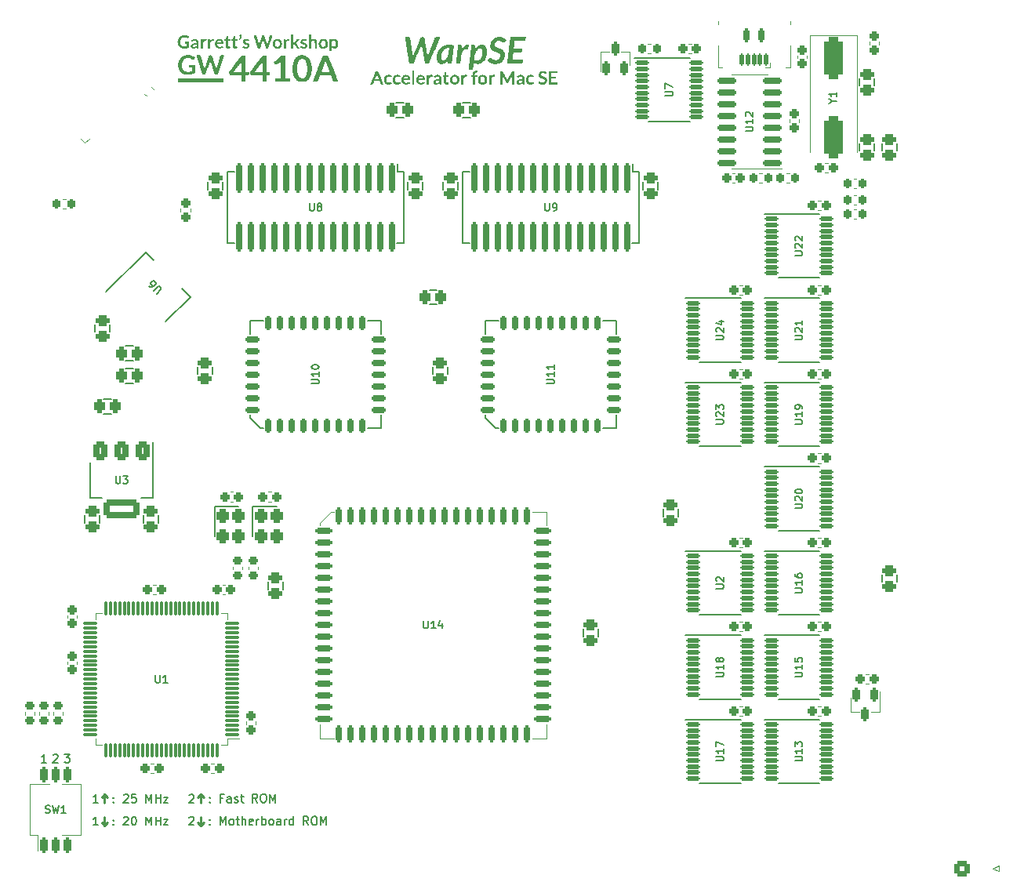
<source format=gto>
G04 #@! TF.GenerationSoftware,KiCad,Pcbnew,(6.0.2-0)*
G04 #@! TF.CreationDate,2022-04-19T08:16:38-04:00*
G04 #@! TF.ProjectId,WarpSE,57617270-5345-42e6-9b69-6361645f7063,rev?*
G04 #@! TF.SameCoordinates,Original*
G04 #@! TF.FileFunction,Legend,Top*
G04 #@! TF.FilePolarity,Positive*
%FSLAX46Y46*%
G04 Gerber Fmt 4.6, Leading zero omitted, Abs format (unit mm)*
G04 Created by KiCad (PCBNEW (6.0.2-0)) date 2022-04-19 08:16:38*
%MOMM*%
%LPD*%
G01*
G04 APERTURE LIST*
G04 Aperture macros list*
%AMRoundRect*
0 Rectangle with rounded corners*
0 $1 Rounding radius*
0 $2 $3 $4 $5 $6 $7 $8 $9 X,Y pos of 4 corners*
0 Add a 4 corners polygon primitive as box body*
4,1,4,$2,$3,$4,$5,$6,$7,$8,$9,$2,$3,0*
0 Add four circle primitives for the rounded corners*
1,1,$1+$1,$2,$3*
1,1,$1+$1,$4,$5*
1,1,$1+$1,$6,$7*
1,1,$1+$1,$8,$9*
0 Add four rect primitives between the rounded corners*
20,1,$1+$1,$2,$3,$4,$5,0*
20,1,$1+$1,$4,$5,$6,$7,0*
20,1,$1+$1,$6,$7,$8,$9,0*
20,1,$1+$1,$8,$9,$2,$3,0*%
G04 Aperture macros list end*
%ADD10C,0.220000*%
%ADD11C,0.203200*%
%ADD12C,0.152400*%
%ADD13C,0.120000*%
%ADD14C,0.200000*%
%ADD15C,0.150000*%
%ADD16RoundRect,0.200000X0.587500X-0.150000X0.587500X0.150000X-0.587500X0.150000X-0.587500X-0.150000X0*%
%ADD17RoundRect,0.200000X0.150000X-0.587500X0.150000X0.587500X-0.150000X0.587500X-0.150000X-0.587500X0*%
%ADD18RoundRect,0.312500X-0.437500X0.262500X-0.437500X-0.262500X0.437500X-0.262500X0.437500X0.262500X0*%
%ADD19RoundRect,0.312500X0.262500X0.437500X-0.262500X0.437500X-0.262500X-0.437500X0.262500X-0.437500X0*%
%ADD20RoundRect,0.262500X0.212500X0.262500X-0.212500X0.262500X-0.212500X-0.262500X0.212500X-0.262500X0*%
%ADD21RoundRect,0.312500X-0.262500X-0.437500X0.262500X-0.437500X0.262500X0.437500X-0.262500X0.437500X0*%
%ADD22RoundRect,0.099000X0.662500X0.075000X-0.662500X0.075000X-0.662500X-0.075000X0.662500X-0.075000X0*%
%ADD23RoundRect,0.099000X0.075000X0.662500X-0.075000X0.662500X-0.075000X-0.662500X0.075000X-0.662500X0*%
%ADD24RoundRect,0.312500X0.437500X-0.262500X0.437500X0.262500X-0.437500X0.262500X-0.437500X-0.262500X0*%
%ADD25RoundRect,0.350000X-0.176777X-0.813173X0.813173X0.176777X0.176777X0.813173X-0.813173X-0.176777X0*%
%ADD26RoundRect,0.350000X0.636396X-1.626346X1.626346X-0.636396X-0.636396X1.626346X-1.626346X0.636396X0*%
%ADD27RoundRect,0.200000X-0.150000X1.374000X-0.150000X-1.374000X0.150000X-1.374000X0.150000X1.374000X0*%
%ADD28C,2.950000*%
%ADD29RoundRect,0.299999X0.525001X0.525001X-0.525001X0.525001X-0.525001X-0.525001X0.525001X-0.525001X0*%
%ADD30C,1.650000*%
%ADD31RoundRect,0.262500X-0.212500X-0.262500X0.212500X-0.262500X0.212500X0.262500X-0.212500X0.262500X0*%
%ADD32RoundRect,0.136500X-0.612500X-0.112500X0.612500X-0.112500X0.612500X0.112500X-0.612500X0.112500X0*%
%ADD33RoundRect,0.262500X-0.262500X0.212500X-0.262500X-0.212500X0.262500X-0.212500X0.262500X0.212500X0*%
%ADD34RoundRect,0.262500X0.262500X-0.212500X0.262500X0.212500X-0.262500X0.212500X-0.262500X-0.212500X0*%
%ADD35C,2.000000*%
%ADD36C,1.448000*%
%ADD37RoundRect,0.225000X-0.300000X0.175000X-0.300000X-0.175000X0.300000X-0.175000X0.300000X0.175000X0*%
%ADD38RoundRect,0.350000X-0.300000X0.400000X-0.300000X-0.400000X0.300000X-0.400000X0.300000X0.400000X0*%
%ADD39RoundRect,0.200000X-0.150000X-0.700000X0.150000X-0.700000X0.150000X0.700000X-0.150000X0.700000X0*%
%ADD40RoundRect,0.200000X-0.700000X-0.150000X0.700000X-0.150000X0.700000X0.150000X-0.700000X0.150000X0*%
%ADD41RoundRect,0.350000X-0.450000X0.700000X-0.450000X-0.700000X0.450000X-0.700000X0.450000X0.700000X0*%
%ADD42RoundRect,0.350000X-1.600000X0.700000X-1.600000X-0.700000X1.600000X-0.700000X1.600000X0.700000X0*%
%ADD43C,2.474900*%
%ADD44C,1.090600*%
%ADD45C,0.887400*%
%ADD46RoundRect,0.120000X0.120000X0.545000X-0.120000X0.545000X-0.120000X-0.545000X0.120000X-0.545000X0*%
%ADD47O,1.170000X2.000000*%
%ADD48RoundRect,0.200000X0.150000X0.525000X-0.150000X0.525000X-0.150000X-0.525000X0.150000X-0.525000X0*%
%ADD49C,1.400000*%
%ADD50RoundRect,0.225000X0.175000X0.300000X-0.175000X0.300000X-0.175000X-0.300000X0.175000X-0.300000X0*%
%ADD51RoundRect,0.225000X0.335876X0.088388X0.088388X0.335876X-0.335876X-0.088388X-0.088388X-0.335876X0*%
%ADD52RoundRect,0.250000X-0.200000X0.475000X-0.200000X-0.475000X0.200000X-0.475000X0.200000X0.475000X0*%
%ADD53RoundRect,0.240000X0.190000X-0.572000X0.190000X0.572000X-0.190000X0.572000X-0.190000X-0.572000X0*%
%ADD54RoundRect,0.225000X-0.175000X-0.300000X0.175000X-0.300000X0.175000X0.300000X-0.175000X0.300000X0*%
%ADD55RoundRect,0.200000X0.825000X0.150000X-0.825000X0.150000X-0.825000X-0.150000X0.825000X-0.150000X0*%
%ADD56RoundRect,0.550000X-0.500000X1.750000X-0.500000X-1.750000X0.500000X-1.750000X0.500000X1.750000X0*%
%ADD57RoundRect,0.250000X0.200000X-0.475000X0.200000X0.475000X-0.200000X0.475000X-0.200000X-0.475000X0*%
G04 APERTURE END LIST*
D10*
X113108000Y-121539000D02*
X113425500Y-121856500D01*
X113108000Y-124904500D02*
X113425500Y-124587000D01*
X113108000Y-124904500D02*
X113108000Y-123952000D01*
X123507500Y-122491500D02*
X123507500Y-121539000D01*
X123507500Y-124904500D02*
X123825000Y-124587000D01*
X123507500Y-121539000D02*
X123190000Y-121856500D01*
X113108000Y-121539000D02*
X112790500Y-121856500D01*
X123507500Y-121539000D02*
X123825000Y-121856500D01*
X113108000Y-122491500D02*
X113108000Y-121539000D01*
X113108000Y-124904500D02*
X112790500Y-124587000D01*
X123507500Y-124904500D02*
X123190000Y-124587000D01*
X123507500Y-124904500D02*
X123507500Y-123952000D01*
D11*
X124488865Y-122336678D02*
X124531722Y-122379535D01*
X124488865Y-122422392D01*
X124446008Y-122379535D01*
X124488865Y-122336678D01*
X124488865Y-122422392D01*
X124488865Y-121865250D02*
X124531722Y-121908107D01*
X124488865Y-121950964D01*
X124446008Y-121908107D01*
X124488865Y-121865250D01*
X124488865Y-121950964D01*
X125903151Y-121950964D02*
X125603151Y-121950964D01*
X125603151Y-122422392D02*
X125603151Y-121522392D01*
X126031722Y-121522392D01*
X126760294Y-122422392D02*
X126760294Y-121950964D01*
X126717437Y-121865250D01*
X126631722Y-121822392D01*
X126460294Y-121822392D01*
X126374580Y-121865250D01*
X126760294Y-122379535D02*
X126674580Y-122422392D01*
X126460294Y-122422392D01*
X126374580Y-122379535D01*
X126331722Y-122293821D01*
X126331722Y-122208107D01*
X126374580Y-122122392D01*
X126460294Y-122079535D01*
X126674580Y-122079535D01*
X126760294Y-122036678D01*
X127146008Y-122379535D02*
X127231722Y-122422392D01*
X127403151Y-122422392D01*
X127488865Y-122379535D01*
X127531722Y-122293821D01*
X127531722Y-122250964D01*
X127488865Y-122165250D01*
X127403151Y-122122392D01*
X127274580Y-122122392D01*
X127188865Y-122079535D01*
X127146008Y-121993821D01*
X127146008Y-121950964D01*
X127188865Y-121865250D01*
X127274580Y-121822392D01*
X127403151Y-121822392D01*
X127488865Y-121865250D01*
X127788865Y-121822392D02*
X128131722Y-121822392D01*
X127917437Y-121522392D02*
X127917437Y-122293821D01*
X127960294Y-122379535D01*
X128046008Y-122422392D01*
X128131722Y-122422392D01*
X129631722Y-122422392D02*
X129331722Y-121993821D01*
X129117437Y-122422392D02*
X129117437Y-121522392D01*
X129460294Y-121522392D01*
X129546008Y-121565250D01*
X129588865Y-121608107D01*
X129631722Y-121693821D01*
X129631722Y-121822392D01*
X129588865Y-121908107D01*
X129546008Y-121950964D01*
X129460294Y-121993821D01*
X129117437Y-121993821D01*
X130188865Y-121522392D02*
X130360294Y-121522392D01*
X130446008Y-121565250D01*
X130531722Y-121650964D01*
X130574580Y-121822392D01*
X130574580Y-122122392D01*
X130531722Y-122293821D01*
X130446008Y-122379535D01*
X130360294Y-122422392D01*
X130188865Y-122422392D01*
X130103151Y-122379535D01*
X130017437Y-122293821D01*
X129974580Y-122122392D01*
X129974580Y-121822392D01*
X130017437Y-121650964D01*
X130103151Y-121565250D01*
X130188865Y-121522392D01*
X130960294Y-122422392D02*
X130960294Y-121522392D01*
X131260294Y-122165250D01*
X131560294Y-121522392D01*
X131560294Y-122422392D01*
X124488865Y-124749678D02*
X124531722Y-124792535D01*
X124488865Y-124835392D01*
X124446008Y-124792535D01*
X124488865Y-124749678D01*
X124488865Y-124835392D01*
X124488865Y-124278250D02*
X124531722Y-124321107D01*
X124488865Y-124363964D01*
X124446008Y-124321107D01*
X124488865Y-124278250D01*
X124488865Y-124363964D01*
X125603151Y-124835392D02*
X125603151Y-123935392D01*
X125903151Y-124578250D01*
X126203151Y-123935392D01*
X126203151Y-124835392D01*
X126760294Y-124835392D02*
X126674580Y-124792535D01*
X126631722Y-124749678D01*
X126588865Y-124663964D01*
X126588865Y-124406821D01*
X126631722Y-124321107D01*
X126674580Y-124278250D01*
X126760294Y-124235392D01*
X126888865Y-124235392D01*
X126974580Y-124278250D01*
X127017437Y-124321107D01*
X127060294Y-124406821D01*
X127060294Y-124663964D01*
X127017437Y-124749678D01*
X126974580Y-124792535D01*
X126888865Y-124835392D01*
X126760294Y-124835392D01*
X127317437Y-124235392D02*
X127660294Y-124235392D01*
X127446008Y-123935392D02*
X127446008Y-124706821D01*
X127488865Y-124792535D01*
X127574580Y-124835392D01*
X127660294Y-124835392D01*
X127960294Y-124835392D02*
X127960294Y-123935392D01*
X128346008Y-124835392D02*
X128346008Y-124363964D01*
X128303151Y-124278250D01*
X128217437Y-124235392D01*
X128088865Y-124235392D01*
X128003151Y-124278250D01*
X127960294Y-124321107D01*
X129117437Y-124792535D02*
X129031722Y-124835392D01*
X128860294Y-124835392D01*
X128774580Y-124792535D01*
X128731722Y-124706821D01*
X128731722Y-124363964D01*
X128774580Y-124278250D01*
X128860294Y-124235392D01*
X129031722Y-124235392D01*
X129117437Y-124278250D01*
X129160294Y-124363964D01*
X129160294Y-124449678D01*
X128731722Y-124535392D01*
X129546008Y-124835392D02*
X129546008Y-124235392D01*
X129546008Y-124406821D02*
X129588865Y-124321107D01*
X129631722Y-124278250D01*
X129717437Y-124235392D01*
X129803151Y-124235392D01*
X130103151Y-124835392D02*
X130103151Y-123935392D01*
X130103151Y-124278250D02*
X130188865Y-124235392D01*
X130360294Y-124235392D01*
X130446008Y-124278250D01*
X130488865Y-124321107D01*
X130531722Y-124406821D01*
X130531722Y-124663964D01*
X130488865Y-124749678D01*
X130446008Y-124792535D01*
X130360294Y-124835392D01*
X130188865Y-124835392D01*
X130103151Y-124792535D01*
X131046008Y-124835392D02*
X130960294Y-124792535D01*
X130917437Y-124749678D01*
X130874580Y-124663964D01*
X130874580Y-124406821D01*
X130917437Y-124321107D01*
X130960294Y-124278250D01*
X131046008Y-124235392D01*
X131174580Y-124235392D01*
X131260294Y-124278250D01*
X131303151Y-124321107D01*
X131346008Y-124406821D01*
X131346008Y-124663964D01*
X131303151Y-124749678D01*
X131260294Y-124792535D01*
X131174580Y-124835392D01*
X131046008Y-124835392D01*
X132117437Y-124835392D02*
X132117437Y-124363964D01*
X132074580Y-124278250D01*
X131988865Y-124235392D01*
X131817437Y-124235392D01*
X131731722Y-124278250D01*
X132117437Y-124792535D02*
X132031722Y-124835392D01*
X131817437Y-124835392D01*
X131731722Y-124792535D01*
X131688865Y-124706821D01*
X131688865Y-124621107D01*
X131731722Y-124535392D01*
X131817437Y-124492535D01*
X132031722Y-124492535D01*
X132117437Y-124449678D01*
X132546008Y-124835392D02*
X132546008Y-124235392D01*
X132546008Y-124406821D02*
X132588865Y-124321107D01*
X132631722Y-124278250D01*
X132717437Y-124235392D01*
X132803151Y-124235392D01*
X133488865Y-124835392D02*
X133488865Y-123935392D01*
X133488865Y-124792535D02*
X133403151Y-124835392D01*
X133231722Y-124835392D01*
X133146008Y-124792535D01*
X133103151Y-124749678D01*
X133060294Y-124663964D01*
X133060294Y-124406821D01*
X133103151Y-124321107D01*
X133146008Y-124278250D01*
X133231722Y-124235392D01*
X133403151Y-124235392D01*
X133488865Y-124278250D01*
X135117437Y-124835392D02*
X134817437Y-124406821D01*
X134603151Y-124835392D02*
X134603151Y-123935392D01*
X134946008Y-123935392D01*
X135031722Y-123978250D01*
X135074580Y-124021107D01*
X135117437Y-124106821D01*
X135117437Y-124235392D01*
X135074580Y-124321107D01*
X135031722Y-124363964D01*
X134946008Y-124406821D01*
X134603151Y-124406821D01*
X135674580Y-123935392D02*
X135846008Y-123935392D01*
X135931722Y-123978250D01*
X136017437Y-124063964D01*
X136060294Y-124235392D01*
X136060294Y-124535392D01*
X136017437Y-124706821D01*
X135931722Y-124792535D01*
X135846008Y-124835392D01*
X135674580Y-124835392D01*
X135588865Y-124792535D01*
X135503151Y-124706821D01*
X135460294Y-124535392D01*
X135460294Y-124235392D01*
X135503151Y-124063964D01*
X135588865Y-123978250D01*
X135674580Y-123935392D01*
X136446008Y-124835392D02*
X136446008Y-123935392D01*
X136746008Y-124578250D01*
X137046008Y-123935392D01*
X137046008Y-124835392D01*
X107565857Y-117321857D02*
X107608714Y-117279000D01*
X107694428Y-117236142D01*
X107908714Y-117236142D01*
X107994428Y-117279000D01*
X108037285Y-117321857D01*
X108080142Y-117407571D01*
X108080142Y-117493285D01*
X108037285Y-117621857D01*
X107523000Y-118136142D01*
X108080142Y-118136142D01*
X114089365Y-122368428D02*
X114132222Y-122411285D01*
X114089365Y-122454142D01*
X114046508Y-122411285D01*
X114089365Y-122368428D01*
X114089365Y-122454142D01*
X114089365Y-121897000D02*
X114132222Y-121939857D01*
X114089365Y-121982714D01*
X114046508Y-121939857D01*
X114089365Y-121897000D01*
X114089365Y-121982714D01*
X115160794Y-121639857D02*
X115203651Y-121597000D01*
X115289365Y-121554142D01*
X115503651Y-121554142D01*
X115589365Y-121597000D01*
X115632222Y-121639857D01*
X115675080Y-121725571D01*
X115675080Y-121811285D01*
X115632222Y-121939857D01*
X115117937Y-122454142D01*
X115675080Y-122454142D01*
X116489365Y-121554142D02*
X116060794Y-121554142D01*
X116017937Y-121982714D01*
X116060794Y-121939857D01*
X116146508Y-121897000D01*
X116360794Y-121897000D01*
X116446508Y-121939857D01*
X116489365Y-121982714D01*
X116532222Y-122068428D01*
X116532222Y-122282714D01*
X116489365Y-122368428D01*
X116446508Y-122411285D01*
X116360794Y-122454142D01*
X116146508Y-122454142D01*
X116060794Y-122411285D01*
X116017937Y-122368428D01*
X117603651Y-122454142D02*
X117603651Y-121554142D01*
X117903651Y-122197000D01*
X118203651Y-121554142D01*
X118203651Y-122454142D01*
X118632222Y-122454142D02*
X118632222Y-121554142D01*
X118632222Y-121982714D02*
X119146508Y-121982714D01*
X119146508Y-122454142D02*
X119146508Y-121554142D01*
X119489365Y-121854142D02*
X119960794Y-121854142D01*
X119489365Y-122454142D01*
X119960794Y-122454142D01*
X122248857Y-124052857D02*
X122291714Y-124010000D01*
X122377428Y-123967142D01*
X122591714Y-123967142D01*
X122677428Y-124010000D01*
X122720285Y-124052857D01*
X122763142Y-124138571D01*
X122763142Y-124224285D01*
X122720285Y-124352857D01*
X122206000Y-124867142D01*
X122763142Y-124867142D01*
X114089365Y-124781428D02*
X114132222Y-124824285D01*
X114089365Y-124867142D01*
X114046508Y-124824285D01*
X114089365Y-124781428D01*
X114089365Y-124867142D01*
X114089365Y-124310000D02*
X114132222Y-124352857D01*
X114089365Y-124395714D01*
X114046508Y-124352857D01*
X114089365Y-124310000D01*
X114089365Y-124395714D01*
X115160794Y-124052857D02*
X115203651Y-124010000D01*
X115289365Y-123967142D01*
X115503651Y-123967142D01*
X115589365Y-124010000D01*
X115632222Y-124052857D01*
X115675080Y-124138571D01*
X115675080Y-124224285D01*
X115632222Y-124352857D01*
X115117937Y-124867142D01*
X115675080Y-124867142D01*
X116232222Y-123967142D02*
X116317937Y-123967142D01*
X116403651Y-124010000D01*
X116446508Y-124052857D01*
X116489365Y-124138571D01*
X116532222Y-124310000D01*
X116532222Y-124524285D01*
X116489365Y-124695714D01*
X116446508Y-124781428D01*
X116403651Y-124824285D01*
X116317937Y-124867142D01*
X116232222Y-124867142D01*
X116146508Y-124824285D01*
X116103651Y-124781428D01*
X116060794Y-124695714D01*
X116017937Y-124524285D01*
X116017937Y-124310000D01*
X116060794Y-124138571D01*
X116103651Y-124052857D01*
X116146508Y-124010000D01*
X116232222Y-123967142D01*
X117603651Y-124867142D02*
X117603651Y-123967142D01*
X117903651Y-124610000D01*
X118203651Y-123967142D01*
X118203651Y-124867142D01*
X118632222Y-124867142D02*
X118632222Y-123967142D01*
X118632222Y-124395714D02*
X119146508Y-124395714D01*
X119146508Y-124867142D02*
X119146508Y-123967142D01*
X119489365Y-124267142D02*
X119960794Y-124267142D01*
X119489365Y-124867142D01*
X119960794Y-124867142D01*
X106810142Y-118136142D02*
X106295857Y-118136142D01*
X106553000Y-118136142D02*
X106553000Y-117236142D01*
X106467285Y-117364714D01*
X106381571Y-117450428D01*
X106295857Y-117493285D01*
X108793000Y-117236142D02*
X109350142Y-117236142D01*
X109050142Y-117579000D01*
X109178714Y-117579000D01*
X109264428Y-117621857D01*
X109307285Y-117664714D01*
X109350142Y-117750428D01*
X109350142Y-117964714D01*
X109307285Y-118050428D01*
X109264428Y-118093285D01*
X109178714Y-118136142D01*
X108921571Y-118136142D01*
X108835857Y-118093285D01*
X108793000Y-118050428D01*
X112398142Y-124867142D02*
X111883857Y-124867142D01*
X112141000Y-124867142D02*
X112141000Y-123967142D01*
X112055285Y-124095714D01*
X111969571Y-124181428D01*
X111883857Y-124224285D01*
X122248857Y-121639857D02*
X122291714Y-121597000D01*
X122377428Y-121554142D01*
X122591714Y-121554142D01*
X122677428Y-121597000D01*
X122720285Y-121639857D01*
X122763142Y-121725571D01*
X122763142Y-121811285D01*
X122720285Y-121939857D01*
X122206000Y-122454142D01*
X122763142Y-122454142D01*
X112398142Y-122454142D02*
X111883857Y-122454142D01*
X112141000Y-122454142D02*
X112141000Y-121554142D01*
X112055285Y-121682714D01*
X111969571Y-121768428D01*
X111883857Y-121811285D01*
X135444895Y-77206323D02*
X136102876Y-77206323D01*
X136180285Y-77167619D01*
X136218990Y-77128914D01*
X136257695Y-77051504D01*
X136257695Y-76896685D01*
X136218990Y-76819276D01*
X136180285Y-76780571D01*
X136102876Y-76741866D01*
X135444895Y-76741866D01*
X136257695Y-75929066D02*
X136257695Y-76393523D01*
X136257695Y-76161295D02*
X135444895Y-76161295D01*
X135561009Y-76238704D01*
X135638419Y-76316114D01*
X135677123Y-76393523D01*
X135444895Y-75425904D02*
X135444895Y-75348495D01*
X135483600Y-75271085D01*
X135522304Y-75232380D01*
X135599714Y-75193676D01*
X135754533Y-75154971D01*
X135948057Y-75154971D01*
X136102876Y-75193676D01*
X136180285Y-75232380D01*
X136218990Y-75271085D01*
X136257695Y-75348495D01*
X136257695Y-75425904D01*
X136218990Y-75503314D01*
X136180285Y-75542019D01*
X136102876Y-75580723D01*
X135948057Y-75619428D01*
X135754533Y-75619428D01*
X135599714Y-75580723D01*
X135522304Y-75542019D01*
X135483600Y-75503314D01*
X135444895Y-75425904D01*
X160844895Y-77206323D02*
X161502876Y-77206323D01*
X161580285Y-77167619D01*
X161618990Y-77128914D01*
X161657695Y-77051504D01*
X161657695Y-76896685D01*
X161618990Y-76819276D01*
X161580285Y-76780571D01*
X161502876Y-76741866D01*
X160844895Y-76741866D01*
X161657695Y-75929066D02*
X161657695Y-76393523D01*
X161657695Y-76161295D02*
X160844895Y-76161295D01*
X160961009Y-76238704D01*
X161038419Y-76316114D01*
X161077123Y-76393523D01*
X161657695Y-75154971D02*
X161657695Y-75619428D01*
X161657695Y-75387200D02*
X160844895Y-75387200D01*
X160961009Y-75464609D01*
X161038419Y-75542019D01*
X161077123Y-75619428D01*
X118630723Y-108654895D02*
X118630723Y-109312876D01*
X118669428Y-109390285D01*
X118708133Y-109428990D01*
X118785542Y-109467695D01*
X118940361Y-109467695D01*
X119017771Y-109428990D01*
X119056476Y-109390285D01*
X119095180Y-109312876D01*
X119095180Y-108654895D01*
X119907980Y-109467695D02*
X119443523Y-109467695D01*
X119675752Y-109467695D02*
X119675752Y-108654895D01*
X119598342Y-108771009D01*
X119520933Y-108848419D01*
X119443523Y-108887123D01*
X118723157Y-67502630D02*
X119188420Y-67037368D01*
X119215788Y-66955262D01*
X119215788Y-66900526D01*
X119188420Y-66818420D01*
X119078946Y-66708947D01*
X118996841Y-66681579D01*
X118942104Y-66681579D01*
X118859999Y-66708947D01*
X118394737Y-67174210D01*
X117874737Y-66654210D02*
X117984211Y-66763684D01*
X118066316Y-66791052D01*
X118121053Y-66791052D01*
X118257895Y-66763684D01*
X118394737Y-66681579D01*
X118613684Y-66462631D01*
X118641052Y-66380526D01*
X118641052Y-66325789D01*
X118613684Y-66243684D01*
X118504210Y-66134211D01*
X118422105Y-66106842D01*
X118367368Y-66106842D01*
X118285263Y-66134211D01*
X118148421Y-66271053D01*
X118121053Y-66353158D01*
X118121053Y-66407895D01*
X118148421Y-66490000D01*
X118257895Y-66599473D01*
X118340000Y-66626842D01*
X118394737Y-66626842D01*
X118476842Y-66599473D01*
X160670723Y-57720895D02*
X160670723Y-58378876D01*
X160709428Y-58456285D01*
X160748133Y-58494990D01*
X160825542Y-58533695D01*
X160980361Y-58533695D01*
X161057771Y-58494990D01*
X161096476Y-58456285D01*
X161135180Y-58378876D01*
X161135180Y-57720895D01*
X161560933Y-58533695D02*
X161715752Y-58533695D01*
X161793161Y-58494990D01*
X161831866Y-58456285D01*
X161909276Y-58340171D01*
X161947980Y-58185352D01*
X161947980Y-57875714D01*
X161909276Y-57798304D01*
X161870571Y-57759600D01*
X161793161Y-57720895D01*
X161638342Y-57720895D01*
X161560933Y-57759600D01*
X161522228Y-57798304D01*
X161483523Y-57875714D01*
X161483523Y-58069238D01*
X161522228Y-58146647D01*
X161560933Y-58185352D01*
X161638342Y-58224057D01*
X161793161Y-58224057D01*
X161870571Y-58185352D01*
X161909276Y-58146647D01*
X161947980Y-58069238D01*
X179154895Y-99344276D02*
X179812876Y-99344276D01*
X179890285Y-99305571D01*
X179928990Y-99266866D01*
X179967695Y-99189457D01*
X179967695Y-99034638D01*
X179928990Y-98957228D01*
X179890285Y-98918523D01*
X179812876Y-98879819D01*
X179154895Y-98879819D01*
X179232304Y-98531476D02*
X179193600Y-98492771D01*
X179154895Y-98415361D01*
X179154895Y-98221838D01*
X179193600Y-98144428D01*
X179232304Y-98105723D01*
X179309714Y-98067019D01*
X179387123Y-98067019D01*
X179503238Y-98105723D01*
X179967695Y-98570180D01*
X179967695Y-98067019D01*
X179154895Y-72431323D02*
X179812876Y-72431323D01*
X179890285Y-72392619D01*
X179928990Y-72353914D01*
X179967695Y-72276504D01*
X179967695Y-72121685D01*
X179928990Y-72044276D01*
X179890285Y-72005571D01*
X179812876Y-71966866D01*
X179154895Y-71966866D01*
X179232304Y-71618523D02*
X179193600Y-71579819D01*
X179154895Y-71502409D01*
X179154895Y-71308885D01*
X179193600Y-71231476D01*
X179232304Y-71192771D01*
X179309714Y-71154066D01*
X179387123Y-71154066D01*
X179503238Y-71192771D01*
X179967695Y-71657228D01*
X179967695Y-71154066D01*
X179425828Y-70457380D02*
X179967695Y-70457380D01*
X179116190Y-70650904D02*
X179696761Y-70844428D01*
X179696761Y-70341266D01*
X179154895Y-81531323D02*
X179812876Y-81531323D01*
X179890285Y-81492619D01*
X179928990Y-81453914D01*
X179967695Y-81376504D01*
X179967695Y-81221685D01*
X179928990Y-81144276D01*
X179890285Y-81105571D01*
X179812876Y-81066866D01*
X179154895Y-81066866D01*
X179232304Y-80718523D02*
X179193600Y-80679819D01*
X179154895Y-80602409D01*
X179154895Y-80408885D01*
X179193600Y-80331476D01*
X179232304Y-80292771D01*
X179309714Y-80254066D01*
X179387123Y-80254066D01*
X179503238Y-80292771D01*
X179967695Y-80757228D01*
X179967695Y-80254066D01*
X179154895Y-79983133D02*
X179154895Y-79479971D01*
X179464533Y-79750904D01*
X179464533Y-79634790D01*
X179503238Y-79557380D01*
X179541942Y-79518676D01*
X179619352Y-79479971D01*
X179812876Y-79479971D01*
X179890285Y-79518676D01*
X179928990Y-79557380D01*
X179967695Y-79634790D01*
X179967695Y-79867019D01*
X179928990Y-79944428D01*
X179890285Y-79983133D01*
X187654895Y-63331323D02*
X188312876Y-63331323D01*
X188390285Y-63292619D01*
X188428990Y-63253914D01*
X188467695Y-63176504D01*
X188467695Y-63021685D01*
X188428990Y-62944276D01*
X188390285Y-62905571D01*
X188312876Y-62866866D01*
X187654895Y-62866866D01*
X187732304Y-62518523D02*
X187693600Y-62479819D01*
X187654895Y-62402409D01*
X187654895Y-62208885D01*
X187693600Y-62131476D01*
X187732304Y-62092771D01*
X187809714Y-62054066D01*
X187887123Y-62054066D01*
X188003238Y-62092771D01*
X188467695Y-62557228D01*
X188467695Y-62054066D01*
X187732304Y-61744428D02*
X187693600Y-61705723D01*
X187654895Y-61628314D01*
X187654895Y-61434790D01*
X187693600Y-61357380D01*
X187732304Y-61318676D01*
X187809714Y-61279971D01*
X187887123Y-61279971D01*
X188003238Y-61318676D01*
X188467695Y-61783133D01*
X188467695Y-61279971D01*
X187654895Y-72431323D02*
X188312876Y-72431323D01*
X188390285Y-72392619D01*
X188428990Y-72353914D01*
X188467695Y-72276504D01*
X188467695Y-72121685D01*
X188428990Y-72044276D01*
X188390285Y-72005571D01*
X188312876Y-71966866D01*
X187654895Y-71966866D01*
X187732304Y-71618523D02*
X187693600Y-71579819D01*
X187654895Y-71502409D01*
X187654895Y-71308885D01*
X187693600Y-71231476D01*
X187732304Y-71192771D01*
X187809714Y-71154066D01*
X187887123Y-71154066D01*
X188003238Y-71192771D01*
X188467695Y-71657228D01*
X188467695Y-71154066D01*
X188467695Y-70379971D02*
X188467695Y-70844428D01*
X188467695Y-70612200D02*
X187654895Y-70612200D01*
X187771009Y-70689609D01*
X187848419Y-70767019D01*
X187887123Y-70844428D01*
X187654895Y-90631323D02*
X188312876Y-90631323D01*
X188390285Y-90592619D01*
X188428990Y-90553914D01*
X188467695Y-90476504D01*
X188467695Y-90321685D01*
X188428990Y-90244276D01*
X188390285Y-90205571D01*
X188312876Y-90166866D01*
X187654895Y-90166866D01*
X187732304Y-89818523D02*
X187693600Y-89779819D01*
X187654895Y-89702409D01*
X187654895Y-89508885D01*
X187693600Y-89431476D01*
X187732304Y-89392771D01*
X187809714Y-89354066D01*
X187887123Y-89354066D01*
X188003238Y-89392771D01*
X188467695Y-89857228D01*
X188467695Y-89354066D01*
X187654895Y-88850904D02*
X187654895Y-88773495D01*
X187693600Y-88696085D01*
X187732304Y-88657380D01*
X187809714Y-88618676D01*
X187964533Y-88579971D01*
X188158057Y-88579971D01*
X188312876Y-88618676D01*
X188390285Y-88657380D01*
X188428990Y-88696085D01*
X188467695Y-88773495D01*
X188467695Y-88850904D01*
X188428990Y-88928314D01*
X188390285Y-88967019D01*
X188312876Y-89005723D01*
X188158057Y-89044428D01*
X187964533Y-89044428D01*
X187809714Y-89005723D01*
X187732304Y-88967019D01*
X187693600Y-88928314D01*
X187654895Y-88850904D01*
X187654895Y-81531323D02*
X188312876Y-81531323D01*
X188390285Y-81492619D01*
X188428990Y-81453914D01*
X188467695Y-81376504D01*
X188467695Y-81221685D01*
X188428990Y-81144276D01*
X188390285Y-81105571D01*
X188312876Y-81066866D01*
X187654895Y-81066866D01*
X188467695Y-80254066D02*
X188467695Y-80718523D01*
X188467695Y-80486295D02*
X187654895Y-80486295D01*
X187771009Y-80563704D01*
X187848419Y-80641114D01*
X187887123Y-80718523D01*
X188467695Y-79867019D02*
X188467695Y-79712200D01*
X188428990Y-79634790D01*
X188390285Y-79596085D01*
X188274171Y-79518676D01*
X188119352Y-79479971D01*
X187809714Y-79479971D01*
X187732304Y-79518676D01*
X187693600Y-79557380D01*
X187654895Y-79634790D01*
X187654895Y-79789609D01*
X187693600Y-79867019D01*
X187732304Y-79905723D01*
X187809714Y-79944428D01*
X188003238Y-79944428D01*
X188080647Y-79905723D01*
X188119352Y-79867019D01*
X188158057Y-79789609D01*
X188158057Y-79634790D01*
X188119352Y-79557380D01*
X188080647Y-79518676D01*
X188003238Y-79479971D01*
X179154895Y-108831323D02*
X179812876Y-108831323D01*
X179890285Y-108792619D01*
X179928990Y-108753914D01*
X179967695Y-108676504D01*
X179967695Y-108521685D01*
X179928990Y-108444276D01*
X179890285Y-108405571D01*
X179812876Y-108366866D01*
X179154895Y-108366866D01*
X179967695Y-107554066D02*
X179967695Y-108018523D01*
X179967695Y-107786295D02*
X179154895Y-107786295D01*
X179271009Y-107863704D01*
X179348419Y-107941114D01*
X179387123Y-108018523D01*
X179503238Y-107089609D02*
X179464533Y-107167019D01*
X179425828Y-107205723D01*
X179348419Y-107244428D01*
X179309714Y-107244428D01*
X179232304Y-107205723D01*
X179193600Y-107167019D01*
X179154895Y-107089609D01*
X179154895Y-106934790D01*
X179193600Y-106857380D01*
X179232304Y-106818676D01*
X179309714Y-106779971D01*
X179348419Y-106779971D01*
X179425828Y-106818676D01*
X179464533Y-106857380D01*
X179503238Y-106934790D01*
X179503238Y-107089609D01*
X179541942Y-107167019D01*
X179580647Y-107205723D01*
X179658057Y-107244428D01*
X179812876Y-107244428D01*
X179890285Y-107205723D01*
X179928990Y-107167019D01*
X179967695Y-107089609D01*
X179967695Y-106934790D01*
X179928990Y-106857380D01*
X179890285Y-106818676D01*
X179812876Y-106779971D01*
X179658057Y-106779971D01*
X179580647Y-106818676D01*
X179541942Y-106857380D01*
X179503238Y-106934790D01*
X179154895Y-117931323D02*
X179812876Y-117931323D01*
X179890285Y-117892619D01*
X179928990Y-117853914D01*
X179967695Y-117776504D01*
X179967695Y-117621685D01*
X179928990Y-117544276D01*
X179890285Y-117505571D01*
X179812876Y-117466866D01*
X179154895Y-117466866D01*
X179967695Y-116654066D02*
X179967695Y-117118523D01*
X179967695Y-116886295D02*
X179154895Y-116886295D01*
X179271009Y-116963704D01*
X179348419Y-117041114D01*
X179387123Y-117118523D01*
X179154895Y-116383133D02*
X179154895Y-115841266D01*
X179967695Y-116189609D01*
X187654895Y-99731323D02*
X188312876Y-99731323D01*
X188390285Y-99692619D01*
X188428990Y-99653914D01*
X188467695Y-99576504D01*
X188467695Y-99421685D01*
X188428990Y-99344276D01*
X188390285Y-99305571D01*
X188312876Y-99266866D01*
X187654895Y-99266866D01*
X188467695Y-98454066D02*
X188467695Y-98918523D01*
X188467695Y-98686295D02*
X187654895Y-98686295D01*
X187771009Y-98763704D01*
X187848419Y-98841114D01*
X187887123Y-98918523D01*
X187654895Y-97757380D02*
X187654895Y-97912200D01*
X187693600Y-97989609D01*
X187732304Y-98028314D01*
X187848419Y-98105723D01*
X188003238Y-98144428D01*
X188312876Y-98144428D01*
X188390285Y-98105723D01*
X188428990Y-98067019D01*
X188467695Y-97989609D01*
X188467695Y-97834790D01*
X188428990Y-97757380D01*
X188390285Y-97718676D01*
X188312876Y-97679971D01*
X188119352Y-97679971D01*
X188041942Y-97718676D01*
X188003238Y-97757380D01*
X187964533Y-97834790D01*
X187964533Y-97989609D01*
X188003238Y-98067019D01*
X188041942Y-98105723D01*
X188119352Y-98144428D01*
X187654895Y-108831323D02*
X188312876Y-108831323D01*
X188390285Y-108792619D01*
X188428990Y-108753914D01*
X188467695Y-108676504D01*
X188467695Y-108521685D01*
X188428990Y-108444276D01*
X188390285Y-108405571D01*
X188312876Y-108366866D01*
X187654895Y-108366866D01*
X188467695Y-107554066D02*
X188467695Y-108018523D01*
X188467695Y-107786295D02*
X187654895Y-107786295D01*
X187771009Y-107863704D01*
X187848419Y-107941114D01*
X187887123Y-108018523D01*
X187654895Y-106818676D02*
X187654895Y-107205723D01*
X188041942Y-107244428D01*
X188003238Y-107205723D01*
X187964533Y-107128314D01*
X187964533Y-106934790D01*
X188003238Y-106857380D01*
X188041942Y-106818676D01*
X188119352Y-106779971D01*
X188312876Y-106779971D01*
X188390285Y-106818676D01*
X188428990Y-106857380D01*
X188467695Y-106934790D01*
X188467695Y-107128314D01*
X188428990Y-107205723D01*
X188390285Y-107244428D01*
X187654895Y-117931323D02*
X188312876Y-117931323D01*
X188390285Y-117892619D01*
X188428990Y-117853914D01*
X188467695Y-117776504D01*
X188467695Y-117621685D01*
X188428990Y-117544276D01*
X188390285Y-117505571D01*
X188312876Y-117466866D01*
X187654895Y-117466866D01*
X188467695Y-116654066D02*
X188467695Y-117118523D01*
X188467695Y-116886295D02*
X187654895Y-116886295D01*
X187771009Y-116963704D01*
X187848419Y-117041114D01*
X187887123Y-117118523D01*
X187654895Y-116383133D02*
X187654895Y-115879971D01*
X187964533Y-116150904D01*
X187964533Y-116034790D01*
X188003238Y-115957380D01*
X188041942Y-115918676D01*
X188119352Y-115879971D01*
X188312876Y-115879971D01*
X188390285Y-115918676D01*
X188428990Y-115957380D01*
X188467695Y-116034790D01*
X188467695Y-116267019D01*
X188428990Y-116344428D01*
X188390285Y-116383133D01*
X135270723Y-57720895D02*
X135270723Y-58378876D01*
X135309428Y-58456285D01*
X135348133Y-58494990D01*
X135425542Y-58533695D01*
X135580361Y-58533695D01*
X135657771Y-58494990D01*
X135696476Y-58456285D01*
X135735180Y-58378876D01*
X135735180Y-57720895D01*
X136238342Y-58069238D02*
X136160933Y-58030533D01*
X136122228Y-57991828D01*
X136083523Y-57914419D01*
X136083523Y-57875714D01*
X136122228Y-57798304D01*
X136160933Y-57759600D01*
X136238342Y-57720895D01*
X136393161Y-57720895D01*
X136470571Y-57759600D01*
X136509276Y-57798304D01*
X136547980Y-57875714D01*
X136547980Y-57914419D01*
X136509276Y-57991828D01*
X136470571Y-58030533D01*
X136393161Y-58069238D01*
X136238342Y-58069238D01*
X136160933Y-58107942D01*
X136122228Y-58146647D01*
X136083523Y-58224057D01*
X136083523Y-58378876D01*
X136122228Y-58456285D01*
X136160933Y-58494990D01*
X136238342Y-58533695D01*
X136393161Y-58533695D01*
X136470571Y-58494990D01*
X136509276Y-58456285D01*
X136547980Y-58378876D01*
X136547980Y-58224057D01*
X136509276Y-58146647D01*
X136470571Y-58107942D01*
X136393161Y-58069238D01*
X147583676Y-102805895D02*
X147583676Y-103463876D01*
X147622380Y-103541285D01*
X147661085Y-103579990D01*
X147738495Y-103618695D01*
X147893314Y-103618695D01*
X147970723Y-103579990D01*
X148009428Y-103541285D01*
X148048133Y-103463876D01*
X148048133Y-102805895D01*
X148860933Y-103618695D02*
X148396476Y-103618695D01*
X148628704Y-103618695D02*
X148628704Y-102805895D01*
X148551295Y-102922009D01*
X148473885Y-102999419D01*
X148396476Y-103038123D01*
X149557619Y-103076828D02*
X149557619Y-103618695D01*
X149364095Y-102767190D02*
X149170571Y-103347761D01*
X149673733Y-103347761D01*
X114330723Y-87154895D02*
X114330723Y-87812876D01*
X114369428Y-87890285D01*
X114408133Y-87928990D01*
X114485542Y-87967695D01*
X114640361Y-87967695D01*
X114717771Y-87928990D01*
X114756476Y-87890285D01*
X114795180Y-87812876D01*
X114795180Y-87154895D01*
X115104819Y-87154895D02*
X115607980Y-87154895D01*
X115337047Y-87464533D01*
X115453161Y-87464533D01*
X115530571Y-87503238D01*
X115569276Y-87541942D01*
X115607980Y-87619352D01*
X115607980Y-87812876D01*
X115569276Y-87890285D01*
X115530571Y-87928990D01*
X115453161Y-87967695D01*
X115220933Y-87967695D01*
X115143523Y-87928990D01*
X115104819Y-87890285D01*
X106739266Y-123518990D02*
X106855380Y-123557695D01*
X107048904Y-123557695D01*
X107126314Y-123518990D01*
X107165019Y-123480285D01*
X107203723Y-123402876D01*
X107203723Y-123325466D01*
X107165019Y-123248057D01*
X107126314Y-123209352D01*
X107048904Y-123170647D01*
X106894085Y-123131942D01*
X106816676Y-123093238D01*
X106777971Y-123054533D01*
X106739266Y-122977123D01*
X106739266Y-122899714D01*
X106777971Y-122822304D01*
X106816676Y-122783600D01*
X106894085Y-122744895D01*
X107087609Y-122744895D01*
X107203723Y-122783600D01*
X107474657Y-122744895D02*
X107668180Y-123557695D01*
X107823000Y-122977123D01*
X107977819Y-123557695D01*
X108171342Y-122744895D01*
X108906733Y-123557695D02*
X108442276Y-123557695D01*
X108674504Y-123557695D02*
X108674504Y-122744895D01*
X108597095Y-122861009D01*
X108519685Y-122938419D01*
X108442276Y-122977123D01*
X173654895Y-46094276D02*
X174312876Y-46094276D01*
X174390285Y-46055571D01*
X174428990Y-46016866D01*
X174467695Y-45939457D01*
X174467695Y-45784638D01*
X174428990Y-45707228D01*
X174390285Y-45668523D01*
X174312876Y-45629819D01*
X173654895Y-45629819D01*
X173654895Y-45320180D02*
X173654895Y-44778314D01*
X174467695Y-45126657D01*
X182307895Y-49901323D02*
X182965876Y-49901323D01*
X183043285Y-49862619D01*
X183081990Y-49823914D01*
X183120695Y-49746504D01*
X183120695Y-49591685D01*
X183081990Y-49514276D01*
X183043285Y-49475571D01*
X182965876Y-49436866D01*
X182307895Y-49436866D01*
X183120695Y-48624066D02*
X183120695Y-49088523D01*
X183120695Y-48856295D02*
X182307895Y-48856295D01*
X182424009Y-48933704D01*
X182501419Y-49011114D01*
X182540123Y-49088523D01*
X182385304Y-48314428D02*
X182346600Y-48275723D01*
X182307895Y-48198314D01*
X182307895Y-48004790D01*
X182346600Y-47927380D01*
X182385304Y-47888676D01*
X182462714Y-47849971D01*
X182540123Y-47849971D01*
X182656238Y-47888676D01*
X183120695Y-48353133D01*
X183120695Y-47849971D01*
X191780647Y-46687047D02*
X192167695Y-46687047D01*
X191354895Y-46957980D02*
X191780647Y-46687047D01*
X191354895Y-46416114D01*
X192167695Y-45719428D02*
X192167695Y-46183885D01*
X192167695Y-45951657D02*
X191354895Y-45951657D01*
X191471009Y-46029066D01*
X191548419Y-46106476D01*
X191587123Y-46183885D01*
D12*
X128795000Y-70375000D02*
X130250000Y-70375000D01*
X128795000Y-80570000D02*
X128795000Y-80852782D01*
X142985000Y-70375000D02*
X141530000Y-70375000D01*
X142985000Y-71830000D02*
X142985000Y-70375000D01*
X142985000Y-82025000D02*
X141530000Y-82025000D01*
X128795000Y-71830000D02*
X128795000Y-70375000D01*
X142985000Y-80570000D02*
X142985000Y-82025000D01*
X129967218Y-82025000D02*
X130250000Y-82025000D01*
X128795000Y-80852782D02*
X129967218Y-82025000D01*
X154195000Y-70375000D02*
X155650000Y-70375000D01*
X154195000Y-80570000D02*
X154195000Y-80852782D01*
X168385000Y-70375000D02*
X166930000Y-70375000D01*
X168385000Y-71830000D02*
X168385000Y-70375000D01*
X168385000Y-82025000D02*
X166930000Y-82025000D01*
X154195000Y-71830000D02*
X154195000Y-70375000D01*
X168385000Y-80570000D02*
X168385000Y-82025000D01*
X155367218Y-82025000D02*
X155650000Y-82025000D01*
X154195000Y-80852782D02*
X155367218Y-82025000D01*
X113703000Y-70801600D02*
X113703000Y-71614400D01*
X112103000Y-70801600D02*
X112103000Y-71614400D01*
X116205900Y-74714000D02*
X115393100Y-74714000D01*
X116205900Y-73114000D02*
X115393100Y-73114000D01*
X116205900Y-75527000D02*
X115393100Y-75527000D01*
X116205900Y-77127000D02*
X115393100Y-77127000D01*
D13*
X131112779Y-89910000D02*
X130787221Y-89910000D01*
X131112779Y-88890000D02*
X130787221Y-88890000D01*
D12*
X112993600Y-78850000D02*
X113806400Y-78850000D01*
X112993600Y-80450000D02*
X113806400Y-80450000D01*
D13*
X112140000Y-116210000D02*
X112140000Y-115510000D01*
X125660000Y-101990000D02*
X126360000Y-101990000D01*
X126360000Y-115510000D02*
X127650000Y-115510000D01*
X112840000Y-101990000D02*
X112140000Y-101990000D01*
X112140000Y-101990000D02*
X112140000Y-102690000D01*
X125660000Y-116210000D02*
X126360000Y-116210000D01*
X126360000Y-116210000D02*
X126360000Y-115510000D01*
X126360000Y-101990000D02*
X126360000Y-102690000D01*
X112840000Y-116210000D02*
X112140000Y-116210000D01*
D12*
X196253000Y-45022400D02*
X196253000Y-44209600D01*
X194653000Y-45022400D02*
X194653000Y-44209600D01*
X196253000Y-51243600D02*
X196253000Y-52056400D01*
X194653000Y-51243600D02*
X194653000Y-52056400D01*
X197066000Y-51243600D02*
X197066000Y-52056400D01*
X198666000Y-51243600D02*
X198666000Y-52056400D01*
X119703087Y-70469382D02*
X122361808Y-67810660D01*
X113289628Y-67237904D02*
X117539340Y-62988192D01*
X122361808Y-67810660D02*
X121470854Y-66919706D01*
X117539340Y-62988192D02*
X118430294Y-63879146D01*
D14*
X151765000Y-54291000D02*
X151765000Y-62041000D01*
X170815000Y-54291000D02*
X170815000Y-62041000D01*
X151765000Y-62041000D02*
X152510000Y-62041000D01*
X170815000Y-62041000D02*
X170070000Y-62041000D01*
X170815000Y-54291000D02*
X170165000Y-54291000D01*
X151765000Y-54291000D02*
X152510000Y-54291000D01*
X170165000Y-54291000D02*
X170165000Y-53467000D01*
D13*
X209730000Y-129240000D02*
X209050000Y-129540000D01*
X209050000Y-129540000D02*
X209730000Y-129840000D01*
X209730000Y-129840000D02*
X209730000Y-129240000D01*
X125837221Y-99960000D02*
X126162779Y-99960000D01*
X125837221Y-98940000D02*
X126162779Y-98940000D01*
D15*
X177375000Y-102175000D02*
X181825000Y-102175000D01*
X175850000Y-95275000D02*
X181825000Y-95275000D01*
D13*
X181962779Y-93840000D02*
X181637221Y-93840000D01*
X181962779Y-94860000D02*
X181637221Y-94860000D01*
X190462779Y-58460000D02*
X190137221Y-58460000D01*
X190462779Y-57440000D02*
X190137221Y-57440000D01*
X190462779Y-94860000D02*
X190137221Y-94860000D01*
X190462779Y-93840000D02*
X190137221Y-93840000D01*
X190462779Y-84740000D02*
X190137221Y-84740000D01*
X190462779Y-85760000D02*
X190137221Y-85760000D01*
X181962779Y-112040000D02*
X181637221Y-112040000D01*
X181962779Y-113060000D02*
X181637221Y-113060000D01*
X190462779Y-112040000D02*
X190137221Y-112040000D01*
X190462779Y-113060000D02*
X190137221Y-113060000D01*
X190462779Y-67560000D02*
X190137221Y-67560000D01*
X190462779Y-66540000D02*
X190137221Y-66540000D01*
X181962779Y-66540000D02*
X181637221Y-66540000D01*
X181962779Y-67560000D02*
X181637221Y-67560000D01*
X181962779Y-76660000D02*
X181637221Y-76660000D01*
X181962779Y-75640000D02*
X181637221Y-75640000D01*
X181962779Y-102940000D02*
X181637221Y-102940000D01*
X181962779Y-103960000D02*
X181637221Y-103960000D01*
X190462779Y-103960000D02*
X190137221Y-103960000D01*
X190462779Y-102940000D02*
X190137221Y-102940000D01*
D12*
X197066000Y-98616400D02*
X197066000Y-97803600D01*
X198666000Y-98616400D02*
X198666000Y-97803600D01*
X130772000Y-98614600D02*
X130772000Y-99427400D01*
X132372000Y-98614600D02*
X132372000Y-99427400D01*
X164808000Y-103694600D02*
X164808000Y-104507400D01*
X166408000Y-103694600D02*
X166408000Y-104507400D01*
D15*
X177375000Y-74875000D02*
X181825000Y-74875000D01*
X175850000Y-67975000D02*
X181825000Y-67975000D01*
X177375000Y-83975000D02*
X181825000Y-83975000D01*
X175850000Y-77075000D02*
X181825000Y-77075000D01*
X185875000Y-65775000D02*
X190325000Y-65775000D01*
X184350000Y-58875000D02*
X190325000Y-58875000D01*
X185875000Y-74875000D02*
X190325000Y-74875000D01*
X184350000Y-67975000D02*
X190325000Y-67975000D01*
X185875000Y-93075000D02*
X190325000Y-93075000D01*
X184350000Y-86175000D02*
X190325000Y-86175000D01*
X184350000Y-77075000D02*
X190325000Y-77075000D01*
X185875000Y-83975000D02*
X190325000Y-83975000D01*
X177375000Y-111275000D02*
X181825000Y-111275000D01*
X175850000Y-104375000D02*
X181825000Y-104375000D01*
X175850000Y-113475000D02*
X181825000Y-113475000D01*
X177375000Y-120375000D02*
X181825000Y-120375000D01*
X184350000Y-95275000D02*
X190325000Y-95275000D01*
X185875000Y-102175000D02*
X190325000Y-102175000D01*
X185875000Y-111275000D02*
X190325000Y-111275000D01*
X184350000Y-104375000D02*
X190325000Y-104375000D01*
X184350000Y-113475000D02*
X190325000Y-113475000D01*
X185875000Y-120375000D02*
X190325000Y-120375000D01*
D14*
X126365000Y-54291000D02*
X126365000Y-62041000D01*
X145415000Y-54291000D02*
X145415000Y-62041000D01*
X126365000Y-62041000D02*
X127110000Y-62041000D01*
X144765000Y-54291000D02*
X144765000Y-53467000D01*
X145415000Y-62041000D02*
X144670000Y-62041000D01*
X145415000Y-54291000D02*
X144765000Y-54291000D01*
X126365000Y-54291000D02*
X127110000Y-54291000D01*
D13*
X127012779Y-88890000D02*
X126687221Y-88890000D01*
X127012779Y-89910000D02*
X126687221Y-89910000D01*
X124587221Y-119260000D02*
X124912779Y-119260000D01*
X124587221Y-118240000D02*
X124912779Y-118240000D01*
X109090000Y-107187221D02*
X109090000Y-107512779D01*
X110110000Y-107187221D02*
X110110000Y-107512779D01*
X118412779Y-119260000D02*
X118087221Y-119260000D01*
X118412779Y-118240000D02*
X118087221Y-118240000D01*
X118662779Y-98940000D02*
X118337221Y-98940000D01*
X118662779Y-99960000D02*
X118337221Y-99960000D01*
X129410000Y-113687221D02*
X129410000Y-114012779D01*
X128390000Y-113687221D02*
X128390000Y-114012779D01*
X110110000Y-102512779D02*
X110110000Y-102187221D01*
X109090000Y-102512779D02*
X109090000Y-102187221D01*
X129660000Y-96937221D02*
X129660000Y-97262779D01*
X128640000Y-96937221D02*
X128640000Y-97262779D01*
X126940000Y-96937221D02*
X126940000Y-97262779D01*
X127960000Y-96937221D02*
X127960000Y-97262779D01*
X106043000Y-112613221D02*
X106043000Y-112938779D01*
X107063000Y-112613221D02*
X107063000Y-112938779D01*
X107567000Y-112613221D02*
X107567000Y-112938779D01*
X108587000Y-112613221D02*
X108587000Y-112938779D01*
D12*
X129100000Y-90450000D02*
X129100000Y-93700000D01*
X131700000Y-90450000D02*
X129100000Y-90450000D01*
X127600000Y-90450000D02*
X125000000Y-90450000D01*
X125000000Y-90450000D02*
X125000000Y-93700000D01*
D13*
X159310000Y-115476800D02*
X160815800Y-115476800D01*
X160815800Y-91025200D02*
X160815800Y-92531000D01*
X136364200Y-115476800D02*
X136364200Y-113971000D01*
X159310000Y-91025200D02*
X160815800Y-91025200D01*
X137870000Y-115476800D02*
X136364200Y-115476800D01*
X160815800Y-115476800D02*
X160815800Y-113971000D01*
X137539418Y-91025200D02*
X136364200Y-92200418D01*
X137870000Y-91025200D02*
X137539418Y-91025200D01*
X136364200Y-92200418D02*
X136364200Y-92531000D01*
D12*
X118360000Y-83500000D02*
X118360000Y-89510000D01*
X111540000Y-85750000D02*
X111540000Y-89510000D01*
X118360000Y-89510000D02*
X117100000Y-89510000D01*
X111540000Y-89510000D02*
X112800000Y-89510000D01*
X112600000Y-91393600D02*
X112600000Y-92206400D01*
X111000000Y-91393600D02*
X111000000Y-92206400D01*
X118900000Y-91393600D02*
X118900000Y-92206400D01*
X117300000Y-91393600D02*
X117300000Y-92206400D01*
X124752000Y-75373600D02*
X124752000Y-76186400D01*
X123152000Y-75373600D02*
X123152000Y-76186400D01*
X148552000Y-75373600D02*
X148552000Y-76186400D01*
X150152000Y-75373600D02*
X150152000Y-76186400D01*
X171285000Y-55434600D02*
X171285000Y-56247400D01*
X172885000Y-55434600D02*
X172885000Y-56247400D01*
X125895000Y-55434600D02*
X125895000Y-56247400D01*
X124295000Y-55434600D02*
X124295000Y-56247400D01*
X147485000Y-55434600D02*
X147485000Y-56247400D01*
X145885000Y-55434600D02*
X145885000Y-56247400D01*
X151295000Y-55434600D02*
X151295000Y-56247400D01*
X149695000Y-55434600D02*
X149695000Y-56247400D01*
D13*
X190462779Y-75640000D02*
X190137221Y-75640000D01*
X190462779Y-76660000D02*
X190137221Y-76660000D01*
X111447012Y-50741013D02*
X110998000Y-51190026D01*
X110998000Y-51190026D02*
X110548987Y-50741013D01*
X184950000Y-43025000D02*
X184950000Y-42575000D01*
X187150000Y-38062500D02*
X187150000Y-38425000D01*
X179350000Y-43025000D02*
X179800000Y-43025000D01*
X187150000Y-43025000D02*
X186700000Y-43025000D01*
X184950000Y-43025000D02*
X184500000Y-43025000D01*
X187150000Y-40662500D02*
X187150000Y-43025000D01*
X179350000Y-40662500D02*
X179350000Y-43025000D01*
X179350000Y-38062500D02*
X179350000Y-38425000D01*
X108912779Y-58260000D02*
X108587221Y-58260000D01*
X108912779Y-57240000D02*
X108587221Y-57240000D01*
X118389412Y-45405163D02*
X118159207Y-45174958D01*
X117668163Y-46126412D02*
X117437958Y-45896207D01*
X196830000Y-112610000D02*
X195900000Y-112610000D01*
X193670000Y-112610000D02*
X193670000Y-111150000D01*
X193670000Y-112610000D02*
X194600000Y-112610000D01*
X196830000Y-112610000D02*
X196830000Y-110450000D01*
X110588000Y-125950000D02*
X110588000Y-120430000D01*
X108518000Y-125950000D02*
X110588000Y-125950000D01*
X105057000Y-125950000D02*
X105057000Y-120430000D01*
X105873000Y-127636000D02*
X105873000Y-125950000D01*
X105057000Y-125950000D02*
X105873000Y-125950000D01*
X105057000Y-120430000D02*
X107128000Y-120430000D01*
X108518000Y-120430000D02*
X110588000Y-120430000D01*
X104519000Y-112613221D02*
X104519000Y-112938779D01*
X105539000Y-112613221D02*
X105539000Y-112938779D01*
X187069000Y-48942779D02*
X187069000Y-48617221D01*
X188089000Y-48942779D02*
X188089000Y-48617221D01*
X191212779Y-53390000D02*
X190887221Y-53390000D01*
X191212779Y-54410000D02*
X190887221Y-54410000D01*
X172112779Y-41560000D02*
X171787221Y-41560000D01*
X172112779Y-40540000D02*
X171787221Y-40540000D01*
X186743221Y-54481000D02*
X187068779Y-54481000D01*
X186743221Y-55501000D02*
X187068779Y-55501000D01*
X194312779Y-58340000D02*
X193987221Y-58340000D01*
X194312779Y-59360000D02*
X193987221Y-59360000D01*
D15*
X170350000Y-42025000D02*
X176325000Y-42025000D01*
X171875000Y-48925000D02*
X176325000Y-48925000D01*
D13*
X195612779Y-109560000D02*
X195287221Y-109560000D01*
X195612779Y-108540000D02*
X195287221Y-108540000D01*
D12*
X175050000Y-90743600D02*
X175050000Y-91556400D01*
X173450000Y-90743600D02*
X173450000Y-91556400D01*
D13*
X183796721Y-54481000D02*
X184122279Y-54481000D01*
X183796721Y-55501000D02*
X184122279Y-55501000D01*
X182753000Y-53955000D02*
X180803000Y-53955000D01*
X182753000Y-53955000D02*
X186203000Y-53955000D01*
X182753000Y-43835000D02*
X180803000Y-43835000D01*
X182753000Y-43835000D02*
X184703000Y-43835000D01*
X180863721Y-55501000D02*
X181189279Y-55501000D01*
X180863721Y-54481000D02*
X181189279Y-54481000D01*
X194350000Y-52200000D02*
X194350000Y-39600000D01*
X189250000Y-39600000D02*
X189250000Y-52200000D01*
X194350000Y-39600000D02*
X189250000Y-39600000D01*
X169830000Y-41340000D02*
X169830000Y-42800000D01*
X169830000Y-41340000D02*
X168900000Y-41340000D01*
X166670000Y-41340000D02*
X166670000Y-43500000D01*
X166670000Y-41340000D02*
X167600000Y-41340000D01*
X194312779Y-56840000D02*
X193987221Y-56840000D01*
X194312779Y-57860000D02*
X193987221Y-57860000D01*
X188960000Y-42062779D02*
X188960000Y-41737221D01*
X187940000Y-42062779D02*
X187940000Y-41737221D01*
X176462779Y-41560000D02*
X176137221Y-41560000D01*
X176462779Y-40540000D02*
X176137221Y-40540000D01*
X121340000Y-58287221D02*
X121340000Y-58612779D01*
X122360000Y-58287221D02*
X122360000Y-58612779D01*
X196710000Y-40237221D02*
X196710000Y-40562779D01*
X195690000Y-40237221D02*
X195690000Y-40562779D01*
X194312779Y-55040000D02*
X193987221Y-55040000D01*
X194312779Y-56060000D02*
X193987221Y-56060000D01*
D12*
X144588600Y-48425000D02*
X145401400Y-48425000D01*
X144588600Y-46825000D02*
X145401400Y-46825000D01*
G36*
X152559975Y-42033690D02*
G01*
X152570063Y-41950758D01*
X152585044Y-41827633D01*
X152599651Y-41707544D01*
X152613824Y-41590998D01*
X152627500Y-41478503D01*
X152640618Y-41370568D01*
X152653117Y-41267699D01*
X152664934Y-41170406D01*
X152676008Y-41079196D01*
X152686278Y-40994578D01*
X152695682Y-40917058D01*
X152704158Y-40847145D01*
X152711644Y-40785348D01*
X152718079Y-40732173D01*
X152723401Y-40688130D01*
X152727549Y-40653725D01*
X152730461Y-40629467D01*
X152732076Y-40615864D01*
X152732401Y-40612958D01*
X152737950Y-40612046D01*
X152753606Y-40611345D01*
X152777883Y-40610871D01*
X152809295Y-40610644D01*
X152846353Y-40610682D01*
X152887572Y-40611001D01*
X152890390Y-40611033D01*
X153048379Y-40612823D01*
X153081724Y-40629197D01*
X153104832Y-40642579D01*
X153120815Y-40657623D01*
X153130388Y-40671712D01*
X153145707Y-40697852D01*
X153141846Y-40835068D01*
X153140571Y-40876577D01*
X153139144Y-40916709D01*
X153137660Y-40953177D01*
X153136215Y-40983693D01*
X153134906Y-41005967D01*
X153134371Y-41012869D01*
X153130758Y-41053453D01*
X153174190Y-40995475D01*
X153245275Y-40907166D01*
X153318611Y-40828878D01*
X153393853Y-40760855D01*
X153470662Y-40703343D01*
X153548694Y-40656588D01*
X153627607Y-40620834D01*
X153707060Y-40596327D01*
X153740521Y-40589445D01*
X153789220Y-40583504D01*
X153843372Y-40581214D01*
X153898381Y-40582525D01*
X153949647Y-40587391D01*
X153976355Y-40591926D01*
X154042014Y-40609224D01*
X154099913Y-40632958D01*
X154152719Y-40664492D01*
X154203099Y-40705191D01*
X154209752Y-40711360D01*
X154259735Y-40765202D01*
X154302449Y-40826023D01*
X154338025Y-40894221D01*
X154366594Y-40970197D01*
X154388289Y-41054352D01*
X154403239Y-41147084D01*
X154411576Y-41248794D01*
X154413571Y-41332188D01*
X154409166Y-41465820D01*
X154395264Y-41593772D01*
X154371544Y-41717453D01*
X154337685Y-41838272D01*
X154293365Y-41957638D01*
X154248479Y-42056466D01*
X154194857Y-42156896D01*
X154137065Y-42247757D01*
X154073934Y-42330682D01*
X154004295Y-42407303D01*
X153980115Y-42431073D01*
X153919340Y-42485623D01*
X153859567Y-42531504D01*
X153797756Y-42570915D01*
X153754098Y-42594587D01*
X153695707Y-42622627D01*
X153642950Y-42643868D01*
X153592673Y-42659069D01*
X153541720Y-42668992D01*
X153486935Y-42674400D01*
X153425163Y-42676053D01*
X153416537Y-42676032D01*
X153378444Y-42675622D01*
X153348964Y-42674636D01*
X153325114Y-42672768D01*
X153303914Y-42669712D01*
X153282383Y-42665161D01*
X153262896Y-42660232D01*
X153191586Y-42637078D01*
X153126083Y-42606318D01*
X153063686Y-42566525D01*
X153018935Y-42531283D01*
X152983444Y-42501174D01*
X152935928Y-42887585D01*
X152927779Y-42953741D01*
X152919975Y-43016877D01*
X152912641Y-43075989D01*
X152905903Y-43130076D01*
X152899887Y-43178136D01*
X152894718Y-43219165D01*
X152890523Y-43252162D01*
X152887426Y-43276124D01*
X152885553Y-43290049D01*
X152885132Y-43292839D01*
X152881852Y-43311682D01*
X152407726Y-43311682D01*
X152407726Y-43298262D01*
X152408417Y-43291339D01*
X152410451Y-43273419D01*
X152413765Y-43245015D01*
X152418297Y-43206638D01*
X152423986Y-43158803D01*
X152430769Y-43102023D01*
X152438586Y-43036809D01*
X152447374Y-42963675D01*
X152457071Y-42883134D01*
X152467616Y-42795698D01*
X152478947Y-42701882D01*
X152491001Y-42602196D01*
X152503719Y-42497155D01*
X152517036Y-42387271D01*
X152530893Y-42273057D01*
X152543818Y-42166623D01*
X153023962Y-42166623D01*
X153044867Y-42188770D01*
X153079897Y-42219036D01*
X153124001Y-42246154D01*
X153174842Y-42269045D01*
X153230086Y-42286631D01*
X153278364Y-42296544D01*
X153325120Y-42300203D01*
X153376211Y-42298360D01*
X153426252Y-42291427D01*
X153461943Y-42282483D01*
X153506917Y-42265251D01*
X153548907Y-42242484D01*
X153590551Y-42212520D01*
X153634060Y-42174105D01*
X153684796Y-42120806D01*
X153729827Y-42062409D01*
X153770997Y-41996381D01*
X153792547Y-41956121D01*
X153827745Y-41879323D01*
X153857739Y-41798139D01*
X153882403Y-41713964D01*
X153901606Y-41628193D01*
X153915220Y-41542222D01*
X153923116Y-41457448D01*
X153925165Y-41375265D01*
X153921239Y-41297070D01*
X153911208Y-41224258D01*
X153894944Y-41158225D01*
X153872318Y-41100366D01*
X153871651Y-41098996D01*
X153843687Y-41053934D01*
X153808808Y-41017567D01*
X153768124Y-40990448D01*
X153722744Y-40973129D01*
X153673777Y-40966166D01*
X153622334Y-40970110D01*
X153615828Y-40971389D01*
X153573053Y-40983331D01*
X153532226Y-41001292D01*
X153491452Y-41026404D01*
X153448836Y-41059802D01*
X153411899Y-41093484D01*
X153354571Y-41154889D01*
X153299267Y-41226833D01*
X153246568Y-41308351D01*
X153197056Y-41398477D01*
X153151311Y-41496246D01*
X153115001Y-41586847D01*
X153084834Y-41668016D01*
X153054398Y-41917320D01*
X153023962Y-42166623D01*
X152543818Y-42166623D01*
X152545226Y-42155026D01*
X152559975Y-42033690D01*
G37*
G36*
X162003024Y-43653750D02*
G01*
X161371068Y-43653750D01*
X161371068Y-44047998D01*
X161869675Y-44047998D01*
X161869675Y-44250919D01*
X161371068Y-44250919D01*
X161371068Y-44656763D01*
X162003024Y-44656763D01*
X162003024Y-44871280D01*
X161098573Y-44871280D01*
X161098573Y-43439232D01*
X162003024Y-43439232D01*
X162003024Y-43653750D01*
G37*
G36*
X157613220Y-44558694D02*
G01*
X157617067Y-44542444D01*
X157632819Y-44505240D01*
X157656999Y-44467937D01*
X157687033Y-44434102D01*
X157708635Y-44415537D01*
X157766726Y-44378354D01*
X157834152Y-44347688D01*
X157910597Y-44323631D01*
X157995742Y-44306275D01*
X158089270Y-44295710D01*
X158131567Y-44293296D01*
X158217084Y-44289743D01*
X158216970Y-44257286D01*
X158215994Y-44233505D01*
X158213588Y-44205363D01*
X158211079Y-44184871D01*
X158200560Y-44137186D01*
X158183870Y-44099161D01*
X158160465Y-44070314D01*
X158129803Y-44050167D01*
X158091341Y-44038242D01*
X158044537Y-44034058D01*
X158040253Y-44034043D01*
X158011502Y-44034939D01*
X157985811Y-44037987D01*
X157960657Y-44043958D01*
X157933523Y-44053625D01*
X157901888Y-44067761D01*
X157863232Y-44087137D01*
X157857778Y-44089968D01*
X157829470Y-44104441D01*
X157808928Y-44114082D01*
X157793794Y-44119703D01*
X157781707Y-44122120D01*
X157770307Y-44122147D01*
X157765801Y-44121715D01*
X157745744Y-44117580D01*
X157728771Y-44109060D01*
X157712933Y-44094457D01*
X157696283Y-44072075D01*
X157681660Y-44048432D01*
X157653539Y-44000701D01*
X157667165Y-43986120D01*
X157682184Y-43972779D01*
X157704779Y-43956005D01*
X157732176Y-43937593D01*
X157761600Y-43919335D01*
X157790275Y-43903024D01*
X157814716Y-43890775D01*
X157867442Y-43870720D01*
X157925275Y-43855447D01*
X157985888Y-43845108D01*
X158046953Y-43839852D01*
X158106145Y-43839828D01*
X158161135Y-43845187D01*
X158209597Y-43856077D01*
X158231422Y-43863967D01*
X158289207Y-43893585D01*
X158338021Y-43930137D01*
X158378480Y-43974293D01*
X158411202Y-44026720D01*
X158435986Y-44085683D01*
X158451857Y-44132065D01*
X158453565Y-44504571D01*
X158455273Y-44877078D01*
X158398504Y-44876825D01*
X158356268Y-44875681D01*
X158324075Y-44872495D01*
X158300510Y-44867003D01*
X158284158Y-44858940D01*
X158278786Y-44854414D01*
X158270890Y-44842924D01*
X158261600Y-44824136D01*
X158252782Y-44801877D01*
X158251871Y-44799234D01*
X158237377Y-44756451D01*
X158189025Y-44792903D01*
X158137262Y-44827633D01*
X158084138Y-44855285D01*
X158032376Y-44874527D01*
X158010801Y-44879972D01*
X157984769Y-44883841D01*
X157951538Y-44886430D01*
X157914816Y-44887685D01*
X157878308Y-44887553D01*
X157845721Y-44885979D01*
X157820764Y-44882910D01*
X157819938Y-44882748D01*
X157766350Y-44866714D01*
X157718989Y-44841793D01*
X157678807Y-44808807D01*
X157646754Y-44768576D01*
X157623781Y-44721921D01*
X157619784Y-44710054D01*
X157612353Y-44675681D01*
X157608732Y-44635928D01*
X157608933Y-44605055D01*
X157844500Y-44605055D01*
X157849150Y-44641335D01*
X157862614Y-44670391D01*
X157885251Y-44692649D01*
X157917425Y-44708533D01*
X157937252Y-44714230D01*
X157961067Y-44718555D01*
X157984656Y-44719569D01*
X158012452Y-44717291D01*
X158031556Y-44714574D01*
X158073927Y-44703520D01*
X158117896Y-44684210D01*
X158159542Y-44658585D01*
X158183747Y-44639248D01*
X158217084Y-44609453D01*
X158217084Y-44528566D01*
X158216885Y-44495499D01*
X158216168Y-44472300D01*
X158214754Y-44457246D01*
X158212464Y-44448616D01*
X158209119Y-44444685D01*
X158208323Y-44444317D01*
X158197737Y-44443160D01*
X158178122Y-44443562D01*
X158151906Y-44445275D01*
X158121513Y-44448050D01*
X158089370Y-44451639D01*
X158057902Y-44455794D01*
X158029536Y-44460265D01*
X158006696Y-44464805D01*
X158005440Y-44465101D01*
X157961148Y-44477328D01*
X157926259Y-44490874D01*
X157898587Y-44506692D01*
X157884270Y-44517906D01*
X157861739Y-44542057D01*
X157849032Y-44567718D01*
X157844553Y-44598392D01*
X157844500Y-44605055D01*
X157608933Y-44605055D01*
X157608996Y-44595398D01*
X157613220Y-44558694D01*
G37*
G36*
X150024845Y-43868267D02*
G01*
X150291542Y-43868267D01*
X150291542Y-44042200D01*
X150024343Y-44042200D01*
X150026044Y-44333537D01*
X150026444Y-44399269D01*
X150026840Y-44454414D01*
X150027276Y-44499984D01*
X150027794Y-44536988D01*
X150028439Y-44566435D01*
X150029251Y-44589337D01*
X150030276Y-44606702D01*
X150031557Y-44619541D01*
X150033135Y-44628862D01*
X150035056Y-44635677D01*
X150037360Y-44640995D01*
X150039340Y-44644561D01*
X150059851Y-44669615D01*
X150085519Y-44684479D01*
X150115747Y-44689033D01*
X150149941Y-44683154D01*
X150176466Y-44672500D01*
X150195129Y-44663690D01*
X150209880Y-44658539D01*
X150222188Y-44657981D01*
X150233520Y-44662949D01*
X150245342Y-44674376D01*
X150259123Y-44693198D01*
X150276330Y-44720348D01*
X150291899Y-44745967D01*
X150323064Y-44797485D01*
X150304101Y-44813316D01*
X150282179Y-44828518D01*
X150252897Y-44844575D01*
X150220161Y-44859592D01*
X150187877Y-44871675D01*
X150176974Y-44874982D01*
X150151455Y-44880135D01*
X150118673Y-44883886D01*
X150081861Y-44886158D01*
X150044255Y-44886876D01*
X150009088Y-44885962D01*
X149979596Y-44883342D01*
X149962523Y-44880039D01*
X149920633Y-44865019D01*
X149885426Y-44844379D01*
X149853892Y-44817016D01*
X149823855Y-44779780D01*
X149800470Y-44736170D01*
X149787488Y-44696699D01*
X149786183Y-44685103D01*
X149785009Y-44662676D01*
X149783980Y-44630181D01*
X149783110Y-44588380D01*
X149782411Y-44538038D01*
X149781897Y-44479918D01*
X149781582Y-44414783D01*
X149781481Y-44356728D01*
X149781339Y-44042200D01*
X149717564Y-44042200D01*
X149688741Y-44041953D01*
X149669124Y-44040973D01*
X149656329Y-44038903D01*
X149647971Y-44035385D01*
X149642516Y-44030928D01*
X149633459Y-44017788D01*
X149627908Y-43998950D01*
X149625526Y-43972521D01*
X149625922Y-43937868D01*
X149627698Y-43894412D01*
X149668283Y-43887534D01*
X149696998Y-43882733D01*
X149728910Y-43877494D01*
X149749937Y-43874100D01*
X149791008Y-43867544D01*
X149815541Y-43730209D01*
X149822714Y-43690813D01*
X149829591Y-43654454D01*
X149835808Y-43622947D01*
X149841000Y-43598107D01*
X149844805Y-43581749D01*
X149846310Y-43576656D01*
X149853252Y-43563920D01*
X149863922Y-43554791D01*
X149880061Y-43548738D01*
X149903409Y-43545233D01*
X149935708Y-43543745D01*
X149954984Y-43543592D01*
X150024845Y-43543592D01*
X150024845Y-43868267D01*
G37*
G36*
X155837162Y-39749216D02*
G01*
X155914918Y-39757225D01*
X155986448Y-39769875D01*
X156007566Y-39774900D01*
X156095616Y-39801953D01*
X156180610Y-39837013D01*
X156260975Y-39879146D01*
X156335138Y-39927418D01*
X156401526Y-39980894D01*
X156458566Y-40038640D01*
X156465867Y-40047191D01*
X156489708Y-40075666D01*
X156410486Y-40187705D01*
X156377417Y-40234112D01*
X156349788Y-40271771D01*
X156326607Y-40301586D01*
X156306881Y-40324456D01*
X156289619Y-40341285D01*
X156273829Y-40352973D01*
X156258519Y-40360421D01*
X156242696Y-40364532D01*
X156225370Y-40366207D01*
X156213856Y-40366418D01*
X156198990Y-40366007D01*
X156185788Y-40364190D01*
X156172467Y-40360092D01*
X156157241Y-40352840D01*
X156138326Y-40341558D01*
X156113938Y-40325372D01*
X156082292Y-40303408D01*
X156075354Y-40298539D01*
X156004308Y-40252371D01*
X155936602Y-40216394D01*
X155870869Y-40190201D01*
X155805740Y-40173386D01*
X155739847Y-40165542D01*
X155671822Y-40166263D01*
X155640059Y-40169284D01*
X155566057Y-40182973D01*
X155499202Y-40205259D01*
X155439897Y-40235717D01*
X155388547Y-40273919D01*
X155345553Y-40319438D01*
X155311319Y-40371847D01*
X155286249Y-40430718D01*
X155270745Y-40495624D01*
X155265211Y-40566139D01*
X155265209Y-40566441D01*
X155267437Y-40615643D01*
X155275222Y-40656969D01*
X155289396Y-40693130D01*
X155310787Y-40726838D01*
X155316549Y-40734201D01*
X155340641Y-40761134D01*
X155368568Y-40786578D01*
X155401348Y-40811108D01*
X155440000Y-40835299D01*
X155485542Y-40859724D01*
X155538993Y-40884958D01*
X155601370Y-40911576D01*
X155673693Y-40940152D01*
X155697956Y-40949372D01*
X155776922Y-40980235D01*
X155851010Y-41011370D01*
X155918848Y-41042137D01*
X155979064Y-41071896D01*
X156030286Y-41100008D01*
X156058571Y-41117396D01*
X156116026Y-41160133D01*
X156169716Y-41210538D01*
X156217846Y-41266456D01*
X156258619Y-41325733D01*
X156290238Y-41386213D01*
X156297631Y-41404167D01*
X156318783Y-41473272D01*
X156332179Y-41549300D01*
X156337959Y-41630683D01*
X156336265Y-41715851D01*
X156327237Y-41803236D01*
X156311016Y-41891270D01*
X156287742Y-41978384D01*
X156257556Y-42063010D01*
X156233704Y-42117180D01*
X156184279Y-42207534D01*
X156125536Y-42291544D01*
X156058196Y-42368673D01*
X155982979Y-42438382D01*
X155900606Y-42500134D01*
X155811797Y-42553389D01*
X155717272Y-42597610D01*
X155617751Y-42632260D01*
X155513956Y-42656798D01*
X155510559Y-42657413D01*
X155471504Y-42662914D01*
X155424167Y-42667210D01*
X155371464Y-42670239D01*
X155316313Y-42671940D01*
X155261631Y-42672252D01*
X155210334Y-42671111D01*
X155165339Y-42668458D01*
X155136637Y-42665318D01*
X155025695Y-42643946D01*
X154918400Y-42612074D01*
X154815626Y-42570087D01*
X154718246Y-42518365D01*
X154627135Y-42457292D01*
X154584736Y-42423812D01*
X154558933Y-42401328D01*
X154533650Y-42377526D01*
X154510372Y-42354002D01*
X154490584Y-42332348D01*
X154475770Y-42314161D01*
X154467415Y-42301034D01*
X154466112Y-42296430D01*
X154469522Y-42289878D01*
X154479069Y-42275342D01*
X154493868Y-42254066D01*
X154513036Y-42227298D01*
X154535691Y-42196282D01*
X154560950Y-42162264D01*
X154566124Y-42155361D01*
X154595906Y-42115839D01*
X154619851Y-42084537D01*
X154638958Y-42060312D01*
X154654226Y-42042016D01*
X154666653Y-42028505D01*
X154677240Y-42018633D01*
X154686984Y-42011256D01*
X154696884Y-42005228D01*
X154697240Y-42005030D01*
X154720891Y-41993826D01*
X154743148Y-41988535D01*
X154764419Y-41987304D01*
X154780179Y-41987824D01*
X154795084Y-41990298D01*
X154810558Y-41995528D01*
X154828027Y-42004314D01*
X154848914Y-42017456D01*
X154874644Y-42035755D01*
X154906643Y-42060012D01*
X154939657Y-42085774D01*
X154978055Y-42115512D01*
X155009957Y-42139018D01*
X155037594Y-42157694D01*
X155063200Y-42172942D01*
X155089006Y-42186163D01*
X155117244Y-42198759D01*
X155124230Y-42201678D01*
X155174783Y-42220736D01*
X155221761Y-42233975D01*
X155269226Y-42242178D01*
X155321237Y-42246124D01*
X155358787Y-42246777D01*
X155409190Y-42245827D01*
X155450376Y-42242840D01*
X155484575Y-42237640D01*
X155489237Y-42236660D01*
X155559774Y-42215899D01*
X155623254Y-42186183D01*
X155679262Y-42147901D01*
X155727384Y-42101443D01*
X155767206Y-42047197D01*
X155798314Y-41985551D01*
X155817343Y-41928579D01*
X155823882Y-41896966D01*
X155828886Y-41858991D01*
X155832177Y-41818037D01*
X155833579Y-41777488D01*
X155832915Y-41740726D01*
X155830008Y-41711135D01*
X155829003Y-41705701D01*
X155818065Y-41666547D01*
X155801705Y-41631914D01*
X155778128Y-41598713D01*
X155748165Y-41566423D01*
X155728469Y-41547654D01*
X155710733Y-41532686D01*
X155692132Y-41519615D01*
X155669838Y-41506541D01*
X155641024Y-41491560D01*
X155625208Y-41483706D01*
X155588753Y-41466667D01*
X155547143Y-41448668D01*
X155505503Y-41431851D01*
X155468960Y-41418360D01*
X155468945Y-41418355D01*
X155376247Y-41385621D01*
X155294294Y-41354887D01*
X155222460Y-41325881D01*
X155160119Y-41298334D01*
X155106644Y-41271974D01*
X155061411Y-41246530D01*
X155038848Y-41232181D01*
X154977406Y-41184651D01*
X154922307Y-41128975D01*
X154874717Y-41066776D01*
X154835803Y-40999678D01*
X154806731Y-40929303D01*
X154796706Y-40895194D01*
X154781970Y-40818831D01*
X154774652Y-40736330D01*
X154774628Y-40650361D01*
X154781770Y-40563593D01*
X154795955Y-40478695D01*
X154817055Y-40398335D01*
X154820599Y-40387465D01*
X154858708Y-40291287D01*
X154906328Y-40201280D01*
X154962865Y-40117926D01*
X155027726Y-40041705D01*
X155100318Y-39973099D01*
X155180049Y-39912589D01*
X155266326Y-39860655D01*
X155358554Y-39817779D01*
X155456142Y-39784443D01*
X155558497Y-39761126D01*
X155600557Y-39754723D01*
X155676580Y-39747797D01*
X155756583Y-39746017D01*
X155837162Y-39749216D01*
G37*
G36*
X160493047Y-43428762D02*
G01*
X160550542Y-43433031D01*
X160603361Y-43440836D01*
X160629643Y-43446762D01*
X160694652Y-43467717D01*
X160756739Y-43495290D01*
X160812962Y-43528011D01*
X160854404Y-43559168D01*
X160874034Y-43576002D01*
X160835045Y-43649695D01*
X160820131Y-43676886D01*
X160806015Y-43700829D01*
X160794027Y-43719390D01*
X160785500Y-43730433D01*
X160783687Y-43732052D01*
X160766702Y-43739841D01*
X160746571Y-43740728D01*
X160721818Y-43734414D01*
X160690965Y-43720604D01*
X160669914Y-43709169D01*
X160604187Y-43676690D01*
X160540620Y-43655194D01*
X160479460Y-43644710D01*
X160420954Y-43645269D01*
X160365349Y-43656902D01*
X160336770Y-43667732D01*
X160301834Y-43688613D01*
X160274162Y-43716061D01*
X160254078Y-43748305D01*
X160241907Y-43783578D01*
X160237973Y-43820108D01*
X160242603Y-43856127D01*
X160256121Y-43889865D01*
X160278851Y-43919553D01*
X160288881Y-43928527D01*
X160306969Y-43941904D01*
X160327887Y-43954595D01*
X160353152Y-43967272D01*
X160384281Y-43980610D01*
X160422790Y-43995281D01*
X160470197Y-44011957D01*
X160498504Y-44021523D01*
X160572684Y-44047530D01*
X160636373Y-44072639D01*
X160690571Y-44097510D01*
X160736276Y-44122804D01*
X160774487Y-44149181D01*
X160806205Y-44177302D01*
X160832428Y-44207827D01*
X160854156Y-44241416D01*
X160865933Y-44264333D01*
X160878468Y-44294275D01*
X160887136Y-44323985D01*
X160892496Y-44356591D01*
X160895112Y-44395218D01*
X160895610Y-44429486D01*
X160891031Y-44503997D01*
X160877185Y-44571900D01*
X160853775Y-44633938D01*
X160820502Y-44690855D01*
X160777067Y-44743393D01*
X160764275Y-44756233D01*
X160709150Y-44801611D01*
X160647016Y-44837925D01*
X160578444Y-44864889D01*
X160519605Y-44879484D01*
X160482677Y-44884444D01*
X160438235Y-44887235D01*
X160390161Y-44887854D01*
X160342332Y-44886298D01*
X160298627Y-44882565D01*
X160278189Y-44879656D01*
X160220363Y-44866661D01*
X160161189Y-44847493D01*
X160103098Y-44823316D01*
X160048524Y-44795296D01*
X159999898Y-44764599D01*
X159959653Y-44732388D01*
X159948888Y-44721896D01*
X159926868Y-44699187D01*
X159965086Y-44635332D01*
X159986334Y-44600783D01*
X160003672Y-44575295D01*
X160018427Y-44557583D01*
X160031926Y-44546363D01*
X160045498Y-44540352D01*
X160060469Y-44538265D01*
X160065502Y-44538212D01*
X160077753Y-44539063D01*
X160089800Y-44542001D01*
X160103832Y-44548045D01*
X160122039Y-44558215D01*
X160146611Y-44573527D01*
X160160101Y-44582220D01*
X160211073Y-44612980D01*
X160257401Y-44635765D01*
X160301703Y-44651641D01*
X160346600Y-44661671D01*
X160360487Y-44663688D01*
X160411932Y-44666442D01*
X160462514Y-44661897D01*
X160509786Y-44650619D01*
X160551300Y-44633174D01*
X160581814Y-44612583D01*
X160608232Y-44582788D01*
X160627734Y-44546056D01*
X160639787Y-44505101D01*
X160643858Y-44462636D01*
X160639417Y-44421378D01*
X160626429Y-44384992D01*
X160609494Y-44361243D01*
X160583549Y-44338562D01*
X160548072Y-44316666D01*
X160502539Y-44295271D01*
X160446424Y-44274097D01*
X160384346Y-44254372D01*
X160308056Y-44230136D01*
X160242202Y-44205688D01*
X160187174Y-44181186D01*
X160144710Y-44157643D01*
X160097710Y-44121323D01*
X160057305Y-44076650D01*
X160024892Y-44025631D01*
X160001865Y-43970279D01*
X159994124Y-43940739D01*
X159988447Y-43901325D01*
X159986031Y-43855979D01*
X159986882Y-43809633D01*
X159991001Y-43767222D01*
X159993975Y-43750488D01*
X160012351Y-43691070D01*
X160040962Y-43635345D01*
X160078779Y-43584268D01*
X160124770Y-43538793D01*
X160177904Y-43499873D01*
X160237150Y-43468462D01*
X160301476Y-43445515D01*
X160331421Y-43438284D01*
X160379594Y-43431278D01*
X160434767Y-43428141D01*
X160493047Y-43428762D01*
G37*
G36*
X159184839Y-43841435D02*
G01*
X159220097Y-43845453D01*
X159282984Y-43860786D01*
X159344394Y-43885585D01*
X159401285Y-43918389D01*
X159446997Y-43954367D01*
X159477467Y-43982384D01*
X159446587Y-44025337D01*
X159425768Y-44053832D01*
X159409837Y-44074073D01*
X159397231Y-44087445D01*
X159386390Y-44095329D01*
X159375750Y-44099109D01*
X159363749Y-44100168D01*
X159362048Y-44100177D01*
X159345165Y-44098112D01*
X159325459Y-44091221D01*
X159300159Y-44078466D01*
X159292110Y-44073938D01*
X159254809Y-44054273D01*
X159222088Y-44041285D01*
X159189953Y-44033847D01*
X159154412Y-44030828D01*
X159138929Y-44030604D01*
X159083086Y-44035098D01*
X159034172Y-44048651D01*
X158992085Y-44071369D01*
X158956724Y-44103358D01*
X158927989Y-44144724D01*
X158905778Y-44195573D01*
X158889989Y-44256012D01*
X158883347Y-44298627D01*
X158879178Y-44365298D01*
X158882827Y-44429500D01*
X158893900Y-44489787D01*
X158912004Y-44544709D01*
X158936747Y-44592819D01*
X158967734Y-44632668D01*
X158976325Y-44641091D01*
X159006908Y-44665718D01*
X159038260Y-44682600D01*
X159073073Y-44692612D01*
X159114042Y-44696628D01*
X159146676Y-44696384D01*
X159175874Y-44694842D01*
X159197419Y-44692276D01*
X159215250Y-44687860D01*
X159233309Y-44680768D01*
X159243289Y-44676136D01*
X159268557Y-44662665D01*
X159295139Y-44646345D01*
X159312459Y-44634255D01*
X159342301Y-44616310D01*
X159370014Y-44609525D01*
X159396124Y-44613773D01*
X159396253Y-44613822D01*
X159403278Y-44619561D01*
X159415537Y-44632522D01*
X159431229Y-44650711D01*
X159446558Y-44669594D01*
X159487892Y-44721924D01*
X159459804Y-44750759D01*
X159409266Y-44794607D01*
X159350635Y-44831184D01*
X159285514Y-44859585D01*
X159246187Y-44871744D01*
X159215866Y-44877859D01*
X159178155Y-44882535D01*
X159136148Y-44885668D01*
X159092939Y-44887158D01*
X159051621Y-44886902D01*
X159015289Y-44884798D01*
X158987036Y-44880744D01*
X158985288Y-44880349D01*
X158916351Y-44858600D01*
X158853741Y-44827253D01*
X158797761Y-44786617D01*
X158748713Y-44737002D01*
X158706900Y-44678717D01*
X158672624Y-44612072D01*
X158646189Y-44537376D01*
X158644711Y-44532111D01*
X158638712Y-44502679D01*
X158634122Y-44464687D01*
X158631018Y-44421095D01*
X158629479Y-44374862D01*
X158629580Y-44328947D01*
X158631398Y-44286310D01*
X158635012Y-44249909D01*
X158637038Y-44237431D01*
X158656084Y-44161651D01*
X158683660Y-44092946D01*
X158720432Y-44029868D01*
X158751573Y-43988802D01*
X158788885Y-43951536D01*
X158835009Y-43917483D01*
X158887287Y-43888146D01*
X158943061Y-43865031D01*
X158996092Y-43850362D01*
X159037945Y-43844028D01*
X159086439Y-43840362D01*
X159136946Y-43839463D01*
X159184839Y-43841435D01*
G37*
G36*
X142095884Y-44180633D02*
G01*
X142107015Y-44152357D01*
X142386626Y-43442131D01*
X142525803Y-43440582D01*
X142664980Y-43439032D01*
X142946040Y-44153707D01*
X143227101Y-44868381D01*
X143111131Y-44869955D01*
X143061167Y-44870238D01*
X143022752Y-44869573D01*
X142995879Y-44867959D01*
X142980541Y-44865398D01*
X142979139Y-44864892D01*
X142968166Y-44859354D01*
X142958207Y-44851631D01*
X142948636Y-44840537D01*
X142938829Y-44824886D01*
X142928160Y-44803492D01*
X142916005Y-44775169D01*
X142901738Y-44738732D01*
X142884735Y-44692993D01*
X142876203Y-44669555D01*
X142821125Y-44517578D01*
X142525890Y-44519047D01*
X142230655Y-44520515D01*
X142177801Y-44665459D01*
X142160041Y-44713903D01*
X142145532Y-44752667D01*
X142133688Y-44783014D01*
X142123920Y-44806205D01*
X142115641Y-44823503D01*
X142108263Y-44836168D01*
X142101198Y-44845464D01*
X142093858Y-44852652D01*
X142088668Y-44856786D01*
X142082650Y-44860673D01*
X142075244Y-44863630D01*
X142064808Y-44865816D01*
X142049702Y-44867388D01*
X142028282Y-44868504D01*
X141998908Y-44869324D01*
X141959937Y-44870005D01*
X141950011Y-44870150D01*
X141913653Y-44870463D01*
X141881576Y-44870340D01*
X141855456Y-44869821D01*
X141836973Y-44868944D01*
X141827804Y-44867749D01*
X141827106Y-44867251D01*
X141829228Y-44861385D01*
X141835353Y-44845366D01*
X141845233Y-44819829D01*
X141858620Y-44785409D01*
X141875265Y-44742740D01*
X141894919Y-44692458D01*
X141917335Y-44635198D01*
X141942262Y-44571593D01*
X141969453Y-44502280D01*
X141998660Y-44427892D01*
X142029633Y-44349065D01*
X142041564Y-44318722D01*
X142304522Y-44318722D01*
X142306084Y-44320823D01*
X142310713Y-44322496D01*
X142319460Y-44323789D01*
X142333374Y-44324751D01*
X142353504Y-44325431D01*
X142380901Y-44325876D01*
X142416615Y-44326135D01*
X142461695Y-44326257D01*
X142517191Y-44326290D01*
X142524818Y-44326290D01*
X142574479Y-44326218D01*
X142620314Y-44326014D01*
X142661074Y-44325692D01*
X142695509Y-44325269D01*
X142722371Y-44324762D01*
X142740409Y-44324186D01*
X142748376Y-44323557D01*
X142748653Y-44323414D01*
X142746693Y-44317541D01*
X142741096Y-44301949D01*
X142732281Y-44277778D01*
X142720668Y-44246173D01*
X142706678Y-44208275D01*
X142690730Y-44165225D01*
X142673246Y-44118167D01*
X142663858Y-44092953D01*
X142644375Y-44040475D01*
X142625084Y-43988173D01*
X142606611Y-43937762D01*
X142589578Y-43890958D01*
X142574611Y-43849479D01*
X142562333Y-43815040D01*
X142553368Y-43789358D01*
X142551887Y-43785008D01*
X142524710Y-43704648D01*
X142511441Y-43753120D01*
X142507437Y-43765803D01*
X142499846Y-43788001D01*
X142489160Y-43818373D01*
X142475870Y-43855580D01*
X142460468Y-43898281D01*
X142443445Y-43945137D01*
X142425293Y-43994807D01*
X142406503Y-44045952D01*
X142387566Y-44097230D01*
X142368974Y-44147303D01*
X142351218Y-44194830D01*
X142334790Y-44238471D01*
X142320180Y-44276886D01*
X142307881Y-44308734D01*
X142304977Y-44316144D01*
X142304522Y-44318722D01*
X142041564Y-44318722D01*
X142062124Y-44266434D01*
X142095884Y-44180633D01*
G37*
G36*
X158602849Y-39793889D02*
G01*
X158601325Y-39804426D01*
X158598616Y-39824808D01*
X158594935Y-39853372D01*
X158590495Y-39888452D01*
X158585508Y-39928383D01*
X158580185Y-39971501D01*
X158579392Y-39977968D01*
X158574021Y-40021595D01*
X158568943Y-40062446D01*
X158564375Y-40098819D01*
X158560530Y-40129014D01*
X158557626Y-40151328D01*
X158555875Y-40164060D01*
X158555740Y-40164946D01*
X158552335Y-40186687D01*
X157975968Y-40186687D01*
X157867877Y-40186746D01*
X157770839Y-40186920D01*
X157684914Y-40187210D01*
X157610161Y-40187615D01*
X157546640Y-40188135D01*
X157494412Y-40188768D01*
X157453536Y-40189514D01*
X157424072Y-40190373D01*
X157406080Y-40191344D01*
X157399620Y-40192426D01*
X157399600Y-40192492D01*
X157398919Y-40199469D01*
X157396970Y-40216802D01*
X157393892Y-40243339D01*
X157389823Y-40277928D01*
X157384904Y-40319415D01*
X157379274Y-40366649D01*
X157373071Y-40418476D01*
X157366435Y-40473743D01*
X157359506Y-40531298D01*
X157352423Y-40589989D01*
X157345324Y-40648661D01*
X157338349Y-40706163D01*
X157331638Y-40761342D01*
X157325330Y-40813044D01*
X157319564Y-40860118D01*
X157314479Y-40901411D01*
X157310214Y-40935769D01*
X157306909Y-40962041D01*
X157304704Y-40979072D01*
X157303814Y-40985329D01*
X157300512Y-41004172D01*
X157753001Y-41004172D01*
X157839269Y-41004207D01*
X157914579Y-41004318D01*
X157979568Y-41004517D01*
X158034875Y-41004812D01*
X158081136Y-41005215D01*
X158118989Y-41005735D01*
X158149071Y-41006383D01*
X158172020Y-41007168D01*
X158188473Y-41008102D01*
X158199068Y-41009194D01*
X158204442Y-41010455D01*
X158205439Y-41011419D01*
X158204723Y-41018765D01*
X158202715Y-41036173D01*
X158199591Y-41062205D01*
X158195528Y-41095420D01*
X158190699Y-41134380D01*
X158185281Y-41177644D01*
X158182298Y-41201296D01*
X158176644Y-41246223D01*
X158171488Y-41287590D01*
X158167005Y-41323958D01*
X158163373Y-41353888D01*
X158160764Y-41375941D01*
X158159356Y-41388677D01*
X158159156Y-41391137D01*
X158156891Y-41392521D01*
X158149697Y-41393747D01*
X158136946Y-41394826D01*
X158118009Y-41395772D01*
X158092257Y-41396595D01*
X158059062Y-41397308D01*
X158017795Y-41397923D01*
X157967829Y-41398452D01*
X157908534Y-41398908D01*
X157839282Y-41399301D01*
X157759444Y-41399645D01*
X157705582Y-41399834D01*
X157252058Y-41401319D01*
X157201476Y-41810061D01*
X157193110Y-41877727D01*
X157185169Y-41942095D01*
X157177765Y-42002230D01*
X157171014Y-42057195D01*
X157165030Y-42106055D01*
X157159927Y-42147874D01*
X157155821Y-42181717D01*
X157152824Y-42206648D01*
X157151053Y-42221731D01*
X157150595Y-42226051D01*
X157152677Y-42227282D01*
X157159408Y-42228375D01*
X157171356Y-42229337D01*
X157189088Y-42230174D01*
X157213172Y-42230894D01*
X157244175Y-42231505D01*
X157282665Y-42232012D01*
X157329209Y-42232424D01*
X157384376Y-42232747D01*
X157448731Y-42232989D01*
X157522843Y-42233156D01*
X157607279Y-42233256D01*
X157702607Y-42233296D01*
X157727173Y-42233298D01*
X157807889Y-42233340D01*
X157885253Y-42233465D01*
X157958488Y-42233665D01*
X158026815Y-42233934D01*
X158089455Y-42234268D01*
X158145630Y-42234660D01*
X158194561Y-42235104D01*
X158235470Y-42235594D01*
X158267578Y-42236125D01*
X158290107Y-42236691D01*
X158302277Y-42237285D01*
X158304284Y-42237646D01*
X158303655Y-42244223D01*
X158301764Y-42260968D01*
X158298768Y-42286542D01*
X158294829Y-42319605D01*
X158290105Y-42358818D01*
X158284755Y-42402841D01*
X158279784Y-42443467D01*
X158255051Y-42644939D01*
X157418583Y-42644939D01*
X157303374Y-42644933D01*
X157199207Y-42644910D01*
X157105530Y-42644864D01*
X157021790Y-42644788D01*
X156947434Y-42644676D01*
X156881909Y-42644522D01*
X156824663Y-42644318D01*
X156775142Y-42644059D01*
X156732795Y-42643737D01*
X156697067Y-42643347D01*
X156667406Y-42642882D01*
X156643259Y-42642336D01*
X156624073Y-42641701D01*
X156609297Y-42640972D01*
X156598375Y-42640142D01*
X156590757Y-42639205D01*
X156585888Y-42638153D01*
X156583217Y-42636982D01*
X156582190Y-42635683D01*
X156582115Y-42635131D01*
X156582813Y-42628571D01*
X156584866Y-42610997D01*
X156588214Y-42582906D01*
X156592796Y-42544794D01*
X156598551Y-42497154D01*
X156605421Y-42440485D01*
X156613343Y-42375280D01*
X156622257Y-42302036D01*
X156632104Y-42221248D01*
X156642822Y-42133412D01*
X156654352Y-42039023D01*
X156666632Y-41938578D01*
X156679602Y-41832571D01*
X156693202Y-41721499D01*
X156707371Y-41605856D01*
X156722049Y-41486140D01*
X156737176Y-41362844D01*
X156752690Y-41236466D01*
X156756048Y-41209125D01*
X156771637Y-41082165D01*
X156786850Y-40958187D01*
X156801628Y-40837689D01*
X156815910Y-40721165D01*
X156829636Y-40609110D01*
X156842746Y-40502019D01*
X156855178Y-40400388D01*
X156866872Y-40304712D01*
X156877768Y-40215487D01*
X156887806Y-40133206D01*
X156896925Y-40058367D01*
X156905064Y-39991463D01*
X156912164Y-39932990D01*
X156918163Y-39883443D01*
X156923001Y-39843319D01*
X156926619Y-39813110D01*
X156928955Y-39793314D01*
X156929949Y-39784425D01*
X156929981Y-39783987D01*
X156930829Y-39782751D01*
X156933737Y-39781633D01*
X156939246Y-39780627D01*
X156947903Y-39779728D01*
X156960249Y-39778929D01*
X156976829Y-39778224D01*
X156998186Y-39777609D01*
X157024864Y-39777077D01*
X157057406Y-39776622D01*
X157096357Y-39776238D01*
X157142260Y-39775921D01*
X157195658Y-39775663D01*
X157257095Y-39775459D01*
X157327116Y-39775303D01*
X157406263Y-39775191D01*
X157495080Y-39775114D01*
X157594111Y-39775069D01*
X157703899Y-39775049D01*
X157768021Y-39775046D01*
X158606060Y-39775046D01*
X158602849Y-39793889D01*
G37*
G36*
X143849756Y-43841435D02*
G01*
X143885014Y-43845453D01*
X143947901Y-43860786D01*
X144009311Y-43885585D01*
X144066201Y-43918389D01*
X144111914Y-43954367D01*
X144142383Y-43982384D01*
X144111503Y-44025337D01*
X144090684Y-44053832D01*
X144074753Y-44074073D01*
X144062148Y-44087445D01*
X144051306Y-44095329D01*
X144040666Y-44099109D01*
X144028666Y-44100168D01*
X144026964Y-44100177D01*
X144010081Y-44098112D01*
X143990376Y-44091221D01*
X143965076Y-44078466D01*
X143957026Y-44073938D01*
X143919726Y-44054273D01*
X143887005Y-44041285D01*
X143854870Y-44033847D01*
X143819329Y-44030828D01*
X143803845Y-44030604D01*
X143748003Y-44035098D01*
X143699088Y-44048651D01*
X143657001Y-44071369D01*
X143621641Y-44103358D01*
X143592906Y-44144724D01*
X143570694Y-44195573D01*
X143554906Y-44256012D01*
X143548264Y-44298627D01*
X143544095Y-44365298D01*
X143547744Y-44429500D01*
X143558816Y-44489787D01*
X143576921Y-44544709D01*
X143601663Y-44592819D01*
X143632651Y-44632668D01*
X143641242Y-44641091D01*
X143671825Y-44665718D01*
X143703176Y-44682600D01*
X143737990Y-44692612D01*
X143778959Y-44696628D01*
X143811593Y-44696384D01*
X143840791Y-44694842D01*
X143862335Y-44692276D01*
X143880167Y-44687860D01*
X143898225Y-44680768D01*
X143908205Y-44676136D01*
X143933473Y-44662665D01*
X143960056Y-44646345D01*
X143977376Y-44634255D01*
X144007218Y-44616310D01*
X144034931Y-44609525D01*
X144061041Y-44613773D01*
X144061170Y-44613822D01*
X144068195Y-44619561D01*
X144080454Y-44632522D01*
X144096146Y-44650711D01*
X144111474Y-44669594D01*
X144152809Y-44721924D01*
X144124721Y-44750759D01*
X144074182Y-44794607D01*
X144015552Y-44831184D01*
X143950431Y-44859585D01*
X143911104Y-44871744D01*
X143880783Y-44877859D01*
X143843072Y-44882535D01*
X143801065Y-44885668D01*
X143757855Y-44887158D01*
X143716538Y-44886902D01*
X143680206Y-44884798D01*
X143651953Y-44880744D01*
X143650205Y-44880349D01*
X143581268Y-44858600D01*
X143518658Y-44827253D01*
X143462677Y-44786617D01*
X143413629Y-44737002D01*
X143371816Y-44678717D01*
X143337541Y-44612072D01*
X143311106Y-44537376D01*
X143309628Y-44532111D01*
X143303629Y-44502679D01*
X143299039Y-44464687D01*
X143295935Y-44421095D01*
X143294395Y-44374862D01*
X143294496Y-44328947D01*
X143296315Y-44286310D01*
X143299928Y-44249909D01*
X143301955Y-44237431D01*
X143321000Y-44161651D01*
X143348576Y-44092946D01*
X143385349Y-44029868D01*
X143416490Y-43988802D01*
X143453802Y-43951536D01*
X143499926Y-43917483D01*
X143552203Y-43888146D01*
X143607978Y-43865031D01*
X143661009Y-43850362D01*
X143702862Y-43844028D01*
X143751356Y-43840362D01*
X143801863Y-43839463D01*
X143849756Y-43841435D01*
G37*
G36*
X155178563Y-43835468D02*
G01*
X155219677Y-43842955D01*
X155251850Y-43857196D01*
X155261727Y-43864427D01*
X155276638Y-43876964D01*
X155260645Y-43963930D01*
X155254755Y-43995322D01*
X155249243Y-44023525D01*
X155244592Y-44046162D01*
X155241283Y-44060852D01*
X155240347Y-44064274D01*
X155233688Y-44075995D01*
X155221854Y-44082776D01*
X155203272Y-44084884D01*
X155176370Y-44082588D01*
X155154159Y-44078950D01*
X155125364Y-44074237D01*
X155103202Y-44072312D01*
X155083086Y-44073030D01*
X155061614Y-44076043D01*
X155014130Y-44089204D01*
X154972068Y-44111757D01*
X154934677Y-44144256D01*
X154901210Y-44187256D01*
X154892413Y-44201297D01*
X154871775Y-44235743D01*
X154871775Y-44871280D01*
X154622471Y-44871280D01*
X154622471Y-43856671D01*
X154712718Y-43856671D01*
X154745724Y-43857048D01*
X154774582Y-43858092D01*
X154797126Y-43859676D01*
X154811190Y-43861673D01*
X154814119Y-43862641D01*
X154825216Y-43871876D01*
X154833987Y-43887292D01*
X154840972Y-43910435D01*
X154846714Y-43942850D01*
X154849282Y-43962973D01*
X154852491Y-43988113D01*
X154855619Y-44008330D01*
X154858266Y-44021270D01*
X154859774Y-44024796D01*
X154864399Y-44020290D01*
X154872877Y-44008670D01*
X154880327Y-43997257D01*
X154904463Y-43964557D01*
X154935426Y-43931159D01*
X154970015Y-43900012D01*
X155005025Y-43874063D01*
X155029726Y-43859741D01*
X155053136Y-43848781D01*
X155072346Y-43841871D01*
X155092014Y-43837841D01*
X155116794Y-43835523D01*
X155128926Y-43834826D01*
X155178563Y-43835468D01*
G37*
G36*
X145832361Y-39775233D02*
G01*
X145885757Y-39775777D01*
X145931209Y-39776656D01*
X145967843Y-39777846D01*
X145994780Y-39779324D01*
X146011145Y-39781069D01*
X146012757Y-39781378D01*
X146036876Y-39789506D01*
X146060675Y-39802092D01*
X146066672Y-39806289D01*
X146072733Y-39810682D01*
X146078224Y-39814494D01*
X146083242Y-39818259D01*
X146087888Y-39822509D01*
X146092260Y-39827776D01*
X146096457Y-39834593D01*
X146100578Y-39843491D01*
X146104723Y-39855004D01*
X146108991Y-39869664D01*
X146113480Y-39888003D01*
X146118291Y-39910554D01*
X146123522Y-39937849D01*
X146129272Y-39970420D01*
X146135640Y-40008800D01*
X146142726Y-40053521D01*
X146150628Y-40105117D01*
X146159447Y-40164118D01*
X146169280Y-40231057D01*
X146180228Y-40306468D01*
X146192388Y-40390882D01*
X146205861Y-40484831D01*
X146220745Y-40588849D01*
X146237140Y-40703467D01*
X146248488Y-40782746D01*
X146266213Y-40906640D01*
X146282341Y-41019637D01*
X146296948Y-41122315D01*
X146310112Y-41215249D01*
X146321909Y-41299018D01*
X146332417Y-41374198D01*
X146341713Y-41441367D01*
X146349873Y-41501101D01*
X146356975Y-41553977D01*
X146363096Y-41600573D01*
X146368312Y-41641465D01*
X146372701Y-41677232D01*
X146376340Y-41708448D01*
X146379306Y-41735693D01*
X146381676Y-41759542D01*
X146383526Y-41780573D01*
X146384934Y-41799363D01*
X146385615Y-41810061D01*
X146392648Y-41928915D01*
X146422967Y-41840400D01*
X146428399Y-41825527D01*
X146437954Y-41800527D01*
X146451386Y-41766013D01*
X146468448Y-41722599D01*
X146488896Y-41670901D01*
X146512485Y-41611531D01*
X146538967Y-41545103D01*
X146568099Y-41472232D01*
X146599634Y-41393532D01*
X146633327Y-41309617D01*
X146668932Y-41221100D01*
X146706205Y-41128596D01*
X146744898Y-41032719D01*
X146784768Y-40934082D01*
X146825567Y-40833300D01*
X146834080Y-40812292D01*
X146882866Y-40691873D01*
X146927478Y-40581715D01*
X146968134Y-40481347D01*
X147005053Y-40390299D01*
X147038451Y-40308100D01*
X147068548Y-40234280D01*
X147095561Y-40168367D01*
X147119708Y-40109892D01*
X147141207Y-40058383D01*
X147160277Y-40013370D01*
X147177135Y-39974383D01*
X147192000Y-39940950D01*
X147205090Y-39912602D01*
X147216622Y-39888867D01*
X147226814Y-39869275D01*
X147235886Y-39853355D01*
X147244054Y-39840637D01*
X147251537Y-39830650D01*
X147258552Y-39822923D01*
X147265319Y-39816987D01*
X147272055Y-39812369D01*
X147278977Y-39808600D01*
X147286305Y-39805209D01*
X147294256Y-39801726D01*
X147303048Y-39797679D01*
X147304512Y-39796965D01*
X147343158Y-39777945D01*
X147453426Y-39777945D01*
X147491837Y-39777994D01*
X147520614Y-39778286D01*
X147541718Y-39779042D01*
X147557110Y-39780483D01*
X147568752Y-39782828D01*
X147578605Y-39786299D01*
X147588630Y-39791116D01*
X147593546Y-39793689D01*
X147621620Y-39812632D01*
X147645283Y-39836444D01*
X147661591Y-39861957D01*
X147664968Y-39870553D01*
X147666423Y-39877875D01*
X147669598Y-39895908D01*
X147674373Y-39923917D01*
X147680630Y-39961164D01*
X147688248Y-40006914D01*
X147697109Y-40060428D01*
X147707092Y-40120972D01*
X147718078Y-40187807D01*
X147729947Y-40260197D01*
X147742581Y-40337406D01*
X147755858Y-40418697D01*
X147769661Y-40503334D01*
X147783869Y-40590578D01*
X147798362Y-40679695D01*
X147813022Y-40769947D01*
X147827728Y-40860598D01*
X147842361Y-40950910D01*
X147856802Y-41040148D01*
X147870931Y-41127574D01*
X147884628Y-41212453D01*
X147897774Y-41294046D01*
X147910249Y-41371618D01*
X147921934Y-41444432D01*
X147932709Y-41511751D01*
X147942454Y-41572839D01*
X147951051Y-41626958D01*
X147958379Y-41673373D01*
X147964319Y-41711346D01*
X147968751Y-41740141D01*
X147971556Y-41759022D01*
X147972202Y-41763679D01*
X147975825Y-41793700D01*
X147979508Y-41828659D01*
X147982562Y-41861923D01*
X147983056Y-41868039D01*
X147987370Y-41923117D01*
X147997458Y-41888331D01*
X148004021Y-41866180D01*
X148011302Y-41842622D01*
X148019500Y-41817119D01*
X148028816Y-41789132D01*
X148039449Y-41758126D01*
X148051601Y-41723561D01*
X148065470Y-41684902D01*
X148081258Y-41641609D01*
X148099165Y-41593146D01*
X148119390Y-41538974D01*
X148142135Y-41478557D01*
X148167598Y-41411357D01*
X148195981Y-41336837D01*
X148227483Y-41254458D01*
X148262305Y-41163683D01*
X148300647Y-41063975D01*
X148342709Y-40954796D01*
X148388692Y-40835609D01*
X148412032Y-40775160D01*
X148456649Y-40659640D01*
X148497295Y-40554437D01*
X148534171Y-40459050D01*
X148567480Y-40372978D01*
X148597424Y-40295721D01*
X148624204Y-40226776D01*
X148648023Y-40165644D01*
X148669083Y-40111822D01*
X148687584Y-40064810D01*
X148703731Y-40024107D01*
X148717724Y-39989212D01*
X148729766Y-39959623D01*
X148740058Y-39934839D01*
X148748802Y-39914360D01*
X148756201Y-39897685D01*
X148762457Y-39884311D01*
X148767771Y-39873739D01*
X148772345Y-39865466D01*
X148776382Y-39858993D01*
X148780083Y-39853817D01*
X148783651Y-39849439D01*
X148786478Y-39846246D01*
X148821043Y-39815768D01*
X148852487Y-39796965D01*
X148891104Y-39777945D01*
X149118806Y-39776186D01*
X149168907Y-39775913D01*
X149215193Y-39775882D01*
X149256426Y-39776076D01*
X149291367Y-39776480D01*
X149318778Y-39777078D01*
X149337420Y-39777854D01*
X149346055Y-39778793D01*
X149346511Y-39779085D01*
X149344349Y-39784784D01*
X149337982Y-39800775D01*
X149327590Y-39826617D01*
X149313353Y-39861867D01*
X149295451Y-39906084D01*
X149274063Y-39958825D01*
X149249370Y-40019649D01*
X149221550Y-40088112D01*
X149190785Y-40163774D01*
X149157254Y-40246192D01*
X149121136Y-40334924D01*
X149082612Y-40429528D01*
X149041861Y-40529563D01*
X148999064Y-40634585D01*
X148954400Y-40744153D01*
X148908048Y-40857825D01*
X148860190Y-40975159D01*
X148811004Y-41095713D01*
X148762564Y-41214405D01*
X148178613Y-42645067D01*
X147943664Y-42643553D01*
X147708715Y-42642040D01*
X147539589Y-41598443D01*
X147521949Y-41489573D01*
X147504775Y-41383531D01*
X147488162Y-41280906D01*
X147472205Y-41182286D01*
X147456998Y-41088260D01*
X147442637Y-40999416D01*
X147429217Y-40916343D01*
X147416833Y-40839630D01*
X147405579Y-40769865D01*
X147395551Y-40707637D01*
X147386844Y-40653534D01*
X147379552Y-40608145D01*
X147373771Y-40572058D01*
X147369596Y-40545863D01*
X147367122Y-40530148D01*
X147366474Y-40525857D01*
X147362486Y-40496868D01*
X147343745Y-40549048D01*
X147339651Y-40559724D01*
X147331401Y-40580578D01*
X147319219Y-40611055D01*
X147303332Y-40650596D01*
X147283965Y-40698644D01*
X147261343Y-40754644D01*
X147235694Y-40818038D01*
X147207242Y-40888269D01*
X147176213Y-40964780D01*
X147142833Y-41047015D01*
X147107328Y-41134416D01*
X147069923Y-41226427D01*
X147030844Y-41322490D01*
X146990316Y-41422049D01*
X146948566Y-41524548D01*
X146908406Y-41623083D01*
X146491808Y-42644939D01*
X146025310Y-42644939D01*
X146021996Y-42628995D01*
X146020458Y-42620360D01*
X146017185Y-42600993D01*
X146012273Y-42571490D01*
X146005820Y-42532448D01*
X145997921Y-42484463D01*
X145988675Y-42428132D01*
X145978177Y-42364050D01*
X145966526Y-42292815D01*
X145953816Y-42215022D01*
X145940147Y-42131269D01*
X145925613Y-42042152D01*
X145910313Y-41948266D01*
X145894342Y-41850209D01*
X145877799Y-41748578D01*
X145860779Y-41643967D01*
X145843379Y-41536975D01*
X145825697Y-41428196D01*
X145807829Y-41318229D01*
X145789872Y-41207669D01*
X145771923Y-41097112D01*
X145754079Y-40987155D01*
X145736436Y-40878395D01*
X145719092Y-40771428D01*
X145702143Y-40666850D01*
X145685686Y-40565258D01*
X145669819Y-40467248D01*
X145654637Y-40373417D01*
X145640237Y-40284361D01*
X145626718Y-40200676D01*
X145614174Y-40122960D01*
X145602704Y-40051807D01*
X145592404Y-39987816D01*
X145583371Y-39931582D01*
X145575701Y-39883702D01*
X145569493Y-39844771D01*
X145564841Y-39815388D01*
X145561844Y-39796147D01*
X145560598Y-39787646D01*
X145560568Y-39787301D01*
X145560755Y-39784110D01*
X145562055Y-39781528D01*
X145565577Y-39779490D01*
X145572430Y-39777931D01*
X145583722Y-39776788D01*
X145600563Y-39775995D01*
X145624062Y-39775489D01*
X145655327Y-39775205D01*
X145695467Y-39775079D01*
X145745591Y-39775047D01*
X145771901Y-39775046D01*
X145832361Y-39775233D01*
G37*
G36*
X152163726Y-43835468D02*
G01*
X152204840Y-43842955D01*
X152237013Y-43857196D01*
X152246890Y-43864427D01*
X152261801Y-43876964D01*
X152245809Y-43963930D01*
X152239918Y-43995322D01*
X152234406Y-44023525D01*
X152229755Y-44046162D01*
X152226446Y-44060852D01*
X152225511Y-44064274D01*
X152218851Y-44075995D01*
X152207017Y-44082776D01*
X152188435Y-44084884D01*
X152161533Y-44082588D01*
X152139322Y-44078950D01*
X152110527Y-44074237D01*
X152088365Y-44072312D01*
X152068249Y-44073030D01*
X152046777Y-44076043D01*
X151999294Y-44089204D01*
X151957231Y-44111757D01*
X151919840Y-44144256D01*
X151886373Y-44187256D01*
X151877577Y-44201297D01*
X151856938Y-44235743D01*
X151856938Y-44871280D01*
X151607635Y-44871280D01*
X151607635Y-43856671D01*
X151697881Y-43856671D01*
X151730887Y-43857048D01*
X151759745Y-43858092D01*
X151782290Y-43859676D01*
X151796353Y-43861673D01*
X151799282Y-43862641D01*
X151810380Y-43871876D01*
X151819150Y-43887292D01*
X151826136Y-43910435D01*
X151831877Y-43942850D01*
X151834445Y-43962973D01*
X151837655Y-43988113D01*
X151840782Y-44008330D01*
X151843429Y-44021270D01*
X151844937Y-44024796D01*
X151849562Y-44020290D01*
X151858040Y-44008670D01*
X151865490Y-43997257D01*
X151889626Y-43964557D01*
X151920590Y-43931159D01*
X151955178Y-43900012D01*
X151990188Y-43874063D01*
X152014889Y-43859741D01*
X152038299Y-43848781D01*
X152057510Y-43841871D01*
X152077177Y-43837841D01*
X152101957Y-43835523D01*
X152114089Y-43834826D01*
X152163726Y-43835468D01*
G37*
G36*
X153271348Y-43412216D02*
G01*
X153306022Y-43415169D01*
X153323772Y-43418050D01*
X153355660Y-43424738D01*
X153357291Y-43489107D01*
X153357491Y-43525521D01*
X153355705Y-43552093D01*
X153351538Y-43570464D01*
X153344597Y-43582279D01*
X153334489Y-43589179D01*
X153333177Y-43589705D01*
X153321598Y-43592482D01*
X153301666Y-43595683D01*
X153276587Y-43598835D01*
X153259152Y-43600623D01*
X153218150Y-43605704D01*
X153186449Y-43612860D01*
X153161820Y-43622934D01*
X153142034Y-43636772D01*
X153129284Y-43649831D01*
X153113862Y-43671627D01*
X153102506Y-43697178D01*
X153094616Y-43728609D01*
X153089594Y-43768045D01*
X153087666Y-43797244D01*
X153084447Y-43862469D01*
X153352761Y-43862469D01*
X153352761Y-44036402D01*
X153097736Y-44036402D01*
X153096249Y-44452392D01*
X153094761Y-44868381D01*
X152971558Y-44869946D01*
X152848356Y-44871511D01*
X152848356Y-44049865D01*
X152797625Y-44042413D01*
X152761299Y-44036242D01*
X152734967Y-44028810D01*
X152717044Y-44018299D01*
X152705942Y-44002893D01*
X152700075Y-43980773D01*
X152697855Y-43950122D01*
X152697614Y-43927853D01*
X152697614Y-43862469D01*
X152848356Y-43862469D01*
X152848457Y-43794345D01*
X152850363Y-43739883D01*
X152856384Y-43693009D01*
X152867236Y-43650227D01*
X152883634Y-43608039D01*
X152888909Y-43596703D01*
X152919386Y-43546267D01*
X152958767Y-43502570D01*
X153005998Y-43466410D01*
X153060028Y-43438583D01*
X153119802Y-43419886D01*
X153123750Y-43419029D01*
X153153991Y-43414571D01*
X153191335Y-43411936D01*
X153231787Y-43411145D01*
X153271348Y-43412216D01*
G37*
G36*
X153432141Y-44315549D02*
G01*
X153435549Y-44269013D01*
X153441289Y-44229791D01*
X153441712Y-44227728D01*
X153461418Y-44158152D01*
X153490135Y-44092532D01*
X153526802Y-44032924D01*
X153567278Y-43984508D01*
X153619626Y-43938061D01*
X153677128Y-43901172D01*
X153740372Y-43873615D01*
X153809949Y-43855165D01*
X153886447Y-43845598D01*
X153935436Y-43844028D01*
X154014754Y-43848108D01*
X154086748Y-43860752D01*
X154152259Y-43882292D01*
X154212129Y-43913058D01*
X154267198Y-43953382D01*
X154305262Y-43989473D01*
X154329679Y-44016614D01*
X154348945Y-44042382D01*
X154366281Y-44071428D01*
X154378498Y-44095197D01*
X154398782Y-44139446D01*
X154413707Y-44180234D01*
X154424109Y-44221046D01*
X154430821Y-44265365D01*
X154434676Y-44316677D01*
X154435360Y-44332860D01*
X154436143Y-44392313D01*
X154433485Y-44444030D01*
X154426974Y-44491466D01*
X154416202Y-44538079D01*
X154407583Y-44566897D01*
X154379745Y-44636019D01*
X154343144Y-44697609D01*
X154298056Y-44751399D01*
X154244760Y-44797121D01*
X154183531Y-44834504D01*
X154114647Y-44863280D01*
X154096658Y-44868980D01*
X154074781Y-44875071D01*
X154054617Y-44879430D01*
X154033248Y-44882405D01*
X154007755Y-44884345D01*
X153975220Y-44885596D01*
X153952830Y-44886126D01*
X153918544Y-44886457D01*
X153885905Y-44886097D01*
X153857768Y-44885123D01*
X153836989Y-44883616D01*
X153830454Y-44882724D01*
X153756279Y-44863945D01*
X153688412Y-44835610D01*
X153627322Y-44798178D01*
X153573476Y-44752111D01*
X153527342Y-44697868D01*
X153489387Y-44635909D01*
X153460079Y-44566695D01*
X153441807Y-44500132D01*
X153435899Y-44461689D01*
X153432318Y-44415622D01*
X153431095Y-44366875D01*
X153687131Y-44366875D01*
X153690253Y-44439660D01*
X153699723Y-44502944D01*
X153715697Y-44557030D01*
X153738331Y-44602222D01*
X153767781Y-44638823D01*
X153804202Y-44667135D01*
X153847752Y-44687462D01*
X153853027Y-44689238D01*
X153877133Y-44694034D01*
X153908801Y-44696126D01*
X153944360Y-44695679D01*
X153980137Y-44692861D01*
X154012463Y-44687839D01*
X154037488Y-44680848D01*
X154070183Y-44663014D01*
X154101244Y-44636917D01*
X154127243Y-44605749D01*
X154138667Y-44586580D01*
X154153206Y-44554796D01*
X154163999Y-44523162D01*
X154171498Y-44489200D01*
X154176158Y-44450431D01*
X154178431Y-44404378D01*
X154178845Y-44366875D01*
X154178662Y-44327946D01*
X154177964Y-44298100D01*
X154176527Y-44274826D01*
X154174127Y-44255615D01*
X154170541Y-44237957D01*
X154165750Y-44220057D01*
X154148596Y-44169815D01*
X154128637Y-44129597D01*
X154104858Y-44097968D01*
X154076246Y-44073495D01*
X154052174Y-44059546D01*
X154006247Y-44042283D01*
X153957965Y-44033701D01*
X153909392Y-44033530D01*
X153862590Y-44041501D01*
X153819622Y-44057347D01*
X153782553Y-44080798D01*
X153765386Y-44096883D01*
X153737203Y-44133966D01*
X153715565Y-44177395D01*
X153700200Y-44228109D01*
X153690836Y-44287048D01*
X153687200Y-44355153D01*
X153687131Y-44366875D01*
X153431095Y-44366875D01*
X153431065Y-44365663D01*
X153432141Y-44315549D01*
G37*
G36*
X145192088Y-44229257D02*
G01*
X145213063Y-44155173D01*
X145243161Y-44087595D01*
X145281829Y-44027081D01*
X145328512Y-43974188D01*
X145382659Y-43929473D01*
X145443715Y-43893494D01*
X145511126Y-43866807D01*
X145565426Y-43853245D01*
X145604238Y-43848073D01*
X145649593Y-43845621D01*
X145697015Y-43845865D01*
X145742031Y-43848785D01*
X145779678Y-43854260D01*
X145846884Y-43873531D01*
X145907483Y-43902026D01*
X145961041Y-43939151D01*
X146007123Y-43984316D01*
X146045295Y-44036928D01*
X146075121Y-44096394D01*
X146096168Y-44162121D01*
X146108001Y-44233519D01*
X146110340Y-44305073D01*
X146109379Y-44334521D01*
X146108111Y-44354657D01*
X146106091Y-44367762D01*
X146102873Y-44376120D01*
X146098011Y-44382013D01*
X146094769Y-44384793D01*
X146091428Y-44387158D01*
X146087109Y-44389161D01*
X146080884Y-44390831D01*
X146071825Y-44392199D01*
X146059004Y-44393294D01*
X146041492Y-44394146D01*
X146018362Y-44394787D01*
X145988685Y-44395245D01*
X145951534Y-44395552D01*
X145905980Y-44395736D01*
X145851095Y-44395830D01*
X145785951Y-44395861D01*
X145753795Y-44395863D01*
X145426509Y-44395863D01*
X145430310Y-44423403D01*
X145442225Y-44486936D01*
X145459232Y-44540712D01*
X145481672Y-44585547D01*
X145509884Y-44622262D01*
X145515147Y-44627624D01*
X145549934Y-44656533D01*
X145587986Y-44677175D01*
X145631247Y-44690251D01*
X145681660Y-44696460D01*
X145708642Y-44697205D01*
X145745231Y-44696017D01*
X145778219Y-44691679D01*
X145810657Y-44683358D01*
X145845598Y-44670214D01*
X145886092Y-44651414D01*
X145898643Y-44645122D01*
X145933521Y-44628054D01*
X145960342Y-44616833D01*
X145980957Y-44611282D01*
X145997216Y-44611223D01*
X146010969Y-44616477D01*
X146024067Y-44626868D01*
X146029635Y-44632525D01*
X146044047Y-44648684D01*
X146061573Y-44669518D01*
X146077939Y-44689912D01*
X146105399Y-44725155D01*
X146068019Y-44760121D01*
X146015942Y-44801183D01*
X145955648Y-44835037D01*
X145888455Y-44861078D01*
X145815682Y-44878697D01*
X145807776Y-44880033D01*
X145759733Y-44885598D01*
X145706581Y-44888012D01*
X145652408Y-44887326D01*
X145601304Y-44883592D01*
X145557669Y-44876925D01*
X145499523Y-44859868D01*
X145446793Y-44836883D01*
X145385085Y-44799995D01*
X145330891Y-44754436D01*
X145284505Y-44700606D01*
X145246216Y-44638902D01*
X145216317Y-44569726D01*
X145195099Y-44493477D01*
X145194692Y-44491526D01*
X145189257Y-44456396D01*
X145185618Y-44414206D01*
X145183809Y-44368348D01*
X145183863Y-44322214D01*
X145185815Y-44279194D01*
X145189195Y-44247408D01*
X145433017Y-44247408D01*
X145438609Y-44248178D01*
X145454561Y-44248890D01*
X145479639Y-44249525D01*
X145512607Y-44250063D01*
X145552230Y-44250487D01*
X145597274Y-44250775D01*
X145646503Y-44250911D01*
X145662029Y-44250919D01*
X145719668Y-44250893D01*
X145766769Y-44250781D01*
X145804387Y-44250538D01*
X145833579Y-44250116D01*
X145855401Y-44249470D01*
X145870909Y-44248551D01*
X145881160Y-44247314D01*
X145887210Y-44245710D01*
X145890115Y-44243695D01*
X145890932Y-44241219D01*
X145890940Y-44240773D01*
X145888924Y-44222348D01*
X145883896Y-44197435D01*
X145876971Y-44170386D01*
X145869267Y-44145546D01*
X145861901Y-44127267D01*
X145861669Y-44126811D01*
X145836081Y-44089200D01*
X145802607Y-44059158D01*
X145762663Y-44037325D01*
X145717660Y-44024340D01*
X145669010Y-44020844D01*
X145634926Y-44024154D01*
X145583400Y-44037266D01*
X145539987Y-44058491D01*
X145504183Y-44088181D01*
X145475485Y-44126686D01*
X145467691Y-44140985D01*
X145459486Y-44159474D01*
X145450786Y-44182576D01*
X145442745Y-44206753D01*
X145436515Y-44228467D01*
X145433248Y-44244180D01*
X145433017Y-44247408D01*
X145189195Y-44247408D01*
X145189698Y-44242680D01*
X145192088Y-44229257D01*
G37*
G36*
X146786473Y-44229257D02*
G01*
X146807448Y-44155173D01*
X146837546Y-44087595D01*
X146876214Y-44027081D01*
X146922897Y-43974188D01*
X146977044Y-43929473D01*
X147038099Y-43893494D01*
X147105511Y-43866807D01*
X147159811Y-43853245D01*
X147198623Y-43848073D01*
X147243978Y-43845621D01*
X147291400Y-43845865D01*
X147336416Y-43848785D01*
X147374063Y-43854260D01*
X147441269Y-43873531D01*
X147501868Y-43902026D01*
X147555426Y-43939151D01*
X147601508Y-43984316D01*
X147639679Y-44036928D01*
X147669506Y-44096394D01*
X147690553Y-44162121D01*
X147702386Y-44233519D01*
X147704725Y-44305073D01*
X147703763Y-44334521D01*
X147702496Y-44354657D01*
X147700476Y-44367762D01*
X147697258Y-44376120D01*
X147692396Y-44382013D01*
X147689154Y-44384793D01*
X147685813Y-44387158D01*
X147681494Y-44389161D01*
X147675269Y-44390831D01*
X147666210Y-44392199D01*
X147653389Y-44393294D01*
X147635877Y-44394146D01*
X147612747Y-44394787D01*
X147583070Y-44395245D01*
X147545919Y-44395552D01*
X147500365Y-44395736D01*
X147445479Y-44395830D01*
X147380335Y-44395861D01*
X147348180Y-44395863D01*
X147020893Y-44395863D01*
X147024695Y-44423403D01*
X147036610Y-44486936D01*
X147053617Y-44540712D01*
X147076057Y-44585547D01*
X147104269Y-44622262D01*
X147109532Y-44627624D01*
X147144319Y-44656533D01*
X147182371Y-44677175D01*
X147225632Y-44690251D01*
X147276045Y-44696460D01*
X147303027Y-44697205D01*
X147339616Y-44696017D01*
X147372604Y-44691679D01*
X147405042Y-44683358D01*
X147439983Y-44670214D01*
X147480477Y-44651414D01*
X147493028Y-44645122D01*
X147527906Y-44628054D01*
X147554727Y-44616833D01*
X147575342Y-44611282D01*
X147591601Y-44611223D01*
X147605354Y-44616477D01*
X147618452Y-44626868D01*
X147624020Y-44632525D01*
X147638432Y-44648684D01*
X147655958Y-44669518D01*
X147672324Y-44689912D01*
X147699784Y-44725155D01*
X147662404Y-44760121D01*
X147610327Y-44801183D01*
X147550033Y-44835037D01*
X147482840Y-44861078D01*
X147410067Y-44878697D01*
X147402160Y-44880033D01*
X147354118Y-44885598D01*
X147300966Y-44888012D01*
X147246793Y-44887326D01*
X147195689Y-44883592D01*
X147152054Y-44876925D01*
X147093908Y-44859868D01*
X147041178Y-44836883D01*
X146979470Y-44799995D01*
X146925276Y-44754436D01*
X146878889Y-44700606D01*
X146840601Y-44638902D01*
X146810702Y-44569726D01*
X146789484Y-44493477D01*
X146789076Y-44491526D01*
X146783641Y-44456396D01*
X146780003Y-44414206D01*
X146778194Y-44368348D01*
X146778248Y-44322214D01*
X146780200Y-44279194D01*
X146783580Y-44247408D01*
X147027402Y-44247408D01*
X147032994Y-44248178D01*
X147048946Y-44248890D01*
X147074024Y-44249525D01*
X147106992Y-44250063D01*
X147146615Y-44250487D01*
X147191659Y-44250775D01*
X147240888Y-44250911D01*
X147256413Y-44250919D01*
X147314053Y-44250893D01*
X147361154Y-44250781D01*
X147398772Y-44250538D01*
X147427964Y-44250116D01*
X147449786Y-44249470D01*
X147465294Y-44248551D01*
X147475545Y-44247314D01*
X147481594Y-44245710D01*
X147484500Y-44243695D01*
X147485317Y-44241219D01*
X147485324Y-44240773D01*
X147483309Y-44222348D01*
X147478281Y-44197435D01*
X147471356Y-44170386D01*
X147463652Y-44145546D01*
X147456286Y-44127267D01*
X147456054Y-44126811D01*
X147430465Y-44089200D01*
X147396992Y-44059158D01*
X147357048Y-44037325D01*
X147312044Y-44024340D01*
X147263395Y-44020844D01*
X147229310Y-44024154D01*
X147177785Y-44037266D01*
X147134372Y-44058491D01*
X147098568Y-44088181D01*
X147069870Y-44126686D01*
X147062076Y-44140985D01*
X147053871Y-44159474D01*
X147045171Y-44182576D01*
X147037130Y-44206753D01*
X147030900Y-44228467D01*
X147027633Y-44244180D01*
X147027402Y-44247408D01*
X146783580Y-44247408D01*
X146784083Y-44242680D01*
X146786473Y-44229257D01*
G37*
G36*
X146569378Y-44871280D02*
G01*
X146320075Y-44871280D01*
X146320075Y-43398648D01*
X146569378Y-43398648D01*
X146569378Y-44871280D01*
G37*
G36*
X144794791Y-43841435D02*
G01*
X144830050Y-43845453D01*
X144892936Y-43860786D01*
X144954346Y-43885585D01*
X145011237Y-43918389D01*
X145056949Y-43954367D01*
X145087419Y-43982384D01*
X145056539Y-44025337D01*
X145035720Y-44053832D01*
X145019789Y-44074073D01*
X145007183Y-44087445D01*
X144996342Y-44095329D01*
X144985702Y-44099109D01*
X144973701Y-44100168D01*
X144972000Y-44100177D01*
X144955117Y-44098112D01*
X144935411Y-44091221D01*
X144910111Y-44078466D01*
X144902062Y-44073938D01*
X144864761Y-44054273D01*
X144832040Y-44041285D01*
X144799905Y-44033847D01*
X144764364Y-44030828D01*
X144748881Y-44030604D01*
X144693038Y-44035098D01*
X144644124Y-44048651D01*
X144602037Y-44071369D01*
X144566676Y-44103358D01*
X144537941Y-44144724D01*
X144515730Y-44195573D01*
X144499941Y-44256012D01*
X144493299Y-44298627D01*
X144489130Y-44365298D01*
X144492779Y-44429500D01*
X144503852Y-44489787D01*
X144521956Y-44544709D01*
X144546699Y-44592819D01*
X144577686Y-44632668D01*
X144586277Y-44641091D01*
X144616860Y-44665718D01*
X144648212Y-44682600D01*
X144683025Y-44692612D01*
X144723994Y-44696628D01*
X144756628Y-44696384D01*
X144785826Y-44694842D01*
X144807371Y-44692276D01*
X144825202Y-44687860D01*
X144843261Y-44680768D01*
X144853241Y-44676136D01*
X144878509Y-44662665D01*
X144905091Y-44646345D01*
X144922411Y-44634255D01*
X144952253Y-44616310D01*
X144979966Y-44609525D01*
X145006076Y-44613773D01*
X145006206Y-44613822D01*
X145013230Y-44619561D01*
X145025489Y-44632522D01*
X145041181Y-44650711D01*
X145056510Y-44669594D01*
X145097844Y-44721924D01*
X145069756Y-44750759D01*
X145019218Y-44794607D01*
X144960587Y-44831184D01*
X144895466Y-44859585D01*
X144856139Y-44871744D01*
X144825818Y-44877859D01*
X144788107Y-44882535D01*
X144746100Y-44885668D01*
X144702891Y-44887158D01*
X144661573Y-44886902D01*
X144625241Y-44884798D01*
X144596988Y-44880744D01*
X144595240Y-44880349D01*
X144526303Y-44858600D01*
X144463693Y-44827253D01*
X144407713Y-44786617D01*
X144358665Y-44737002D01*
X144316852Y-44678717D01*
X144282576Y-44612072D01*
X144256141Y-44537376D01*
X144254663Y-44532111D01*
X144248664Y-44502679D01*
X144244074Y-44464687D01*
X144240971Y-44421095D01*
X144239431Y-44374862D01*
X144239532Y-44328947D01*
X144241350Y-44286310D01*
X144244964Y-44249909D01*
X144246990Y-44237431D01*
X144266036Y-44161651D01*
X144293612Y-44092946D01*
X144330384Y-44029868D01*
X144361525Y-43988802D01*
X144398837Y-43951536D01*
X144444961Y-43917483D01*
X144497239Y-43888146D01*
X144553013Y-43865031D01*
X144606044Y-43850362D01*
X144647897Y-43844028D01*
X144696391Y-43840362D01*
X144746899Y-43839463D01*
X144794791Y-43841435D01*
G37*
G36*
X150417304Y-44315549D02*
G01*
X150420712Y-44269013D01*
X150426452Y-44229791D01*
X150426876Y-44227728D01*
X150446581Y-44158152D01*
X150475298Y-44092532D01*
X150511965Y-44032924D01*
X150552442Y-43984508D01*
X150604789Y-43938061D01*
X150662291Y-43901172D01*
X150725535Y-43873615D01*
X150795112Y-43855165D01*
X150871611Y-43845598D01*
X150920600Y-43844028D01*
X150999917Y-43848108D01*
X151071911Y-43860752D01*
X151137423Y-43882292D01*
X151197292Y-43913058D01*
X151252362Y-43953382D01*
X151290425Y-43989473D01*
X151314843Y-44016614D01*
X151334108Y-44042382D01*
X151351444Y-44071428D01*
X151363662Y-44095197D01*
X151383945Y-44139446D01*
X151398871Y-44180234D01*
X151409272Y-44221046D01*
X151415984Y-44265365D01*
X151419839Y-44316677D01*
X151420523Y-44332860D01*
X151421306Y-44392313D01*
X151418648Y-44444030D01*
X151412137Y-44491466D01*
X151401365Y-44538079D01*
X151392746Y-44566897D01*
X151364908Y-44636019D01*
X151328307Y-44697609D01*
X151283220Y-44751399D01*
X151229923Y-44797121D01*
X151168695Y-44834504D01*
X151099810Y-44863280D01*
X151081821Y-44868980D01*
X151059944Y-44875071D01*
X151039780Y-44879430D01*
X151018411Y-44882405D01*
X150992918Y-44884345D01*
X150960384Y-44885596D01*
X150937993Y-44886126D01*
X150903707Y-44886457D01*
X150871068Y-44886097D01*
X150842931Y-44885123D01*
X150822152Y-44883616D01*
X150815617Y-44882724D01*
X150741442Y-44863945D01*
X150673575Y-44835610D01*
X150612485Y-44798178D01*
X150558640Y-44752111D01*
X150512506Y-44697868D01*
X150474551Y-44635909D01*
X150445242Y-44566695D01*
X150426971Y-44500132D01*
X150421062Y-44461689D01*
X150417481Y-44415622D01*
X150416258Y-44366875D01*
X150672295Y-44366875D01*
X150675417Y-44439660D01*
X150684887Y-44502944D01*
X150700860Y-44557030D01*
X150723494Y-44602222D01*
X150752944Y-44638823D01*
X150789366Y-44667135D01*
X150832915Y-44687462D01*
X150838190Y-44689238D01*
X150862296Y-44694034D01*
X150893964Y-44696126D01*
X150929523Y-44695679D01*
X150965301Y-44692861D01*
X150997626Y-44687839D01*
X151022651Y-44680848D01*
X151055346Y-44663014D01*
X151086407Y-44636917D01*
X151112406Y-44605749D01*
X151123830Y-44586580D01*
X151138369Y-44554796D01*
X151149162Y-44523162D01*
X151156661Y-44489200D01*
X151161321Y-44450431D01*
X151163595Y-44404378D01*
X151164009Y-44366875D01*
X151163826Y-44327946D01*
X151163128Y-44298100D01*
X151161691Y-44274826D01*
X151159291Y-44255615D01*
X151155704Y-44237957D01*
X151150914Y-44220057D01*
X151133759Y-44169815D01*
X151113800Y-44129597D01*
X151090021Y-44097968D01*
X151061409Y-44073495D01*
X151037338Y-44059546D01*
X150991410Y-44042283D01*
X150943128Y-44033701D01*
X150894555Y-44033530D01*
X150847753Y-44041501D01*
X150804785Y-44057347D01*
X150767716Y-44080798D01*
X150750550Y-44096883D01*
X150722366Y-44133966D01*
X150700728Y-44177395D01*
X150685363Y-44228109D01*
X150675999Y-44287048D01*
X150672363Y-44355153D01*
X150672295Y-44366875D01*
X150416258Y-44366875D01*
X150416228Y-44365663D01*
X150417304Y-44315549D01*
G37*
G36*
X156100223Y-43455176D02*
G01*
X156105473Y-43462638D01*
X156115629Y-43479442D01*
X156130197Y-43504672D01*
X156148684Y-43537409D01*
X156170595Y-43576735D01*
X156195436Y-43621732D01*
X156222714Y-43671483D01*
X156251934Y-43725068D01*
X156282603Y-43781570D01*
X156314227Y-43840071D01*
X156346311Y-43899653D01*
X156378362Y-43959398D01*
X156409886Y-44018387D01*
X156440389Y-44075704D01*
X156469377Y-44130428D01*
X156496356Y-44181644D01*
X156520833Y-44228432D01*
X156542312Y-44269874D01*
X156560300Y-44305053D01*
X156574304Y-44333050D01*
X156583830Y-44352947D01*
X156586571Y-44359126D01*
X156596488Y-44382050D01*
X156603144Y-44395578D01*
X156607556Y-44401092D01*
X156610742Y-44399972D01*
X156613120Y-44395159D01*
X156620452Y-44378379D01*
X156632457Y-44353069D01*
X156648656Y-44320135D01*
X156668567Y-44280484D01*
X156691709Y-44235023D01*
X156717602Y-44184659D01*
X156745764Y-44130298D01*
X156775716Y-44072847D01*
X156806976Y-44013213D01*
X156839063Y-43952303D01*
X156871497Y-43891024D01*
X156903796Y-43830282D01*
X156935481Y-43770985D01*
X156966069Y-43714038D01*
X156995081Y-43660350D01*
X157022035Y-43610826D01*
X157046451Y-43566373D01*
X157067848Y-43527899D01*
X157085745Y-43496309D01*
X157099661Y-43472512D01*
X157109116Y-43457413D01*
X157113062Y-43452277D01*
X157118269Y-43448016D01*
X157124073Y-43444800D01*
X157132073Y-43442484D01*
X157143869Y-43440919D01*
X157161062Y-43439958D01*
X157185252Y-43439455D01*
X157218040Y-43439262D01*
X157254979Y-43439232D01*
X157382207Y-43439232D01*
X157382207Y-44871280D01*
X157143917Y-44871280D01*
X157145657Y-44358465D01*
X157145877Y-44282568D01*
X157146012Y-44210152D01*
X157146066Y-44142033D01*
X157146042Y-44079028D01*
X157145941Y-44021953D01*
X157145768Y-43971625D01*
X157145524Y-43928861D01*
X157145213Y-43894477D01*
X157144837Y-43869290D01*
X157144399Y-43854116D01*
X157143935Y-43849711D01*
X157140728Y-43855362D01*
X157132516Y-43870464D01*
X157119725Y-43894220D01*
X157102779Y-43925835D01*
X157082103Y-43964513D01*
X157058122Y-44009460D01*
X157031260Y-44059878D01*
X157001943Y-44114973D01*
X156970596Y-44173949D01*
X156937642Y-44236011D01*
X156932807Y-44245122D01*
X156899367Y-44308044D01*
X156867226Y-44368337D01*
X156836836Y-44425163D01*
X156808651Y-44477683D01*
X156783122Y-44525059D01*
X156760704Y-44566454D01*
X156741848Y-44601029D01*
X156727007Y-44627946D01*
X156716635Y-44646368D01*
X156711183Y-44655456D01*
X156710935Y-44655807D01*
X156694984Y-44674425D01*
X156677804Y-44686715D01*
X156656552Y-44693826D01*
X156628381Y-44696909D01*
X156608205Y-44697304D01*
X156574889Y-44696007D01*
X156550086Y-44691346D01*
X156530930Y-44682163D01*
X156514550Y-44667300D01*
X156505328Y-44655807D01*
X156500343Y-44647700D01*
X156490343Y-44630196D01*
X156475778Y-44604122D01*
X156457102Y-44570307D01*
X156434767Y-44529579D01*
X156409226Y-44482764D01*
X156380931Y-44430691D01*
X156350334Y-44374188D01*
X156317889Y-44314083D01*
X156284048Y-44251202D01*
X156277666Y-44239324D01*
X156243976Y-44176600D01*
X156211910Y-44116900D01*
X156181885Y-44061003D01*
X156154318Y-44009686D01*
X156129629Y-43963727D01*
X156108235Y-43923906D01*
X156090555Y-43890998D01*
X156077005Y-43865784D01*
X156068004Y-43849040D01*
X156063970Y-43841545D01*
X156063787Y-43841208D01*
X156063722Y-43846723D01*
X156063695Y-43863012D01*
X156063707Y-43889255D01*
X156063754Y-43924629D01*
X156063836Y-43968315D01*
X156063949Y-44019491D01*
X156064094Y-44077336D01*
X156064266Y-44141028D01*
X156064466Y-44209748D01*
X156064690Y-44282672D01*
X156064927Y-44355759D01*
X156066639Y-44871280D01*
X155828406Y-44871280D01*
X155828406Y-43439232D01*
X156083325Y-43439232D01*
X156100223Y-43455176D01*
G37*
G36*
X152293887Y-40599843D02*
G01*
X152327993Y-40602983D01*
X152362497Y-40608603D01*
X152394259Y-40615994D01*
X152420136Y-40624446D01*
X152434725Y-40631648D01*
X152435862Y-40636286D01*
X152435366Y-40648111D01*
X152433144Y-40667751D01*
X152429100Y-40695839D01*
X152423139Y-40733004D01*
X152415167Y-40779876D01*
X152405089Y-40837086D01*
X152397470Y-40879528D01*
X152388156Y-40931057D01*
X152379479Y-40978930D01*
X152371656Y-41021968D01*
X152364901Y-41058995D01*
X152359430Y-41088833D01*
X152355458Y-41110304D01*
X152353200Y-41122230D01*
X152352759Y-41124311D01*
X152347625Y-41122485D01*
X152334511Y-41116514D01*
X152315781Y-41107494D01*
X152305704Y-41102509D01*
X152252288Y-41080435D01*
X152199701Y-41067507D01*
X152149982Y-41064174D01*
X152135231Y-41065183D01*
X152071650Y-41077438D01*
X152011687Y-41100562D01*
X151955317Y-41134581D01*
X151902513Y-41179524D01*
X151853251Y-41235418D01*
X151807504Y-41302290D01*
X151765248Y-41380169D01*
X151726457Y-41469081D01*
X151703410Y-41531867D01*
X151692733Y-41563170D01*
X151683257Y-41591723D01*
X151674803Y-41618523D01*
X151667192Y-41644566D01*
X151660247Y-41670847D01*
X151653789Y-41698361D01*
X151647641Y-41728105D01*
X151641623Y-41761073D01*
X151635557Y-41798262D01*
X151629266Y-41840668D01*
X151622571Y-41889284D01*
X151615294Y-41945108D01*
X151607257Y-42009135D01*
X151598281Y-42082360D01*
X151588188Y-42165780D01*
X151584604Y-42195532D01*
X151576208Y-42265367D01*
X151568229Y-42331921D01*
X151560773Y-42394289D01*
X151553948Y-42451564D01*
X151547862Y-42502839D01*
X151542622Y-42547208D01*
X151538335Y-42583763D01*
X151535109Y-42611598D01*
X151533051Y-42629806D01*
X151532268Y-42637481D01*
X151532264Y-42637612D01*
X151530015Y-42639483D01*
X151522690Y-42641028D01*
X151509419Y-42642273D01*
X151489332Y-42643244D01*
X151461559Y-42643969D01*
X151425231Y-42644472D01*
X151379477Y-42644781D01*
X151323428Y-42644923D01*
X151291656Y-42644939D01*
X151051049Y-42644939D01*
X151051046Y-42631894D01*
X151051736Y-42624831D01*
X151053759Y-42606853D01*
X151057044Y-42578553D01*
X151061519Y-42540527D01*
X151067113Y-42493368D01*
X151073754Y-42437672D01*
X151081371Y-42374032D01*
X151089893Y-42303044D01*
X151099249Y-42225302D01*
X151109366Y-42141400D01*
X151120174Y-42051933D01*
X151131601Y-41957495D01*
X151143576Y-41858681D01*
X151156027Y-41756085D01*
X151168882Y-41650302D01*
X151172799Y-41618103D01*
X151185749Y-41511642D01*
X151198317Y-41408285D01*
X151210430Y-41308620D01*
X151222019Y-41213233D01*
X151233011Y-41122713D01*
X151243336Y-41037646D01*
X151252923Y-40958620D01*
X151261700Y-40886221D01*
X151269596Y-40821038D01*
X151276540Y-40763656D01*
X151282460Y-40714664D01*
X151287286Y-40674649D01*
X151290947Y-40644197D01*
X151293370Y-40623897D01*
X151294486Y-40614335D01*
X151294555Y-40613641D01*
X151300096Y-40612631D01*
X151315690Y-40611726D01*
X151339796Y-40610964D01*
X151370871Y-40610384D01*
X151407374Y-40610026D01*
X151441477Y-40609924D01*
X151493284Y-40610113D01*
X151535011Y-40610823D01*
X151568169Y-40612272D01*
X151594270Y-40614676D01*
X151614825Y-40618250D01*
X151631345Y-40623213D01*
X151645343Y-40629779D01*
X151658329Y-40638167D01*
X151663028Y-40641659D01*
X151678676Y-40657009D01*
X151692664Y-40676166D01*
X151695470Y-40681201D01*
X151699147Y-40688813D01*
X151701968Y-40696459D01*
X151704002Y-40705635D01*
X151705321Y-40717834D01*
X151705996Y-40734553D01*
X151706097Y-40757285D01*
X151705695Y-40787525D01*
X151704860Y-40826769D01*
X151704015Y-40862046D01*
X151702856Y-40906417D01*
X151701582Y-40949562D01*
X151700268Y-40989339D01*
X151698989Y-41023603D01*
X151697818Y-41050213D01*
X151696976Y-41065049D01*
X151693750Y-41111431D01*
X151733530Y-41041857D01*
X151788354Y-40951285D01*
X151842966Y-40871875D01*
X151897749Y-40803208D01*
X151953084Y-40744868D01*
X152009354Y-40696435D01*
X152066943Y-40657491D01*
X152102496Y-40638404D01*
X152155953Y-40616387D01*
X152208484Y-40603580D01*
X152264108Y-40599173D01*
X152293887Y-40599843D01*
G37*
G36*
X148453158Y-43835468D02*
G01*
X148494272Y-43842955D01*
X148526445Y-43857196D01*
X148536322Y-43864427D01*
X148551233Y-43876964D01*
X148535240Y-43963930D01*
X148529349Y-43995322D01*
X148523838Y-44023525D01*
X148519187Y-44046162D01*
X148515877Y-44060852D01*
X148514942Y-44064274D01*
X148508283Y-44075995D01*
X148496449Y-44082776D01*
X148477867Y-44084884D01*
X148450965Y-44082588D01*
X148428753Y-44078950D01*
X148399959Y-44074237D01*
X148377797Y-44072312D01*
X148357681Y-44073030D01*
X148336209Y-44076043D01*
X148288725Y-44089204D01*
X148246663Y-44111757D01*
X148209272Y-44144256D01*
X148175805Y-44187256D01*
X148167008Y-44201297D01*
X148146370Y-44235743D01*
X148146370Y-44871280D01*
X147897066Y-44871280D01*
X147897066Y-43856671D01*
X147987313Y-43856671D01*
X148020318Y-43857048D01*
X148049177Y-43858092D01*
X148071721Y-43859676D01*
X148085785Y-43861673D01*
X148088714Y-43862641D01*
X148099811Y-43871876D01*
X148108582Y-43887292D01*
X148115567Y-43910435D01*
X148121308Y-43942850D01*
X148123877Y-43962973D01*
X148127086Y-43988113D01*
X148130214Y-44008330D01*
X148132860Y-44021270D01*
X148134369Y-44024796D01*
X148138994Y-44020290D01*
X148147472Y-44008670D01*
X148154922Y-43997257D01*
X148179058Y-43964557D01*
X148210021Y-43931159D01*
X148244610Y-43900012D01*
X148279619Y-43874063D01*
X148304321Y-43859741D01*
X148327730Y-43848781D01*
X148346941Y-43841871D01*
X148366609Y-43837841D01*
X148391389Y-43835523D01*
X148403521Y-43834826D01*
X148453158Y-43835468D01*
G37*
G36*
X148638283Y-44558694D02*
G01*
X148642130Y-44542444D01*
X148657882Y-44505240D01*
X148682062Y-44467937D01*
X148712096Y-44434102D01*
X148733698Y-44415537D01*
X148791789Y-44378354D01*
X148859215Y-44347688D01*
X148935659Y-44323631D01*
X149020804Y-44306275D01*
X149114333Y-44295710D01*
X149156630Y-44293296D01*
X149242147Y-44289743D01*
X149242032Y-44257286D01*
X149241057Y-44233505D01*
X149238651Y-44205363D01*
X149236142Y-44184871D01*
X149225623Y-44137186D01*
X149208932Y-44099161D01*
X149185528Y-44070314D01*
X149154866Y-44050167D01*
X149116404Y-44038242D01*
X149069600Y-44034058D01*
X149065315Y-44034043D01*
X149036565Y-44034939D01*
X149010873Y-44037987D01*
X148985720Y-44043958D01*
X148958586Y-44053625D01*
X148926951Y-44067761D01*
X148888295Y-44087137D01*
X148882841Y-44089968D01*
X148854532Y-44104441D01*
X148833991Y-44114082D01*
X148818857Y-44119703D01*
X148806769Y-44122120D01*
X148795369Y-44122147D01*
X148790864Y-44121715D01*
X148770807Y-44117580D01*
X148753833Y-44109060D01*
X148737996Y-44094457D01*
X148721346Y-44072075D01*
X148706722Y-44048432D01*
X148678602Y-44000701D01*
X148692228Y-43986120D01*
X148707246Y-43972779D01*
X148729842Y-43956005D01*
X148757238Y-43937593D01*
X148786662Y-43919335D01*
X148815338Y-43903024D01*
X148839779Y-43890775D01*
X148892505Y-43870720D01*
X148950338Y-43855447D01*
X149010950Y-43845108D01*
X149072016Y-43839852D01*
X149131207Y-43839828D01*
X149186197Y-43845187D01*
X149234659Y-43856077D01*
X149256484Y-43863967D01*
X149314270Y-43893585D01*
X149363084Y-43930137D01*
X149403543Y-43974293D01*
X149436265Y-44026720D01*
X149461049Y-44085683D01*
X149476919Y-44132065D01*
X149478627Y-44504571D01*
X149480335Y-44877078D01*
X149423567Y-44876825D01*
X149381331Y-44875681D01*
X149349138Y-44872495D01*
X149325573Y-44867003D01*
X149309221Y-44858940D01*
X149303849Y-44854414D01*
X149295953Y-44842924D01*
X149286663Y-44824136D01*
X149277845Y-44801877D01*
X149276934Y-44799234D01*
X149262439Y-44756451D01*
X149214088Y-44792903D01*
X149162325Y-44827633D01*
X149109201Y-44855285D01*
X149057438Y-44874527D01*
X149035864Y-44879972D01*
X149009832Y-44883841D01*
X148976601Y-44886430D01*
X148939878Y-44887685D01*
X148903370Y-44887553D01*
X148870784Y-44885979D01*
X148845826Y-44882910D01*
X148845000Y-44882748D01*
X148791413Y-44866714D01*
X148744052Y-44841793D01*
X148703869Y-44808807D01*
X148671816Y-44768576D01*
X148648844Y-44721921D01*
X148644847Y-44710054D01*
X148637416Y-44675681D01*
X148633795Y-44635928D01*
X148633996Y-44605055D01*
X148869563Y-44605055D01*
X148874213Y-44641335D01*
X148887677Y-44670391D01*
X148910314Y-44692649D01*
X148942487Y-44708533D01*
X148962315Y-44714230D01*
X148986129Y-44718555D01*
X149009719Y-44719569D01*
X149037515Y-44717291D01*
X149056619Y-44714574D01*
X149098990Y-44703520D01*
X149142959Y-44684210D01*
X149184605Y-44658585D01*
X149208810Y-44639248D01*
X149242147Y-44609453D01*
X149242147Y-44528566D01*
X149241948Y-44495499D01*
X149241231Y-44472300D01*
X149239817Y-44457246D01*
X149237527Y-44448616D01*
X149234182Y-44444685D01*
X149233386Y-44444317D01*
X149222800Y-44443160D01*
X149203185Y-44443562D01*
X149176969Y-44445275D01*
X149146576Y-44448050D01*
X149114433Y-44451639D01*
X149082965Y-44455794D01*
X149054599Y-44460265D01*
X149031759Y-44464805D01*
X149030503Y-44465101D01*
X148986211Y-44477328D01*
X148951322Y-44490874D01*
X148923650Y-44506692D01*
X148909332Y-44517906D01*
X148886801Y-44542057D01*
X148874095Y-44567718D01*
X148869616Y-44598392D01*
X148869563Y-44605055D01*
X148633996Y-44605055D01*
X148634059Y-44595398D01*
X148638283Y-44558694D01*
G37*
G36*
X148978958Y-41776326D02*
G01*
X148985000Y-41728380D01*
X148986346Y-41720196D01*
X149006574Y-41620576D01*
X149032180Y-41527767D01*
X149064474Y-41437720D01*
X149104763Y-41346389D01*
X149111862Y-41331746D01*
X149172367Y-41220883D01*
X149241296Y-41117493D01*
X149318161Y-41021942D01*
X149402475Y-40934602D01*
X149493749Y-40855841D01*
X149591496Y-40786027D01*
X149695227Y-40725531D01*
X149804455Y-40674722D01*
X149918691Y-40633968D01*
X150037447Y-40603639D01*
X150086431Y-40594454D01*
X150123250Y-40589786D01*
X150169224Y-40586366D01*
X150221980Y-40584178D01*
X150279147Y-40583208D01*
X150338352Y-40583441D01*
X150397224Y-40584863D01*
X150453390Y-40587459D01*
X150504478Y-40591214D01*
X150548116Y-40596114D01*
X150556495Y-40597347D01*
X150645943Y-40613629D01*
X150727237Y-40633673D01*
X150793049Y-40654516D01*
X150815686Y-40662770D01*
X150829361Y-40668953D01*
X150836166Y-40674497D01*
X150838191Y-40680834D01*
X150838014Y-40685295D01*
X150836928Y-40694856D01*
X150834517Y-40715008D01*
X150830870Y-40745023D01*
X150826080Y-40784172D01*
X150820236Y-40831726D01*
X150813430Y-40886956D01*
X150805752Y-40949135D01*
X150797293Y-41017533D01*
X150788144Y-41091421D01*
X150778394Y-41170072D01*
X150768136Y-41252755D01*
X150757460Y-41338743D01*
X150746456Y-41427308D01*
X150735215Y-41517719D01*
X150723828Y-41609249D01*
X150712385Y-41701169D01*
X150700978Y-41792750D01*
X150689697Y-41883263D01*
X150678633Y-41971981D01*
X150667876Y-42058174D01*
X150657517Y-42141113D01*
X150647647Y-42220070D01*
X150638357Y-42294317D01*
X150629737Y-42363124D01*
X150621878Y-42425763D01*
X150614871Y-42481505D01*
X150608806Y-42529621D01*
X150603775Y-42569384D01*
X150599867Y-42600064D01*
X150597174Y-42620932D01*
X150595786Y-42631260D01*
X150595631Y-42632229D01*
X150592637Y-42645608D01*
X150431766Y-42643824D01*
X150384375Y-42643275D01*
X150347077Y-42642714D01*
X150318371Y-42642009D01*
X150296756Y-42641030D01*
X150280731Y-42639645D01*
X150268794Y-42637722D01*
X150259444Y-42635131D01*
X150251179Y-42631739D01*
X150242499Y-42627415D01*
X150242135Y-42627228D01*
X150215799Y-42609073D01*
X150195931Y-42584215D01*
X150188688Y-42572020D01*
X150183790Y-42561366D01*
X150180779Y-42549597D01*
X150179197Y-42534055D01*
X150178586Y-42512083D01*
X150178486Y-42483072D01*
X150178842Y-42449056D01*
X150179815Y-42408267D01*
X150181263Y-42365504D01*
X150183042Y-42325565D01*
X150183321Y-42320264D01*
X150188156Y-42230399D01*
X150158004Y-42273882D01*
X150095239Y-42357212D01*
X150028605Y-42432041D01*
X149958774Y-42497840D01*
X149886417Y-42554075D01*
X149812206Y-42600217D01*
X149736812Y-42635734D01*
X149674081Y-42656692D01*
X149641403Y-42663385D01*
X149601108Y-42668322D01*
X149556508Y-42671399D01*
X149510918Y-42672518D01*
X149467651Y-42671575D01*
X149430020Y-42668471D01*
X149408101Y-42664802D01*
X149334282Y-42642686D01*
X149266627Y-42610879D01*
X149205328Y-42569631D01*
X149150578Y-42519189D01*
X149102572Y-42459804D01*
X149061501Y-42391723D01*
X149027558Y-42315197D01*
X149000938Y-42230475D01*
X148981831Y-42137805D01*
X148977698Y-42109289D01*
X148973394Y-42064078D01*
X148970989Y-42010574D01*
X148970412Y-41951912D01*
X148971594Y-41891227D01*
X148972958Y-41862931D01*
X149462568Y-41862931D01*
X149465221Y-41946100D01*
X149473453Y-42019285D01*
X149487379Y-42082732D01*
X149507117Y-42136686D01*
X149532785Y-42181392D01*
X149564498Y-42217097D01*
X149602374Y-42244044D01*
X149646530Y-42262480D01*
X149653929Y-42264588D01*
X149685213Y-42271304D01*
X149713301Y-42272837D01*
X149743553Y-42269215D01*
X149762608Y-42265141D01*
X149814688Y-42247084D01*
X149866258Y-42217775D01*
X149917041Y-42177554D01*
X149966762Y-42126763D01*
X150015144Y-42065742D01*
X150061910Y-41994833D01*
X150106784Y-41914376D01*
X150149490Y-41824712D01*
X150180890Y-41749185D01*
X150194001Y-41715589D01*
X150205220Y-41686135D01*
X150214832Y-41659492D01*
X150223123Y-41634328D01*
X150230379Y-41609312D01*
X150236886Y-41583112D01*
X150242932Y-41554396D01*
X150248801Y-41521834D01*
X150254780Y-41484093D01*
X150261155Y-41439842D01*
X150268212Y-41387750D01*
X150276237Y-41326485D01*
X150283057Y-41273768D01*
X150290398Y-41216624D01*
X150297263Y-41162607D01*
X150303509Y-41112879D01*
X150308995Y-41068603D01*
X150313578Y-41030941D01*
X150317114Y-41001055D01*
X150319463Y-40980108D01*
X150320480Y-40969262D01*
X150320511Y-40968402D01*
X150318984Y-40958510D01*
X150312491Y-40951799D01*
X150298206Y-40945770D01*
X150292992Y-40944046D01*
X150266235Y-40936282D01*
X150242428Y-40931830D01*
X150217744Y-40930405D01*
X150188355Y-40931727D01*
X150161233Y-40934316D01*
X150076206Y-40949179D01*
X149994383Y-40974801D01*
X149916304Y-41010656D01*
X149842510Y-41056219D01*
X149773541Y-41110962D01*
X149709937Y-41174361D01*
X149652239Y-41245889D01*
X149600986Y-41325021D01*
X149556719Y-41411229D01*
X149519978Y-41503988D01*
X149496662Y-41581430D01*
X149481239Y-41648472D01*
X149470744Y-41714245D01*
X149464687Y-41782785D01*
X149462580Y-41858126D01*
X149462568Y-41862931D01*
X148972958Y-41862931D01*
X148974466Y-41831654D01*
X148978958Y-41776326D01*
G37*
X152591400Y-48425000D02*
X151778600Y-48425000D01*
X152591400Y-46825000D02*
X151778600Y-46825000D01*
G36*
X124851049Y-39956804D02*
G01*
X124891652Y-39964199D01*
X124923427Y-39978263D01*
X124933181Y-39985404D01*
X124947908Y-39997786D01*
X124932113Y-40083674D01*
X124926295Y-40114676D01*
X124920852Y-40142530D01*
X124916259Y-40164886D01*
X124912990Y-40179394D01*
X124912067Y-40182773D01*
X124905490Y-40194349D01*
X124893803Y-40201046D01*
X124875451Y-40203128D01*
X124848882Y-40200861D01*
X124826947Y-40197267D01*
X124798509Y-40192613D01*
X124776622Y-40190712D01*
X124756755Y-40191421D01*
X124735549Y-40194397D01*
X124688655Y-40207395D01*
X124647114Y-40229668D01*
X124610186Y-40261764D01*
X124577134Y-40304231D01*
X124568447Y-40318098D01*
X124548064Y-40352116D01*
X124548064Y-40979774D01*
X124301852Y-40979774D01*
X124301852Y-39977745D01*
X124390979Y-39977745D01*
X124423576Y-39978117D01*
X124452076Y-39979148D01*
X124474341Y-39980712D01*
X124488231Y-39982684D01*
X124491123Y-39983641D01*
X124502083Y-39992761D01*
X124510745Y-40007986D01*
X124517644Y-40030842D01*
X124523314Y-40062855D01*
X124525850Y-40082728D01*
X124529020Y-40107556D01*
X124532109Y-40127524D01*
X124534722Y-40140302D01*
X124536212Y-40143785D01*
X124540780Y-40139335D01*
X124549153Y-40127859D01*
X124556510Y-40116587D01*
X124580347Y-40084293D01*
X124610926Y-40051309D01*
X124645086Y-40020548D01*
X124679662Y-39994921D01*
X124704057Y-39980776D01*
X124727176Y-39969952D01*
X124746149Y-39963128D01*
X124765572Y-39959148D01*
X124790045Y-39956859D01*
X124802027Y-39956170D01*
X124851049Y-39956804D01*
G37*
G36*
X128878501Y-43467204D02*
G01*
X128906222Y-43429456D01*
X128939156Y-43384777D01*
X128976970Y-43333614D01*
X129019333Y-43276414D01*
X129065916Y-43213622D01*
X129116386Y-43145687D01*
X129170412Y-43073054D01*
X129227663Y-42996169D01*
X129287808Y-42915481D01*
X129350516Y-42831435D01*
X129415456Y-42744478D01*
X129482296Y-42655056D01*
X129494795Y-42638345D01*
X130161430Y-41747042D01*
X130623222Y-41747042D01*
X130623222Y-43510612D01*
X130978737Y-43510612D01*
X130977050Y-43670530D01*
X130976514Y-43717668D01*
X130975944Y-43754737D01*
X130975232Y-43783121D01*
X130974271Y-43804202D01*
X130972955Y-43819362D01*
X130971175Y-43829986D01*
X130968825Y-43837455D01*
X130965797Y-43843153D01*
X130963386Y-43846600D01*
X130950175Y-43861028D01*
X130934013Y-43874568D01*
X130932478Y-43875637D01*
X130926282Y-43879589D01*
X130919755Y-43882637D01*
X130911405Y-43884899D01*
X130899741Y-43886492D01*
X130883273Y-43887534D01*
X130860509Y-43888140D01*
X130829958Y-43888428D01*
X130790129Y-43888515D01*
X130768385Y-43888520D01*
X130623222Y-43888520D01*
X130623222Y-44581352D01*
X130199507Y-44581352D01*
X130199507Y-43888520D01*
X129585407Y-43888395D01*
X129488100Y-43888368D01*
X129401584Y-43888322D01*
X129325196Y-43888247D01*
X129258274Y-43888130D01*
X129200158Y-43887961D01*
X129150186Y-43887729D01*
X129107695Y-43887421D01*
X129072024Y-43887028D01*
X129042511Y-43886538D01*
X129018496Y-43885940D01*
X128999315Y-43885223D01*
X128984308Y-43884375D01*
X128972813Y-43883385D01*
X128964167Y-43882243D01*
X128957711Y-43880936D01*
X128952780Y-43879454D01*
X128948715Y-43877786D01*
X128948403Y-43877642D01*
X128921328Y-43860274D01*
X128897599Y-43836294D01*
X128881117Y-43809688D01*
X128880553Y-43808358D01*
X128876804Y-43796437D01*
X128871598Y-43775935D01*
X128865343Y-43748877D01*
X128858448Y-43717287D01*
X128851321Y-43683190D01*
X128844373Y-43648610D01*
X128838011Y-43615572D01*
X128832644Y-43586101D01*
X128828681Y-43562221D01*
X128826531Y-43545957D01*
X128826358Y-43539955D01*
X128829920Y-43534397D01*
X128840019Y-43520121D01*
X128846895Y-43510612D01*
X129341268Y-43510612D01*
X130199507Y-43510612D01*
X130199507Y-42995595D01*
X130199582Y-42899058D01*
X130199802Y-42809414D01*
X130200163Y-42727190D01*
X130200658Y-42652917D01*
X130201282Y-42587121D01*
X130202030Y-42530330D01*
X130202895Y-42483074D01*
X130203873Y-42445880D01*
X130204957Y-42419277D01*
X130205693Y-42408198D01*
X130207884Y-42380798D01*
X130209430Y-42357904D01*
X130210204Y-42341719D01*
X130210076Y-42334448D01*
X130209987Y-42334273D01*
X130206426Y-42338602D01*
X130196488Y-42351615D01*
X130180578Y-42372766D01*
X130159097Y-42401512D01*
X130132451Y-42437306D01*
X130101043Y-42479603D01*
X130065277Y-42527860D01*
X130025557Y-42581532D01*
X129982287Y-42640072D01*
X129935870Y-42702937D01*
X129886710Y-42769582D01*
X129835211Y-42839461D01*
X129781777Y-42912029D01*
X129774682Y-42921670D01*
X129341268Y-43510612D01*
X128846895Y-43510612D01*
X128856323Y-43497575D01*
X128878501Y-43467204D01*
G37*
G36*
X136110117Y-43271476D02*
G01*
X136153365Y-43161334D01*
X136707638Y-41749905D01*
X137250030Y-41749905D01*
X137804346Y-43161334D01*
X137852240Y-43283299D01*
X137899031Y-43402489D01*
X137944547Y-43518463D01*
X137988616Y-43630781D01*
X138031065Y-43739003D01*
X138071723Y-43842688D01*
X138110416Y-43941395D01*
X138146972Y-44034686D01*
X138181219Y-44122118D01*
X138212984Y-44203253D01*
X138242096Y-44277649D01*
X138268381Y-44344867D01*
X138291667Y-44404465D01*
X138311782Y-44456005D01*
X138328553Y-44499044D01*
X138341808Y-44533144D01*
X138351375Y-44557863D01*
X138357082Y-44572761D01*
X138358774Y-44577410D01*
X138353274Y-44578378D01*
X138337531Y-44579191D01*
X138312753Y-44579833D01*
X138280145Y-44580291D01*
X138240916Y-44580549D01*
X138196273Y-44580592D01*
X138147424Y-44580405D01*
X138128418Y-44580273D01*
X138070851Y-44579807D01*
X138023567Y-44579342D01*
X137985396Y-44578813D01*
X137955169Y-44578157D01*
X137931719Y-44577309D01*
X137913875Y-44576203D01*
X137900469Y-44574777D01*
X137890331Y-44572964D01*
X137882293Y-44570701D01*
X137875186Y-44567922D01*
X137871061Y-44566064D01*
X137841805Y-44547955D01*
X137813979Y-44522681D01*
X137791406Y-44494036D01*
X137782645Y-44478286D01*
X137778366Y-44467947D01*
X137770591Y-44447979D01*
X137759745Y-44419511D01*
X137746250Y-44383674D01*
X137730531Y-44341599D01*
X137713010Y-44294417D01*
X137694112Y-44243258D01*
X137674260Y-44189253D01*
X137668995Y-44174888D01*
X137649291Y-44121095D01*
X137630739Y-44070461D01*
X137613720Y-44024022D01*
X137598614Y-43982816D01*
X137585801Y-43947879D01*
X137575661Y-43920248D01*
X137568574Y-43900961D01*
X137564922Y-43891053D01*
X137564537Y-43890025D01*
X137562007Y-43888810D01*
X137555028Y-43887730D01*
X137543037Y-43886779D01*
X137525471Y-43885949D01*
X137501767Y-43885234D01*
X137471363Y-43884626D01*
X137433695Y-43884119D01*
X137388201Y-43883705D01*
X137334318Y-43883378D01*
X137271484Y-43883131D01*
X137199135Y-43882957D01*
X137116708Y-43882849D01*
X137023640Y-43882799D01*
X136979030Y-43882795D01*
X136396298Y-43882795D01*
X136390015Y-43898541D01*
X136386850Y-43906900D01*
X136380148Y-43924920D01*
X136370311Y-43951509D01*
X136357742Y-43985577D01*
X136342842Y-44026031D01*
X136326015Y-44071780D01*
X136307662Y-44121733D01*
X136288186Y-44174796D01*
X136283979Y-44186266D01*
X136264315Y-44239859D01*
X136245690Y-44290580D01*
X136228505Y-44337338D01*
X136213164Y-44379038D01*
X136200068Y-44414588D01*
X136189621Y-44442894D01*
X136182225Y-44462864D01*
X136178282Y-44473403D01*
X136177931Y-44474314D01*
X136167119Y-44492751D01*
X136149276Y-44513934D01*
X136127357Y-44535008D01*
X136104320Y-44553119D01*
X136084003Y-44565019D01*
X136076296Y-44568396D01*
X136068762Y-44571165D01*
X136060212Y-44573396D01*
X136049458Y-44575161D01*
X136035311Y-44576528D01*
X136016583Y-44577569D01*
X135992086Y-44578353D01*
X135960630Y-44578951D01*
X135921028Y-44579433D01*
X135872091Y-44579869D01*
X135826615Y-44580223D01*
X135776828Y-44580491D01*
X135730803Y-44580523D01*
X135689755Y-44580336D01*
X135654901Y-44579943D01*
X135627455Y-44579361D01*
X135608632Y-44578605D01*
X135599650Y-44577690D01*
X135599052Y-44577360D01*
X135601121Y-44571703D01*
X135607206Y-44555828D01*
X135617135Y-44530175D01*
X135630735Y-44495185D01*
X135647835Y-44451298D01*
X135668261Y-44398954D01*
X135691841Y-44338594D01*
X135718404Y-44270658D01*
X135747776Y-44195586D01*
X135779785Y-44113818D01*
X135814259Y-44025795D01*
X135851026Y-43931957D01*
X135889913Y-43832745D01*
X135930748Y-43728598D01*
X135973358Y-43619958D01*
X136017571Y-43507264D01*
X136019233Y-43503030D01*
X136534014Y-43503030D01*
X136535124Y-43504454D01*
X136540067Y-43505695D01*
X136549514Y-43506766D01*
X136564136Y-43507677D01*
X136584604Y-43508441D01*
X136611590Y-43509068D01*
X136645763Y-43509571D01*
X136687796Y-43509960D01*
X136738358Y-43510247D01*
X136798122Y-43510443D01*
X136867758Y-43510560D01*
X136947937Y-43510609D01*
X136978948Y-43510612D01*
X137061168Y-43510602D01*
X137132674Y-43510560D01*
X137194201Y-43510470D01*
X137246487Y-43510314D01*
X137290269Y-43510077D01*
X137326282Y-43509741D01*
X137355265Y-43509291D01*
X137377954Y-43508709D01*
X137395086Y-43507979D01*
X137407397Y-43507084D01*
X137415624Y-43506008D01*
X137420505Y-43504734D01*
X137422776Y-43503245D01*
X137423173Y-43501524D01*
X137422907Y-43500592D01*
X137420414Y-43493861D01*
X137414269Y-43477142D01*
X137404755Y-43451204D01*
X137392152Y-43416816D01*
X137376743Y-43374745D01*
X137358807Y-43325760D01*
X137338627Y-43270629D01*
X137316484Y-43210120D01*
X137292659Y-43145002D01*
X137267433Y-43076043D01*
X137241088Y-43004010D01*
X137236849Y-42992420D01*
X137196441Y-42881729D01*
X137159977Y-42781419D01*
X137127342Y-42691163D01*
X137098421Y-42610632D01*
X137073099Y-42539499D01*
X137051263Y-42477437D01*
X137032796Y-42424118D01*
X137017585Y-42379215D01*
X137005514Y-42342399D01*
X136996469Y-42313344D01*
X136990336Y-42291722D01*
X136987759Y-42281046D01*
X136983880Y-42267594D01*
X136979841Y-42260086D01*
X136979593Y-42259907D01*
X136976691Y-42264206D01*
X136971390Y-42277764D01*
X136964306Y-42298789D01*
X136956056Y-42325491D01*
X136950572Y-42344298D01*
X136939597Y-42381647D01*
X136927174Y-42422148D01*
X136914699Y-42461342D01*
X136903570Y-42494772D01*
X136901762Y-42499995D01*
X136897415Y-42512169D01*
X136889477Y-42534105D01*
X136878311Y-42564817D01*
X136864278Y-42603320D01*
X136847738Y-42648626D01*
X136829055Y-42699750D01*
X136808589Y-42755706D01*
X136786701Y-42815507D01*
X136763754Y-42878168D01*
X136740109Y-42942703D01*
X136716128Y-43008125D01*
X136692171Y-43073449D01*
X136668601Y-43137687D01*
X136645779Y-43199855D01*
X136624066Y-43258966D01*
X136603825Y-43314034D01*
X136585416Y-43364073D01*
X136569201Y-43408097D01*
X136555542Y-43445119D01*
X136544800Y-43474155D01*
X136537338Y-43494216D01*
X136534014Y-43503030D01*
X136019233Y-43503030D01*
X136063215Y-43390956D01*
X136110117Y-43271476D01*
G37*
G36*
X132436891Y-41748399D02*
G01*
X132635869Y-41749905D01*
X132637313Y-42985263D01*
X132638758Y-44220621D01*
X133142609Y-44220621D01*
X133142609Y-44581352D01*
X131579444Y-44581352D01*
X131579444Y-44220621D01*
X132152032Y-44220621D01*
X132152032Y-43310675D01*
X132152055Y-43209363D01*
X132152124Y-43111094D01*
X132152235Y-43016486D01*
X132152386Y-42926156D01*
X132152575Y-42840720D01*
X132152798Y-42760795D01*
X132153054Y-42686998D01*
X132153340Y-42619947D01*
X132153653Y-42560258D01*
X132153991Y-42508547D01*
X132154352Y-42465433D01*
X132154732Y-42431531D01*
X132155129Y-42407458D01*
X132155541Y-42393832D01*
X132155807Y-42390890D01*
X132156484Y-42383621D01*
X132153416Y-42383264D01*
X132147864Y-42387253D01*
X132134388Y-42397808D01*
X132113889Y-42414198D01*
X132087270Y-42435693D01*
X132055432Y-42461562D01*
X132019278Y-42491074D01*
X131979710Y-42523499D01*
X131942249Y-42554301D01*
X131899825Y-42589096D01*
X131859495Y-42621901D01*
X131822242Y-42651936D01*
X131789046Y-42678423D01*
X131760890Y-42700582D01*
X131738754Y-42717635D01*
X131723620Y-42728803D01*
X131717036Y-42733065D01*
X131682146Y-42744471D01*
X131643946Y-42747313D01*
X131605725Y-42741950D01*
X131570771Y-42728739D01*
X131549903Y-42714924D01*
X131542096Y-42706857D01*
X131529321Y-42691844D01*
X131512697Y-42671357D01*
X131493342Y-42646868D01*
X131472376Y-42619848D01*
X131450916Y-42591771D01*
X131430082Y-42564109D01*
X131410992Y-42538333D01*
X131394764Y-42515915D01*
X131382518Y-42498329D01*
X131375371Y-42487046D01*
X131374088Y-42483539D01*
X131378644Y-42479686D01*
X131391322Y-42468903D01*
X131411531Y-42451694D01*
X131438681Y-42428561D01*
X131472183Y-42400009D01*
X131511446Y-42366539D01*
X131555880Y-42328655D01*
X131604894Y-42286860D01*
X131657899Y-42241657D01*
X131714305Y-42193549D01*
X131773521Y-42143040D01*
X131807044Y-42114444D01*
X132237912Y-41746893D01*
X132436891Y-41748399D01*
G37*
G36*
X136238543Y-40430933D02*
G01*
X136241909Y-40384974D01*
X136247577Y-40346238D01*
X136247996Y-40344201D01*
X136267457Y-40275488D01*
X136295818Y-40210682D01*
X136332030Y-40151812D01*
X136372005Y-40103996D01*
X136423704Y-40058126D01*
X136480492Y-40021694D01*
X136542952Y-39994478D01*
X136611667Y-39976257D01*
X136687217Y-39966809D01*
X136735598Y-39965259D01*
X136813932Y-39969287D01*
X136885033Y-39981775D01*
X136949733Y-40003048D01*
X137008860Y-40033433D01*
X137063247Y-40073256D01*
X137100839Y-40108900D01*
X137124953Y-40135704D01*
X137143980Y-40161153D01*
X137161101Y-40189839D01*
X137173167Y-40213313D01*
X137193199Y-40257013D01*
X137207939Y-40297296D01*
X137218212Y-40337602D01*
X137224841Y-40381372D01*
X137228648Y-40432047D01*
X137229324Y-40448030D01*
X137230097Y-40506745D01*
X137227471Y-40557821D01*
X137221041Y-40604669D01*
X137210403Y-40650704D01*
X137201891Y-40679165D01*
X137174398Y-40747429D01*
X137138250Y-40808256D01*
X137093722Y-40861380D01*
X137041087Y-40906534D01*
X136980617Y-40943454D01*
X136912587Y-40971873D01*
X136894820Y-40977502D01*
X136873215Y-40983517D01*
X136853301Y-40987823D01*
X136832197Y-40990761D01*
X136807020Y-40992677D01*
X136774889Y-40993912D01*
X136752776Y-40994436D01*
X136718915Y-40994763D01*
X136686681Y-40994407D01*
X136658893Y-40993445D01*
X136638371Y-40991957D01*
X136631918Y-40991076D01*
X136558662Y-40972530D01*
X136491637Y-40944546D01*
X136431304Y-40907579D01*
X136378126Y-40862082D01*
X136332564Y-40808512D01*
X136295080Y-40747321D01*
X136266134Y-40678965D01*
X136248089Y-40613228D01*
X136242254Y-40575262D01*
X136238717Y-40529765D01*
X136237510Y-40481622D01*
X136490372Y-40481622D01*
X136493455Y-40553505D01*
X136502808Y-40616004D01*
X136518583Y-40669420D01*
X136540937Y-40714052D01*
X136570021Y-40750199D01*
X136605991Y-40778160D01*
X136649001Y-40798235D01*
X136654211Y-40799989D01*
X136678017Y-40804726D01*
X136709293Y-40806792D01*
X136744411Y-40806350D01*
X136779745Y-40803567D01*
X136811669Y-40798607D01*
X136836385Y-40791703D01*
X136868674Y-40774090D01*
X136899350Y-40748317D01*
X136925027Y-40717535D01*
X136936309Y-40698604D01*
X136950668Y-40667214D01*
X136961327Y-40635972D01*
X136968733Y-40602431D01*
X136973335Y-40564143D01*
X136975580Y-40518660D01*
X136975989Y-40481622D01*
X136975809Y-40443177D01*
X136975119Y-40413700D01*
X136973700Y-40390715D01*
X136971330Y-40371742D01*
X136967788Y-40354303D01*
X136963057Y-40336625D01*
X136946115Y-40287006D01*
X136926403Y-40247287D01*
X136902919Y-40216050D01*
X136874662Y-40191880D01*
X136850889Y-40178104D01*
X136805531Y-40161056D01*
X136757847Y-40152580D01*
X136709876Y-40152410D01*
X136663655Y-40160283D01*
X136621220Y-40175932D01*
X136584610Y-40199092D01*
X136567656Y-40214978D01*
X136539823Y-40251602D01*
X136518453Y-40294492D01*
X136503279Y-40344577D01*
X136494031Y-40402786D01*
X136490439Y-40470046D01*
X136490372Y-40481622D01*
X136237510Y-40481622D01*
X136237480Y-40480426D01*
X136238543Y-40430933D01*
G37*
G36*
X127841409Y-39483052D02*
G01*
X127847996Y-39491077D01*
X127857123Y-39507347D01*
X127867603Y-39529283D01*
X127878246Y-39554302D01*
X127887862Y-39579824D01*
X127892648Y-39594313D01*
X127902628Y-39640836D01*
X127906392Y-39692705D01*
X127903988Y-39745680D01*
X127895468Y-39795523D01*
X127890060Y-39814557D01*
X127867089Y-39869513D01*
X127834406Y-39924531D01*
X127793500Y-39977293D01*
X127768058Y-40004489D01*
X127749049Y-40023144D01*
X127732859Y-40038373D01*
X127721237Y-40048575D01*
X127715989Y-40052150D01*
X127709305Y-40049376D01*
X127695590Y-40042064D01*
X127677566Y-40031678D01*
X127673833Y-40029451D01*
X127654559Y-40017309D01*
X127638618Y-40006222D01*
X127629111Y-39998362D01*
X127628503Y-39997684D01*
X127621562Y-39983341D01*
X127622936Y-39965942D01*
X127632964Y-39944226D01*
X127649258Y-39920486D01*
X127680749Y-39871958D01*
X127700935Y-39823899D01*
X127709896Y-39775567D01*
X127707716Y-39726221D01*
X127694475Y-39675117D01*
X127680069Y-39640800D01*
X127666481Y-39609912D01*
X127659314Y-39586722D01*
X127658349Y-39569600D01*
X127663368Y-39556914D01*
X127668125Y-39551659D01*
X127677211Y-39546036D01*
X127694044Y-39537843D01*
X127716387Y-39527966D01*
X127742005Y-39517289D01*
X127768663Y-39506698D01*
X127794123Y-39497079D01*
X127816151Y-39489315D01*
X127832511Y-39484293D01*
X127840967Y-39482898D01*
X127841409Y-39483052D01*
G37*
G36*
X122170731Y-41708462D02*
G01*
X122221469Y-41710025D01*
X122269485Y-41712456D01*
X122312135Y-41715692D01*
X122346773Y-41719667D01*
X122355053Y-41720968D01*
X122463541Y-41744643D01*
X122565899Y-41777736D01*
X122662943Y-41820559D01*
X122755492Y-41873429D01*
X122761392Y-41877234D01*
X122788871Y-41895801D01*
X122815725Y-41915225D01*
X122840369Y-41934215D01*
X122861220Y-41951479D01*
X122876692Y-41965726D01*
X122885202Y-41975664D01*
X122886301Y-41979045D01*
X122881635Y-41989089D01*
X122871488Y-42006510D01*
X122857129Y-42029436D01*
X122839830Y-42055996D01*
X122820861Y-42084318D01*
X122801492Y-42112529D01*
X122782995Y-42138759D01*
X122766641Y-42161134D01*
X122753700Y-42177785D01*
X122745442Y-42186838D01*
X122744977Y-42187212D01*
X122731800Y-42195794D01*
X122718098Y-42200372D01*
X122699483Y-42202097D01*
X122687599Y-42202249D01*
X122672705Y-42202017D01*
X122660324Y-42200737D01*
X122648213Y-42197533D01*
X122634126Y-42191528D01*
X122615818Y-42181847D01*
X122591046Y-42167614D01*
X122575499Y-42158495D01*
X122503559Y-42119137D01*
X122435405Y-42088434D01*
X122368292Y-42065635D01*
X122299473Y-42049989D01*
X122226203Y-42040744D01*
X122145738Y-42037150D01*
X122131743Y-42037048D01*
X122071485Y-42038100D01*
X122019338Y-42041911D01*
X121972197Y-42048940D01*
X121926953Y-42059646D01*
X121882131Y-42073911D01*
X121815010Y-42101176D01*
X121756090Y-42133288D01*
X121702531Y-42172060D01*
X121651492Y-42219306D01*
X121646743Y-42224225D01*
X121595321Y-42284763D01*
X121552294Y-42350489D01*
X121517058Y-42422599D01*
X121489007Y-42502287D01*
X121472110Y-42568705D01*
X121466835Y-42600273D01*
X121462560Y-42640453D01*
X121459374Y-42686441D01*
X121457366Y-42735435D01*
X121456627Y-42784629D01*
X121457245Y-42831221D01*
X121459310Y-42872408D01*
X121461636Y-42896285D01*
X121478598Y-42992123D01*
X121504384Y-43080875D01*
X121538633Y-43162249D01*
X121580984Y-43235951D01*
X121631076Y-43301688D01*
X121688547Y-43359169D01*
X121753036Y-43408101D01*
X121824181Y-43448190D01*
X121901622Y-43479144D01*
X121984997Y-43500671D01*
X122073945Y-43512478D01*
X122168105Y-43514272D01*
X122220494Y-43511018D01*
X122288426Y-43503051D01*
X122350910Y-43491343D01*
X122412385Y-43474839D01*
X122477292Y-43452485D01*
X122493905Y-43446120D01*
X122538281Y-43428832D01*
X122538281Y-43052542D01*
X122394586Y-43052542D01*
X122342338Y-43052583D01*
X122300403Y-43052042D01*
X122267650Y-43049919D01*
X122242946Y-43045218D01*
X122225161Y-43036939D01*
X122213164Y-43024087D01*
X122205822Y-43005661D01*
X122202004Y-42980666D01*
X122200579Y-42948101D01*
X122200416Y-42906971D01*
X122200454Y-42881314D01*
X122200454Y-42760522D01*
X122887559Y-42760522D01*
X122887559Y-43606272D01*
X122846580Y-43633522D01*
X122761052Y-43684902D01*
X122671446Y-43727744D01*
X122576410Y-43762550D01*
X122474591Y-43789821D01*
X122374004Y-43808648D01*
X122341685Y-43812625D01*
X122301133Y-43816102D01*
X122254599Y-43819020D01*
X122204333Y-43821319D01*
X122152583Y-43822941D01*
X122101599Y-43823827D01*
X122053632Y-43823916D01*
X122010931Y-43823151D01*
X121975745Y-43821471D01*
X121956103Y-43819635D01*
X121849181Y-43800811D01*
X121746332Y-43771914D01*
X121648229Y-43733349D01*
X121555545Y-43685519D01*
X121468951Y-43628828D01*
X121389122Y-43563680D01*
X121316728Y-43490479D01*
X121252443Y-43409629D01*
X121237552Y-43388021D01*
X121181864Y-43294502D01*
X121136176Y-43195425D01*
X121100514Y-43090857D01*
X121074904Y-42980867D01*
X121068717Y-42943750D01*
X121063659Y-42899487D01*
X121060314Y-42847191D01*
X121058679Y-42790133D01*
X121058756Y-42731586D01*
X121060543Y-42674824D01*
X121064041Y-42623117D01*
X121068741Y-42583020D01*
X121090927Y-42471037D01*
X121122434Y-42365556D01*
X121162977Y-42266847D01*
X121212270Y-42175178D01*
X121270029Y-42090817D01*
X121335969Y-42014033D01*
X121409803Y-41945095D01*
X121491247Y-41884271D01*
X121580015Y-41831829D01*
X121675824Y-41788039D01*
X121778386Y-41753169D01*
X121887417Y-41727487D01*
X121993438Y-41712181D01*
X122028624Y-41709628D01*
X122071664Y-41708199D01*
X122119915Y-41707832D01*
X122170731Y-41708462D01*
G37*
G36*
X122440055Y-40671064D02*
G01*
X122443854Y-40655015D01*
X122459411Y-40618272D01*
X122483291Y-40581431D01*
X122512953Y-40548016D01*
X122534287Y-40529682D01*
X122591658Y-40492959D01*
X122658248Y-40462674D01*
X122733744Y-40438915D01*
X122817834Y-40421774D01*
X122910203Y-40411341D01*
X122951976Y-40408956D01*
X123036432Y-40405447D01*
X123036319Y-40373393D01*
X123035356Y-40349906D01*
X123032979Y-40322113D01*
X123030501Y-40301875D01*
X123020113Y-40254782D01*
X123003629Y-40217228D01*
X122980515Y-40188739D01*
X122950233Y-40168842D01*
X122912248Y-40157064D01*
X122866024Y-40152932D01*
X122861793Y-40152918D01*
X122833399Y-40153803D01*
X122808026Y-40156812D01*
X122783185Y-40162709D01*
X122756387Y-40172257D01*
X122725144Y-40186217D01*
X122686967Y-40205353D01*
X122681581Y-40208149D01*
X122653623Y-40222443D01*
X122633337Y-40231964D01*
X122618390Y-40237515D01*
X122606452Y-40239902D01*
X122595194Y-40239929D01*
X122590744Y-40239503D01*
X122570936Y-40235419D01*
X122554173Y-40227004D01*
X122538532Y-40212582D01*
X122522088Y-40190478D01*
X122507646Y-40167128D01*
X122479874Y-40119989D01*
X122493331Y-40105589D01*
X122508163Y-40092413D01*
X122530478Y-40075847D01*
X122557536Y-40057663D01*
X122586595Y-40039632D01*
X122614915Y-40023523D01*
X122639053Y-40011426D01*
X122691125Y-39991619D01*
X122748241Y-39976536D01*
X122808102Y-39966325D01*
X122868410Y-39961134D01*
X122926868Y-39961111D01*
X122981176Y-39966403D01*
X123029037Y-39977158D01*
X123050592Y-39984950D01*
X123107661Y-40014201D01*
X123155869Y-40050300D01*
X123195827Y-40093908D01*
X123228143Y-40145685D01*
X123252620Y-40203917D01*
X123268294Y-40249724D01*
X123269980Y-40617612D01*
X123271667Y-40985500D01*
X123215603Y-40985250D01*
X123173890Y-40984120D01*
X123142096Y-40980974D01*
X123118824Y-40975550D01*
X123102674Y-40967587D01*
X123097369Y-40963117D01*
X123089571Y-40951770D01*
X123080396Y-40933214D01*
X123071687Y-40911231D01*
X123070788Y-40908621D01*
X123056473Y-40866369D01*
X123008721Y-40902369D01*
X122957600Y-40936668D01*
X122905134Y-40963977D01*
X122854013Y-40982981D01*
X122832706Y-40988358D01*
X122806997Y-40992179D01*
X122774179Y-40994736D01*
X122737911Y-40995976D01*
X122701856Y-40995845D01*
X122669673Y-40994291D01*
X122645025Y-40991260D01*
X122644210Y-40991100D01*
X122591286Y-40975264D01*
X122544513Y-40950653D01*
X122504828Y-40918076D01*
X122473173Y-40878344D01*
X122450485Y-40832267D01*
X122446538Y-40820546D01*
X122439198Y-40786600D01*
X122435623Y-40747340D01*
X122435822Y-40716849D01*
X122668467Y-40716849D01*
X122673060Y-40752680D01*
X122686357Y-40781376D01*
X122708713Y-40803357D01*
X122740488Y-40819044D01*
X122760070Y-40824671D01*
X122783589Y-40828942D01*
X122806886Y-40829944D01*
X122834337Y-40827694D01*
X122853204Y-40825011D01*
X122895050Y-40814094D01*
X122938474Y-40795023D01*
X122979603Y-40769716D01*
X123003508Y-40750619D01*
X123036432Y-40721193D01*
X123036432Y-40641309D01*
X123036236Y-40608652D01*
X123035527Y-40585741D01*
X123034131Y-40570874D01*
X123031869Y-40562350D01*
X123028566Y-40558468D01*
X123027780Y-40558105D01*
X123017324Y-40556962D01*
X122997953Y-40557359D01*
X122972062Y-40559050D01*
X122942046Y-40561791D01*
X122910301Y-40565336D01*
X122879224Y-40569439D01*
X122851209Y-40573855D01*
X122828653Y-40578338D01*
X122827412Y-40578631D01*
X122783669Y-40590707D01*
X122749213Y-40604085D01*
X122721884Y-40619706D01*
X122707744Y-40630781D01*
X122685492Y-40654632D01*
X122672944Y-40679976D01*
X122668520Y-40710269D01*
X122668467Y-40716849D01*
X122435822Y-40716849D01*
X122435884Y-40707313D01*
X122440055Y-40671064D01*
G37*
G36*
X126454782Y-39989197D02*
G01*
X126718173Y-39989197D01*
X126718173Y-40160973D01*
X126454286Y-40160973D01*
X126455966Y-40448699D01*
X126456361Y-40513615D01*
X126456752Y-40568076D01*
X126457183Y-40613081D01*
X126457695Y-40649626D01*
X126458331Y-40678709D01*
X126459134Y-40701326D01*
X126460146Y-40718476D01*
X126461410Y-40731156D01*
X126462969Y-40740362D01*
X126464866Y-40747092D01*
X126467142Y-40752344D01*
X126469097Y-40755866D01*
X126489354Y-40780609D01*
X126514703Y-40795289D01*
X126544557Y-40799786D01*
X126578327Y-40793981D01*
X126604523Y-40783458D01*
X126622954Y-40774758D01*
X126637523Y-40769671D01*
X126649678Y-40769119D01*
X126660869Y-40774025D01*
X126672545Y-40785312D01*
X126686155Y-40803900D01*
X126703148Y-40830713D01*
X126718525Y-40856014D01*
X126749304Y-40906894D01*
X126730576Y-40922529D01*
X126708925Y-40937542D01*
X126680007Y-40953400D01*
X126647677Y-40968231D01*
X126615792Y-40980164D01*
X126605025Y-40983430D01*
X126579822Y-40988519D01*
X126547447Y-40992223D01*
X126511091Y-40994467D01*
X126473951Y-40995176D01*
X126439221Y-40994274D01*
X126410094Y-40991686D01*
X126393233Y-40988424D01*
X126351862Y-40973591D01*
X126317091Y-40953207D01*
X126285949Y-40926183D01*
X126256284Y-40889408D01*
X126233189Y-40846339D01*
X126220368Y-40807357D01*
X126219079Y-40795906D01*
X126217920Y-40773756D01*
X126216904Y-40741664D01*
X126216044Y-40700382D01*
X126215353Y-40650664D01*
X126214846Y-40593264D01*
X126214535Y-40528937D01*
X126214435Y-40471602D01*
X126214295Y-40160973D01*
X126151311Y-40160973D01*
X126122845Y-40160729D01*
X126103471Y-40159762D01*
X126090835Y-40157718D01*
X126082581Y-40154242D01*
X126077193Y-40149841D01*
X126068249Y-40136864D01*
X126062767Y-40118260D01*
X126060414Y-40092158D01*
X126060804Y-40057934D01*
X126062559Y-40015017D01*
X126102641Y-40008225D01*
X126131000Y-40003484D01*
X126162516Y-39998310D01*
X126183283Y-39994958D01*
X126223844Y-39988483D01*
X126248073Y-39852850D01*
X126255157Y-39813943D01*
X126261949Y-39778034D01*
X126268089Y-39746918D01*
X126273216Y-39722386D01*
X126276974Y-39706231D01*
X126278460Y-39701201D01*
X126285316Y-39688624D01*
X126295854Y-39679607D01*
X126311793Y-39673630D01*
X126334852Y-39670168D01*
X126366750Y-39668699D01*
X126385787Y-39668548D01*
X126454782Y-39668548D01*
X126454782Y-39989197D01*
G37*
G36*
X133419207Y-43104075D02*
G01*
X133422670Y-42993990D01*
X133428911Y-42893263D01*
X133438192Y-42800080D01*
X133450776Y-42712627D01*
X133466926Y-42629091D01*
X133486906Y-42547656D01*
X133510978Y-42466510D01*
X133512180Y-42462780D01*
X133553961Y-42348305D01*
X133602248Y-42243233D01*
X133657033Y-42147571D01*
X133718308Y-42061329D01*
X133786064Y-41984512D01*
X133860296Y-41917129D01*
X133940994Y-41859186D01*
X134028152Y-41810693D01*
X134121761Y-41771655D01*
X134221814Y-41742082D01*
X134250567Y-41735586D01*
X134287460Y-41729477D01*
X134332611Y-41724650D01*
X134382889Y-41721220D01*
X134435159Y-41719303D01*
X134486287Y-41719014D01*
X134533141Y-41720470D01*
X134571963Y-41723709D01*
X134676648Y-41741789D01*
X134775649Y-41769775D01*
X134868846Y-41807566D01*
X134956119Y-41855059D01*
X135037350Y-41912152D01*
X135112418Y-41978744D01*
X135181204Y-42054732D01*
X135243590Y-42140013D01*
X135299454Y-42234487D01*
X135348678Y-42338051D01*
X135377864Y-42412416D01*
X135405696Y-42495903D01*
X135429260Y-42581480D01*
X135449098Y-42671560D01*
X135465754Y-42768551D01*
X135477081Y-42852136D01*
X135480503Y-42888227D01*
X135483287Y-42933743D01*
X135485431Y-42986752D01*
X135486938Y-43045322D01*
X135487808Y-43107520D01*
X135488040Y-43171415D01*
X135487637Y-43235072D01*
X135486598Y-43296561D01*
X135484924Y-43353949D01*
X135482616Y-43405302D01*
X135479675Y-43448689D01*
X135476886Y-43476200D01*
X135459055Y-43598741D01*
X135437037Y-43711748D01*
X135410454Y-43816487D01*
X135378925Y-43914223D01*
X135342073Y-44006224D01*
X135299516Y-44093754D01*
X135282683Y-44124492D01*
X135225098Y-44215877D01*
X135160653Y-44298233D01*
X135089584Y-44371394D01*
X135012127Y-44435196D01*
X134928520Y-44489475D01*
X134839000Y-44534066D01*
X134743803Y-44568805D01*
X134643167Y-44593527D01*
X134595686Y-44601409D01*
X134563228Y-44604815D01*
X134522753Y-44607236D01*
X134477535Y-44608644D01*
X134430843Y-44609010D01*
X134385949Y-44608307D01*
X134346125Y-44606506D01*
X134316414Y-44603810D01*
X134214897Y-44585474D01*
X134118468Y-44556951D01*
X134027337Y-44518419D01*
X133941715Y-44470050D01*
X133861812Y-44412021D01*
X133787837Y-44344506D01*
X133720001Y-44267680D01*
X133658513Y-44181718D01*
X133603584Y-44086796D01*
X133555423Y-43983087D01*
X133547274Y-43962957D01*
X133511404Y-43863195D01*
X133481629Y-43760030D01*
X133457790Y-43652381D01*
X133439724Y-43539170D01*
X133427271Y-43419317D01*
X133420271Y-43291743D01*
X133418653Y-43162724D01*
X133918653Y-43162724D01*
X133919126Y-43230191D01*
X133920872Y-43292370D01*
X133921155Y-43298995D01*
X133925704Y-43384549D01*
X133931457Y-43460694D01*
X133938684Y-43529438D01*
X133947657Y-43592787D01*
X133958646Y-43652747D01*
X133971921Y-43711324D01*
X133982052Y-43750144D01*
X134010282Y-43840415D01*
X134042773Y-43920208D01*
X134079690Y-43989741D01*
X134121197Y-44049229D01*
X134167457Y-44098889D01*
X134218635Y-44138936D01*
X134274894Y-44169588D01*
X134310577Y-44183366D01*
X134370218Y-44199650D01*
X134426542Y-44207124D01*
X134483096Y-44206144D01*
X134508231Y-44203232D01*
X134577746Y-44188072D01*
X134641515Y-44163166D01*
X134699664Y-44128417D01*
X134752319Y-44083727D01*
X134799606Y-44029001D01*
X134841650Y-43964140D01*
X134857538Y-43934328D01*
X134872080Y-43902128D01*
X134887841Y-43861551D01*
X134903891Y-43815466D01*
X134919300Y-43766745D01*
X134933136Y-43718259D01*
X134944470Y-43672877D01*
X134948795Y-43652805D01*
X134964623Y-43560515D01*
X134976830Y-43459567D01*
X134985277Y-43352212D01*
X134989826Y-43240701D01*
X134990337Y-43127286D01*
X134987331Y-43027565D01*
X134982153Y-42936916D01*
X134975451Y-42855761D01*
X134966925Y-42782208D01*
X134956273Y-42714367D01*
X134943195Y-42650343D01*
X134927391Y-42588247D01*
X134908560Y-42526186D01*
X134906855Y-42520990D01*
X134883711Y-42455814D01*
X134860041Y-42400040D01*
X134834685Y-42351634D01*
X134806485Y-42308563D01*
X134774281Y-42268795D01*
X134746352Y-42239466D01*
X134695460Y-42196996D01*
X134638684Y-42163712D01*
X134577327Y-42139888D01*
X134512697Y-42125798D01*
X134446099Y-42121715D01*
X134378839Y-42127915D01*
X134312224Y-42144670D01*
X134305504Y-42146987D01*
X134254834Y-42168077D01*
X134211296Y-42193735D01*
X134170733Y-42226591D01*
X134153650Y-42243104D01*
X134109263Y-42295241D01*
X134069104Y-42357682D01*
X134033319Y-42430029D01*
X134002054Y-42511885D01*
X133975455Y-42602854D01*
X133953667Y-42702540D01*
X133936836Y-42810546D01*
X133932883Y-42843548D01*
X133928064Y-42895680D01*
X133924159Y-42956449D01*
X133921241Y-43023068D01*
X133919382Y-43092755D01*
X133918653Y-43162724D01*
X133418653Y-43162724D01*
X133418561Y-43155369D01*
X133419207Y-43104075D01*
G37*
G36*
X125048761Y-40345711D02*
G01*
X125069476Y-40272545D01*
X125099201Y-40205805D01*
X125137389Y-40146041D01*
X125183494Y-40093804D01*
X125236969Y-40049644D01*
X125297268Y-40014111D01*
X125363844Y-39987755D01*
X125417470Y-39974361D01*
X125455801Y-39969254D01*
X125500593Y-39966831D01*
X125547428Y-39967072D01*
X125591885Y-39969957D01*
X125629065Y-39975364D01*
X125695439Y-39994396D01*
X125755287Y-40022537D01*
X125808180Y-40059202D01*
X125853691Y-40103807D01*
X125891389Y-40155767D01*
X125920846Y-40214495D01*
X125941632Y-40279408D01*
X125953318Y-40349920D01*
X125955628Y-40420588D01*
X125954679Y-40449670D01*
X125953427Y-40469556D01*
X125951432Y-40482499D01*
X125948254Y-40490753D01*
X125943452Y-40496573D01*
X125940250Y-40499318D01*
X125936951Y-40501655D01*
X125932685Y-40503633D01*
X125926537Y-40505282D01*
X125917591Y-40506632D01*
X125904928Y-40507714D01*
X125887634Y-40508556D01*
X125864790Y-40509188D01*
X125835482Y-40509641D01*
X125798791Y-40509944D01*
X125753801Y-40510126D01*
X125699597Y-40510218D01*
X125635261Y-40510250D01*
X125603504Y-40510252D01*
X125280275Y-40510252D01*
X125284030Y-40537450D01*
X125295797Y-40600196D01*
X125312593Y-40653304D01*
X125334755Y-40697584D01*
X125362617Y-40733843D01*
X125367814Y-40739139D01*
X125402171Y-40767689D01*
X125439751Y-40788076D01*
X125482475Y-40800990D01*
X125532263Y-40807121D01*
X125558911Y-40807858D01*
X125595046Y-40806683D01*
X125627625Y-40802400D01*
X125659661Y-40794181D01*
X125694168Y-40781201D01*
X125734160Y-40762634D01*
X125746556Y-40756420D01*
X125781001Y-40739563D01*
X125807490Y-40728482D01*
X125827850Y-40723000D01*
X125843907Y-40722941D01*
X125857490Y-40728130D01*
X125870425Y-40738392D01*
X125875923Y-40743979D01*
X125890157Y-40759937D01*
X125907466Y-40780514D01*
X125923629Y-40800655D01*
X125950748Y-40835460D01*
X125913832Y-40869993D01*
X125862400Y-40910546D01*
X125802854Y-40943980D01*
X125736494Y-40969698D01*
X125664624Y-40987099D01*
X125656815Y-40988419D01*
X125609368Y-40993914D01*
X125556875Y-40996298D01*
X125503374Y-40995621D01*
X125452903Y-40991933D01*
X125409809Y-40985349D01*
X125352385Y-40968503D01*
X125300308Y-40945803D01*
X125239365Y-40909373D01*
X125185844Y-40864379D01*
X125140032Y-40811216D01*
X125102218Y-40750277D01*
X125072690Y-40681959D01*
X125051735Y-40606655D01*
X125051332Y-40604729D01*
X125045965Y-40570034D01*
X125042371Y-40528367D01*
X125040584Y-40483078D01*
X125040638Y-40437515D01*
X125042566Y-40395029D01*
X125045904Y-40363637D01*
X125286703Y-40363637D01*
X125292225Y-40364398D01*
X125307980Y-40365101D01*
X125332747Y-40365728D01*
X125365306Y-40366260D01*
X125404438Y-40366677D01*
X125448923Y-40366963D01*
X125497542Y-40367097D01*
X125512875Y-40367105D01*
X125569800Y-40367078D01*
X125616317Y-40366968D01*
X125653469Y-40366728D01*
X125682299Y-40366312D01*
X125703850Y-40365673D01*
X125719166Y-40364766D01*
X125729289Y-40363544D01*
X125735264Y-40361960D01*
X125738133Y-40359970D01*
X125738940Y-40357525D01*
X125738948Y-40357084D01*
X125736958Y-40338887D01*
X125731992Y-40314284D01*
X125725153Y-40287569D01*
X125717544Y-40263038D01*
X125710269Y-40244985D01*
X125710041Y-40244535D01*
X125684769Y-40207390D01*
X125651711Y-40177721D01*
X125612262Y-40156159D01*
X125567816Y-40143335D01*
X125519770Y-40139882D01*
X125486108Y-40143151D01*
X125435222Y-40156100D01*
X125392347Y-40177063D01*
X125356987Y-40206384D01*
X125328644Y-40244412D01*
X125320947Y-40258533D01*
X125312844Y-40276793D01*
X125304252Y-40299609D01*
X125296310Y-40323486D01*
X125290157Y-40344931D01*
X125286931Y-40360449D01*
X125286703Y-40363637D01*
X125045904Y-40363637D01*
X125046401Y-40358967D01*
X125048761Y-40345711D01*
G37*
G36*
X133004700Y-39956804D02*
G01*
X133045304Y-39964199D01*
X133077079Y-39978263D01*
X133086833Y-39985404D01*
X133101560Y-39997786D01*
X133085765Y-40083674D01*
X133079947Y-40114676D01*
X133074504Y-40142530D01*
X133069911Y-40164886D01*
X133066642Y-40179394D01*
X133065719Y-40182773D01*
X133059142Y-40194349D01*
X133047455Y-40201046D01*
X133029103Y-40203128D01*
X133002534Y-40200861D01*
X132980599Y-40197267D01*
X132952161Y-40192613D01*
X132930274Y-40190712D01*
X132910407Y-40191421D01*
X132889201Y-40194397D01*
X132842307Y-40207395D01*
X132800765Y-40229668D01*
X132763838Y-40261764D01*
X132730786Y-40304231D01*
X132722099Y-40318098D01*
X132701716Y-40352116D01*
X132701716Y-40979774D01*
X132455504Y-40979774D01*
X132455504Y-39977745D01*
X132544631Y-39977745D01*
X132577228Y-39978117D01*
X132605728Y-39979148D01*
X132627993Y-39980712D01*
X132641882Y-39982684D01*
X132644775Y-39983641D01*
X132655735Y-39992761D01*
X132664397Y-40007986D01*
X132671296Y-40030842D01*
X132676966Y-40062855D01*
X132679502Y-40082728D01*
X132682672Y-40107556D01*
X132685761Y-40127524D01*
X132688374Y-40140302D01*
X132689864Y-40143785D01*
X132694432Y-40139335D01*
X132702805Y-40127859D01*
X132710162Y-40116587D01*
X132733999Y-40084293D01*
X132764578Y-40051309D01*
X132798738Y-40020548D01*
X132833314Y-39994921D01*
X132857709Y-39980776D01*
X132880828Y-39969952D01*
X132899801Y-39963128D01*
X132919224Y-39959148D01*
X132943697Y-39956859D01*
X132955679Y-39956170D01*
X133004700Y-39956804D01*
G37*
G36*
X123285832Y-41729946D02*
G01*
X123327935Y-41730229D01*
X123361108Y-41730769D01*
X123386612Y-41731621D01*
X123405707Y-41732840D01*
X123419654Y-41734482D01*
X123429713Y-41736601D01*
X123435996Y-41738757D01*
X123462552Y-41754317D01*
X123485521Y-41775907D01*
X123497706Y-41793666D01*
X123500828Y-41802188D01*
X123506757Y-41820921D01*
X123515260Y-41849032D01*
X123526102Y-41885692D01*
X123539052Y-41930068D01*
X123553876Y-41981331D01*
X123570341Y-42038648D01*
X123588213Y-42101190D01*
X123607259Y-42168125D01*
X123627247Y-42238623D01*
X123647943Y-42311851D01*
X123669113Y-42386980D01*
X123690525Y-42463179D01*
X123711945Y-42539616D01*
X123733141Y-42615460D01*
X123753878Y-42689881D01*
X123773925Y-42762047D01*
X123793046Y-42831128D01*
X123811011Y-42896293D01*
X123827584Y-42956710D01*
X123842533Y-43011549D01*
X123855626Y-43059979D01*
X123866627Y-43101168D01*
X123875305Y-43134287D01*
X123881427Y-43158503D01*
X123884668Y-43172540D01*
X123890675Y-43201722D01*
X123895930Y-43226589D01*
X123900000Y-43245139D01*
X123902450Y-43255370D01*
X123902911Y-43256727D01*
X123904653Y-43252052D01*
X123908394Y-43238270D01*
X123913604Y-43217444D01*
X123919750Y-43191635D01*
X123920454Y-43188611D01*
X123924781Y-43172187D01*
X123932288Y-43146289D01*
X123942710Y-43111726D01*
X123955783Y-43069309D01*
X123971240Y-43019846D01*
X123988819Y-42964148D01*
X124008254Y-42903024D01*
X124029280Y-42837284D01*
X124051634Y-42767737D01*
X124075050Y-42695194D01*
X124099263Y-42620463D01*
X124124010Y-42544354D01*
X124149024Y-42467678D01*
X124174043Y-42391243D01*
X124198801Y-42315859D01*
X124223033Y-42242337D01*
X124246474Y-42171485D01*
X124268861Y-42104113D01*
X124289928Y-42041031D01*
X124309412Y-41983049D01*
X124327046Y-41930976D01*
X124342566Y-41885622D01*
X124355709Y-41847797D01*
X124366209Y-41818309D01*
X124373801Y-41797970D01*
X124378221Y-41787588D01*
X124378650Y-41786853D01*
X124393181Y-41769337D01*
X124411484Y-41752789D01*
X124417406Y-41748522D01*
X124426503Y-41742751D01*
X124435047Y-41738551D01*
X124445048Y-41735629D01*
X124458517Y-41733694D01*
X124477465Y-41732452D01*
X124503901Y-41731613D01*
X124538618Y-41730906D01*
X124581885Y-41730497D01*
X124615599Y-41731397D01*
X124641625Y-41734068D01*
X124661831Y-41738970D01*
X124678082Y-41746563D01*
X124692244Y-41757308D01*
X124706185Y-41771666D01*
X124706859Y-41772429D01*
X124710190Y-41776488D01*
X124713594Y-41781417D01*
X124717269Y-41787797D01*
X124721415Y-41796214D01*
X124726234Y-41807250D01*
X124731924Y-41821489D01*
X124738685Y-41839514D01*
X124746718Y-41861909D01*
X124756222Y-41889257D01*
X124767397Y-41922142D01*
X124780442Y-41961147D01*
X124795559Y-42006855D01*
X124812946Y-42059851D01*
X124832804Y-42120717D01*
X124855333Y-42190036D01*
X124880731Y-42268394D01*
X124909200Y-42356371D01*
X124940939Y-42454554D01*
X124947497Y-42474848D01*
X124975257Y-42560863D01*
X125002177Y-42644485D01*
X125028030Y-42724997D01*
X125052588Y-42801682D01*
X125075625Y-42873825D01*
X125096913Y-42940708D01*
X125116224Y-43001615D01*
X125133332Y-43055830D01*
X125148009Y-43102635D01*
X125160028Y-43141314D01*
X125169161Y-43171151D01*
X125175183Y-43191428D01*
X125177699Y-43200680D01*
X125182993Y-43222611D01*
X125187521Y-43239857D01*
X125190554Y-43249698D01*
X125191168Y-43250936D01*
X125193207Y-43247279D01*
X125195791Y-43235370D01*
X125197132Y-43226684D01*
X125199159Y-43213465D01*
X125201962Y-43198111D01*
X125205698Y-43180029D01*
X125210529Y-43158624D01*
X125216612Y-43133302D01*
X125224108Y-43103467D01*
X125233176Y-43068526D01*
X125243975Y-43027885D01*
X125256664Y-42980947D01*
X125271402Y-42927120D01*
X125288350Y-42865809D01*
X125307666Y-42796419D01*
X125329510Y-42718356D01*
X125354041Y-42631026D01*
X125381419Y-42533833D01*
X125409551Y-42434152D01*
X125437981Y-42333586D01*
X125463510Y-42243504D01*
X125486301Y-42163357D01*
X125506518Y-42092597D01*
X125524324Y-42030673D01*
X125539881Y-41977036D01*
X125553355Y-41931137D01*
X125564908Y-41892426D01*
X125574702Y-41860355D01*
X125582903Y-41834372D01*
X125589673Y-41813931D01*
X125595175Y-41798479D01*
X125599573Y-41787470D01*
X125603030Y-41780352D01*
X125604762Y-41777667D01*
X125619419Y-41763140D01*
X125639151Y-41749222D01*
X125649626Y-41743618D01*
X125658373Y-41739692D01*
X125666774Y-41736602D01*
X125676272Y-41734246D01*
X125688310Y-41732525D01*
X125704331Y-41731338D01*
X125725778Y-41730585D01*
X125754093Y-41730165D01*
X125790719Y-41729978D01*
X125837099Y-41729923D01*
X125846407Y-41729920D01*
X125888890Y-41730047D01*
X125927425Y-41730432D01*
X125960591Y-41731040D01*
X125986968Y-41731835D01*
X126005136Y-41732781D01*
X126013674Y-41733842D01*
X126014146Y-41734158D01*
X126012505Y-41739983D01*
X126007640Y-41756209D01*
X125999715Y-41782303D01*
X125988896Y-41817726D01*
X125975347Y-41861945D01*
X125959235Y-41914422D01*
X125940723Y-41974622D01*
X125919977Y-42042008D01*
X125897162Y-42116045D01*
X125872443Y-42196197D01*
X125845986Y-42281927D01*
X125817955Y-42372700D01*
X125788515Y-42467979D01*
X125757832Y-42567229D01*
X125726070Y-42669914D01*
X125694928Y-42770545D01*
X125375454Y-43802637D01*
X125021388Y-43799769D01*
X124784773Y-43070015D01*
X124756065Y-42981420D01*
X124728303Y-42895626D01*
X124701695Y-42813287D01*
X124676451Y-42735053D01*
X124652778Y-42661577D01*
X124630887Y-42593509D01*
X124610986Y-42531502D01*
X124593285Y-42476207D01*
X124577992Y-42428277D01*
X124565317Y-42388362D01*
X124555469Y-42357115D01*
X124548656Y-42335187D01*
X124545088Y-42323230D01*
X124544611Y-42321356D01*
X124540365Y-42306736D01*
X124535640Y-42303493D01*
X124531025Y-42311639D01*
X124528730Y-42321061D01*
X124526541Y-42328680D01*
X124520998Y-42346532D01*
X124512311Y-42373967D01*
X124500689Y-42410335D01*
X124486343Y-42454986D01*
X124469483Y-42507271D01*
X124450319Y-42566540D01*
X124429062Y-42632143D01*
X124405922Y-42703429D01*
X124381109Y-42779751D01*
X124354832Y-42860456D01*
X124327304Y-42944896D01*
X124298732Y-43032421D01*
X124286096Y-43071098D01*
X124047050Y-43802526D01*
X123870799Y-43802579D01*
X123818553Y-43802489D01*
X123776801Y-43802160D01*
X123744586Y-43801553D01*
X123720953Y-43800630D01*
X123704945Y-43799354D01*
X123695607Y-43797686D01*
X123691983Y-43795588D01*
X123691936Y-43795475D01*
X123689870Y-43789002D01*
X123684621Y-43772248D01*
X123676393Y-43745870D01*
X123665391Y-43710527D01*
X123651817Y-43666876D01*
X123635876Y-43615577D01*
X123617772Y-43557285D01*
X123597708Y-43492660D01*
X123575890Y-43422360D01*
X123552519Y-43347042D01*
X123527802Y-43267365D01*
X123501941Y-43183987D01*
X123475140Y-43097565D01*
X123447604Y-43008758D01*
X123419536Y-42918224D01*
X123391140Y-42826620D01*
X123362620Y-42734605D01*
X123334181Y-42642836D01*
X123306026Y-42551972D01*
X123278359Y-42462671D01*
X123251383Y-42375591D01*
X123225304Y-42291389D01*
X123200324Y-42210724D01*
X123176649Y-42134254D01*
X123154481Y-42062636D01*
X123134025Y-41996529D01*
X123115484Y-41936591D01*
X123099063Y-41883480D01*
X123084965Y-41837853D01*
X123073395Y-41800369D01*
X123064557Y-41771686D01*
X123058653Y-41752462D01*
X123055889Y-41743355D01*
X123055716Y-41742747D01*
X123052368Y-41729864D01*
X123233538Y-41729864D01*
X123285832Y-41729946D01*
G37*
G36*
X134706071Y-39963998D02*
G01*
X134744327Y-39966571D01*
X134776207Y-39970671D01*
X134791662Y-39974030D01*
X134823499Y-39984556D01*
X134857605Y-39998882D01*
X134891730Y-40015743D01*
X134923624Y-40033875D01*
X134951038Y-40052012D01*
X134971723Y-40068889D01*
X134982273Y-40081202D01*
X134983502Y-40088860D01*
X134979386Y-40101199D01*
X134969216Y-40120026D01*
X134963238Y-40129872D01*
X134944944Y-40158419D01*
X134930334Y-40178304D01*
X134917780Y-40191006D01*
X134905652Y-40198006D01*
X134892319Y-40200785D01*
X134884878Y-40201054D01*
X134858495Y-40196986D01*
X134830122Y-40185914D01*
X134772519Y-40160986D01*
X134717289Y-40145589D01*
X134665388Y-40139892D01*
X134617769Y-40144068D01*
X134608409Y-40146213D01*
X134570088Y-40159321D01*
X134541955Y-40176708D01*
X134523346Y-40198994D01*
X134513597Y-40226802D01*
X134512311Y-40236214D01*
X134511761Y-40257962D01*
X134515235Y-40276887D01*
X134523677Y-40293701D01*
X134538030Y-40309115D01*
X134559236Y-40323839D01*
X134588238Y-40338584D01*
X134625979Y-40354059D01*
X134673402Y-40370977D01*
X134705130Y-40381539D01*
X134768288Y-40403403D01*
X134821197Y-40424584D01*
X134864976Y-40445798D01*
X134900743Y-40467760D01*
X134929615Y-40491185D01*
X134952711Y-40516789D01*
X134971148Y-40545288D01*
X134976184Y-40555007D01*
X134983729Y-40570760D01*
X134988909Y-40583737D01*
X134992160Y-40596658D01*
X134993914Y-40612240D01*
X134994608Y-40633202D01*
X134994675Y-40662262D01*
X134994647Y-40670507D01*
X134994269Y-40703820D01*
X134993195Y-40728454D01*
X134991092Y-40747173D01*
X134987627Y-40762745D01*
X134982468Y-40777936D01*
X134981384Y-40780717D01*
X134954172Y-40834879D01*
X134918486Y-40881522D01*
X134874635Y-40920472D01*
X134822931Y-40951554D01*
X134763684Y-40974595D01*
X134697205Y-40989419D01*
X134623805Y-40995854D01*
X134596982Y-40996097D01*
X134568170Y-40995628D01*
X134542410Y-40994871D01*
X134522487Y-40993929D01*
X134511187Y-40992906D01*
X134511094Y-40992890D01*
X134466544Y-40982902D01*
X134419852Y-40968576D01*
X134373770Y-40951051D01*
X134331048Y-40931469D01*
X134294436Y-40910970D01*
X134268608Y-40892360D01*
X134246569Y-40873596D01*
X134279662Y-40818517D01*
X134294746Y-40794895D01*
X134309383Y-40774557D01*
X134321718Y-40759951D01*
X134328352Y-40754226D01*
X134350155Y-40745816D01*
X134374384Y-40745689D01*
X134402606Y-40754087D01*
X134435358Y-40770652D01*
X134474070Y-40791672D01*
X134507655Y-40806230D01*
X134539628Y-40815378D01*
X134573508Y-40820162D01*
X134606147Y-40821578D01*
X134633048Y-40821699D01*
X134652138Y-40820768D01*
X134667052Y-40818060D01*
X134681425Y-40812850D01*
X134698894Y-40804416D01*
X134703093Y-40802272D01*
X134733814Y-40783041D01*
X134754140Y-40761392D01*
X134765104Y-40735646D01*
X134767738Y-40704123D01*
X134767408Y-40697711D01*
X134764477Y-40677690D01*
X134757922Y-40660251D01*
X134746684Y-40644671D01*
X134729706Y-40630227D01*
X134705928Y-40616193D01*
X134674293Y-40601848D01*
X134633742Y-40586467D01*
X134583217Y-40569326D01*
X134576424Y-40567113D01*
X134541450Y-40555313D01*
X134506122Y-40542610D01*
X134473709Y-40530234D01*
X134447478Y-40519409D01*
X134438400Y-40515295D01*
X134387375Y-40485655D01*
X134345576Y-40449713D01*
X134313319Y-40407939D01*
X134290916Y-40360806D01*
X134278684Y-40308786D01*
X134276333Y-40271707D01*
X134281631Y-40213317D01*
X134297225Y-40159431D01*
X134322666Y-40110590D01*
X134357504Y-40067339D01*
X134401292Y-40030220D01*
X134453578Y-39999776D01*
X134513915Y-39976550D01*
X134522546Y-39974027D01*
X134548369Y-39968969D01*
X134582588Y-39965437D01*
X134622247Y-39963431D01*
X134664393Y-39962951D01*
X134706071Y-39963998D01*
G37*
G36*
X131279932Y-40430933D02*
G01*
X131283297Y-40384974D01*
X131288966Y-40346238D01*
X131289384Y-40344201D01*
X131308846Y-40275488D01*
X131337207Y-40210682D01*
X131373419Y-40151812D01*
X131413394Y-40103996D01*
X131465092Y-40058126D01*
X131521881Y-40021694D01*
X131584341Y-39994478D01*
X131653055Y-39976257D01*
X131728605Y-39966809D01*
X131776987Y-39965259D01*
X131855321Y-39969287D01*
X131926422Y-39981775D01*
X131991121Y-40003048D01*
X132050249Y-40033433D01*
X132104636Y-40073256D01*
X132142227Y-40108900D01*
X132166342Y-40135704D01*
X132185368Y-40161153D01*
X132202489Y-40189839D01*
X132214555Y-40213313D01*
X132234587Y-40257013D01*
X132249328Y-40297296D01*
X132259601Y-40337602D01*
X132266229Y-40381372D01*
X132270037Y-40432047D01*
X132270712Y-40448030D01*
X132271486Y-40506745D01*
X132268860Y-40557821D01*
X132262430Y-40604669D01*
X132251791Y-40650704D01*
X132243279Y-40679165D01*
X132215786Y-40747429D01*
X132179639Y-40808256D01*
X132135111Y-40861380D01*
X132082475Y-40906534D01*
X132022006Y-40943454D01*
X131953976Y-40971873D01*
X131936209Y-40977502D01*
X131914603Y-40983517D01*
X131894690Y-40987823D01*
X131873585Y-40990761D01*
X131848409Y-40992677D01*
X131816278Y-40993912D01*
X131794164Y-40994436D01*
X131760304Y-40994763D01*
X131728069Y-40994407D01*
X131700281Y-40993445D01*
X131679760Y-40991957D01*
X131673306Y-40991076D01*
X131600050Y-40972530D01*
X131533025Y-40944546D01*
X131472693Y-40907579D01*
X131419515Y-40862082D01*
X131373953Y-40808512D01*
X131336468Y-40747321D01*
X131307523Y-40678965D01*
X131289478Y-40613228D01*
X131283643Y-40575262D01*
X131280106Y-40529765D01*
X131278898Y-40481622D01*
X131531760Y-40481622D01*
X131534844Y-40553505D01*
X131544196Y-40616004D01*
X131559972Y-40669420D01*
X131582325Y-40714052D01*
X131611410Y-40750199D01*
X131647380Y-40778160D01*
X131690389Y-40798235D01*
X131695599Y-40799989D01*
X131719406Y-40804726D01*
X131750682Y-40806792D01*
X131785799Y-40806350D01*
X131821134Y-40803567D01*
X131853058Y-40798607D01*
X131877773Y-40791703D01*
X131910063Y-40774090D01*
X131940738Y-40748317D01*
X131966415Y-40717535D01*
X131977697Y-40698604D01*
X131992056Y-40667214D01*
X132002715Y-40635972D01*
X132010122Y-40602431D01*
X132014724Y-40564143D01*
X132016969Y-40518660D01*
X132017378Y-40481622D01*
X132017197Y-40443177D01*
X132016508Y-40413700D01*
X132015089Y-40390715D01*
X132012718Y-40371742D01*
X132009176Y-40354303D01*
X132004445Y-40336625D01*
X131987503Y-40287006D01*
X131967792Y-40247287D01*
X131944308Y-40216050D01*
X131916051Y-40191880D01*
X131892277Y-40178104D01*
X131846919Y-40161056D01*
X131799236Y-40152580D01*
X131751265Y-40152410D01*
X131705043Y-40160283D01*
X131662609Y-40175932D01*
X131625998Y-40199092D01*
X131609045Y-40214978D01*
X131581211Y-40251602D01*
X131559842Y-40294492D01*
X131544667Y-40344577D01*
X131535419Y-40402786D01*
X131531828Y-40470046D01*
X131531760Y-40481622D01*
X131278898Y-40481622D01*
X131278868Y-40480426D01*
X131279932Y-40430933D01*
G37*
G36*
X135434337Y-39800265D02*
G01*
X135435824Y-40075130D01*
X135475905Y-40045046D01*
X135527947Y-40010263D01*
X135579157Y-39985420D01*
X135632296Y-39969586D01*
X135690127Y-39961830D01*
X135726130Y-39960667D01*
X135769798Y-39961908D01*
X135806287Y-39966361D01*
X135839620Y-39974854D01*
X135873820Y-39988219D01*
X135885305Y-39993518D01*
X135932167Y-40022023D01*
X135973232Y-40059976D01*
X136007929Y-40106637D01*
X136035687Y-40161262D01*
X136052677Y-40210786D01*
X136055205Y-40220173D01*
X136057373Y-40229455D01*
X136059215Y-40239572D01*
X136060764Y-40251460D01*
X136062053Y-40266059D01*
X136063116Y-40284305D01*
X136063987Y-40307138D01*
X136064698Y-40335494D01*
X136065284Y-40370313D01*
X136065778Y-40412532D01*
X136066212Y-40463089D01*
X136066622Y-40522922D01*
X136067039Y-40592970D01*
X136067179Y-40617612D01*
X136069228Y-40979774D01*
X135822737Y-40979774D01*
X135820895Y-40629064D01*
X135820503Y-40554795D01*
X135820115Y-40491056D01*
X135819654Y-40436922D01*
X135819046Y-40391471D01*
X135818214Y-40353780D01*
X135817083Y-40322927D01*
X135815576Y-40297987D01*
X135813619Y-40278040D01*
X135811135Y-40262161D01*
X135808048Y-40249429D01*
X135804282Y-40238919D01*
X135799763Y-40229710D01*
X135794413Y-40220878D01*
X135788158Y-40211500D01*
X135786380Y-40208868D01*
X135764879Y-40183679D01*
X135738662Y-40166135D01*
X135705907Y-40155378D01*
X135664790Y-40150550D01*
X135662099Y-40150434D01*
X135616562Y-40151987D01*
X135574489Y-40161034D01*
X135533730Y-40178411D01*
X135492131Y-40204960D01*
X135463022Y-40228039D01*
X135432961Y-40253473D01*
X135432961Y-40979774D01*
X135186748Y-40979774D01*
X135186748Y-39525401D01*
X135432851Y-39525401D01*
X135434337Y-39800265D01*
G37*
G36*
X131175851Y-39565201D02*
G01*
X131203412Y-39566136D01*
X131225616Y-39567623D01*
X131240517Y-39569669D01*
X131246166Y-39572280D01*
X131246127Y-39572639D01*
X131244158Y-39578898D01*
X131239000Y-39595439D01*
X131230857Y-39621605D01*
X131219932Y-39656740D01*
X131206429Y-39700190D01*
X131190553Y-39751297D01*
X131172506Y-39809405D01*
X131152492Y-39873859D01*
X131130716Y-39944003D01*
X131107380Y-40019180D01*
X131082690Y-40098735D01*
X131056847Y-40182011D01*
X131030057Y-40268352D01*
X131026510Y-40279785D01*
X130809333Y-40979774D01*
X130566454Y-40979774D01*
X130534373Y-40881002D01*
X130528561Y-40863098D01*
X130519803Y-40836096D01*
X130508433Y-40801031D01*
X130494786Y-40758940D01*
X130479199Y-40710856D01*
X130462005Y-40657814D01*
X130443542Y-40600849D01*
X130424144Y-40540997D01*
X130404146Y-40479292D01*
X130383884Y-40416769D01*
X130363694Y-40354463D01*
X130343910Y-40293409D01*
X130324868Y-40234642D01*
X130306904Y-40179196D01*
X130290352Y-40128107D01*
X130275548Y-40082409D01*
X130262828Y-40043137D01*
X130252526Y-40011327D01*
X130244979Y-39988013D01*
X130240522Y-39974230D01*
X130239808Y-39972019D01*
X130235804Y-39963224D01*
X130232639Y-39965299D01*
X130232272Y-39966293D01*
X130229920Y-39973429D01*
X130224409Y-39990274D01*
X130216123Y-40015647D01*
X130205448Y-40048366D01*
X130192768Y-40087252D01*
X130178469Y-40131123D01*
X130162936Y-40178799D01*
X130154754Y-40203917D01*
X130136544Y-40259780D01*
X130115596Y-40323951D01*
X130092753Y-40393859D01*
X130068855Y-40466932D01*
X130044743Y-40540601D01*
X130021258Y-40612293D01*
X129999241Y-40679439D01*
X129990406Y-40706363D01*
X129900650Y-40979774D01*
X129657876Y-40979774D01*
X129441172Y-40282648D01*
X129414267Y-40196084D01*
X129388281Y-40112461D01*
X129363421Y-40032439D01*
X129339891Y-39956680D01*
X129317896Y-39885844D01*
X129297641Y-39820592D01*
X129279332Y-39761584D01*
X129263173Y-39709482D01*
X129249369Y-39664946D01*
X129238126Y-39628637D01*
X129229648Y-39601216D01*
X129224140Y-39583343D01*
X129221808Y-39575680D01*
X129221757Y-39575502D01*
X129221569Y-39572254D01*
X129223895Y-39569794D01*
X129230087Y-39568012D01*
X129241498Y-39566801D01*
X129259480Y-39566053D01*
X129285386Y-39565661D01*
X129320567Y-39565516D01*
X129347115Y-39565503D01*
X129389140Y-39565584D01*
X129421322Y-39565894D01*
X129445271Y-39566556D01*
X129462594Y-39567691D01*
X129474902Y-39569424D01*
X129483803Y-39571877D01*
X129490905Y-39575173D01*
X129493481Y-39576682D01*
X129508394Y-39587946D01*
X129519873Y-39600222D01*
X129520442Y-39601059D01*
X129523488Y-39608805D01*
X129529299Y-39626590D01*
X129537593Y-39653415D01*
X129548086Y-39688280D01*
X129560494Y-39730186D01*
X129574533Y-39778135D01*
X129589920Y-39831126D01*
X129606371Y-39888161D01*
X129623602Y-39948240D01*
X129641330Y-40010365D01*
X129659272Y-40073535D01*
X129677142Y-40136751D01*
X129694659Y-40199016D01*
X129711538Y-40259328D01*
X129727496Y-40316689D01*
X129742248Y-40370100D01*
X129755512Y-40418561D01*
X129767003Y-40461073D01*
X129776438Y-40496637D01*
X129783534Y-40524254D01*
X129788007Y-40542925D01*
X129788643Y-40545891D01*
X129801333Y-40607296D01*
X129813598Y-40557342D01*
X129817611Y-40542810D01*
X129824743Y-40518967D01*
X129834672Y-40486802D01*
X129847074Y-40447303D01*
X129861627Y-40401458D01*
X129878005Y-40350256D01*
X129895887Y-40294684D01*
X129914948Y-40235731D01*
X129934865Y-40174384D01*
X129955315Y-40111633D01*
X129975974Y-40048465D01*
X129996519Y-39985868D01*
X130016626Y-39924830D01*
X130035972Y-39866341D01*
X130054234Y-39811387D01*
X130071087Y-39760956D01*
X130086209Y-39716039D01*
X130099277Y-39677621D01*
X130109966Y-39646692D01*
X130117953Y-39624239D01*
X130122915Y-39611251D01*
X130124089Y-39608735D01*
X130135982Y-39593592D01*
X130151549Y-39579697D01*
X130153425Y-39578384D01*
X130162765Y-39572818D01*
X130172814Y-39569118D01*
X130186095Y-39566911D01*
X130205134Y-39565827D01*
X130232456Y-39565492D01*
X130241001Y-39565482D01*
X130278810Y-39566291D01*
X130307186Y-39569117D01*
X130328061Y-39574554D01*
X130343366Y-39583196D01*
X130355032Y-39595639D01*
X130359151Y-39601878D01*
X130362439Y-39609795D01*
X130368893Y-39627645D01*
X130378196Y-39654449D01*
X130390029Y-39689232D01*
X130404075Y-39731017D01*
X130420016Y-39778828D01*
X130437532Y-39831686D01*
X130456306Y-39888617D01*
X130476021Y-39948643D01*
X130496357Y-40010787D01*
X130516996Y-40074074D01*
X130537622Y-40137525D01*
X130557914Y-40200165D01*
X130577555Y-40261017D01*
X130596228Y-40319104D01*
X130613613Y-40373449D01*
X130629393Y-40423077D01*
X130643249Y-40467009D01*
X130654864Y-40504270D01*
X130663918Y-40533883D01*
X130670095Y-40554871D01*
X130672550Y-40563963D01*
X130682248Y-40603360D01*
X130695336Y-40541060D01*
X130698991Y-40525601D01*
X130705523Y-40500128D01*
X130714658Y-40465636D01*
X130726123Y-40423120D01*
X130739646Y-40373577D01*
X130754952Y-40318002D01*
X130771768Y-40257389D01*
X130789822Y-40192736D01*
X130808840Y-40125037D01*
X130828549Y-40055288D01*
X130831711Y-40044135D01*
X130854687Y-39963158D01*
X130874789Y-39892466D01*
X130892275Y-39831326D01*
X130907401Y-39779006D01*
X130920422Y-39734774D01*
X130931596Y-39697898D01*
X130941179Y-39667646D01*
X130949427Y-39643287D01*
X130956596Y-39624088D01*
X130962944Y-39609318D01*
X130968725Y-39598245D01*
X130974197Y-39590136D01*
X130979616Y-39584260D01*
X130985239Y-39579884D01*
X130991321Y-39576278D01*
X130996551Y-39573526D01*
X131007073Y-39570792D01*
X131025871Y-39568562D01*
X131050999Y-39566842D01*
X131080508Y-39565638D01*
X131112452Y-39564959D01*
X131144882Y-39564811D01*
X131175851Y-39565201D01*
G37*
G36*
X124055151Y-39956804D02*
G01*
X124095755Y-39964199D01*
X124127530Y-39978263D01*
X124137284Y-39985404D01*
X124152011Y-39997786D01*
X124136216Y-40083674D01*
X124130398Y-40114676D01*
X124124955Y-40142530D01*
X124120361Y-40164886D01*
X124117093Y-40179394D01*
X124116170Y-40182773D01*
X124109593Y-40194349D01*
X124097906Y-40201046D01*
X124079554Y-40203128D01*
X124052985Y-40200861D01*
X124031049Y-40197267D01*
X124002612Y-40192613D01*
X123980725Y-40190712D01*
X123960858Y-40191421D01*
X123939652Y-40194397D01*
X123892757Y-40207395D01*
X123851216Y-40229668D01*
X123814289Y-40261764D01*
X123781237Y-40304231D01*
X123772550Y-40318098D01*
X123752167Y-40352116D01*
X123752167Y-40979774D01*
X123505954Y-40979774D01*
X123505954Y-39977745D01*
X123595082Y-39977745D01*
X123627678Y-39978117D01*
X123656179Y-39979148D01*
X123678444Y-39980712D01*
X123692333Y-39982684D01*
X123695226Y-39983641D01*
X123706186Y-39992761D01*
X123714848Y-40007986D01*
X123721746Y-40030842D01*
X123727416Y-40062855D01*
X123729953Y-40082728D01*
X123733122Y-40107556D01*
X123736212Y-40127524D01*
X123738825Y-40140302D01*
X123740315Y-40143785D01*
X123744882Y-40139335D01*
X123753256Y-40127859D01*
X123760613Y-40116587D01*
X123784450Y-40084293D01*
X123815029Y-40051309D01*
X123849189Y-40020548D01*
X123883764Y-39994921D01*
X123908159Y-39980776D01*
X123931279Y-39969952D01*
X123950252Y-39963128D01*
X123969675Y-39959148D01*
X123994148Y-39956859D01*
X124006130Y-39956170D01*
X124055151Y-39956804D01*
G37*
G36*
X122657976Y-44209949D02*
G01*
X122833544Y-44209992D01*
X123019916Y-44210064D01*
X123217279Y-44210164D01*
X123425820Y-44210291D01*
X123529796Y-44210362D01*
X125909837Y-44212033D01*
X125934665Y-44229465D01*
X125952729Y-44245354D01*
X125969011Y-44264860D01*
X125973808Y-44272409D01*
X125978527Y-44281175D01*
X125982075Y-44289524D01*
X125984620Y-44299187D01*
X125986327Y-44311895D01*
X125987365Y-44329380D01*
X125987898Y-44353373D01*
X125988096Y-44385605D01*
X125988123Y-44421027D01*
X125987924Y-44458389D01*
X125987367Y-44492684D01*
X125986514Y-44521967D01*
X125985426Y-44544294D01*
X125984164Y-44557720D01*
X125983746Y-44559775D01*
X125974189Y-44579089D01*
X125957498Y-44599632D01*
X125936940Y-44617845D01*
X125921614Y-44627496D01*
X125919675Y-44628413D01*
X125917338Y-44629279D01*
X125914276Y-44630094D01*
X125910163Y-44630860D01*
X125904671Y-44631578D01*
X125897474Y-44632251D01*
X125888245Y-44632880D01*
X125876657Y-44633465D01*
X125862382Y-44634010D01*
X125845094Y-44634514D01*
X125824467Y-44634980D01*
X125800172Y-44635410D01*
X125771884Y-44635804D01*
X125739274Y-44636165D01*
X125702017Y-44636493D01*
X125659785Y-44636790D01*
X125612252Y-44637059D01*
X125559090Y-44637299D01*
X125499973Y-44637513D01*
X125434573Y-44637703D01*
X125362564Y-44637869D01*
X125283619Y-44638014D01*
X125197410Y-44638139D01*
X125103612Y-44638245D01*
X125001896Y-44638334D01*
X124891936Y-44638407D01*
X124773406Y-44638466D01*
X124645977Y-44638512D01*
X124509324Y-44638547D01*
X124363119Y-44638573D01*
X124207036Y-44638591D01*
X124040747Y-44638602D01*
X123863925Y-44638608D01*
X123676244Y-44638610D01*
X123515672Y-44638611D01*
X121131516Y-44638611D01*
X121106280Y-44625283D01*
X121079817Y-44605003D01*
X121063867Y-44584241D01*
X121046689Y-44556528D01*
X121044933Y-44433196D01*
X121044460Y-44390473D01*
X121044470Y-44357507D01*
X121045049Y-44332614D01*
X121046282Y-44314106D01*
X121048256Y-44300297D01*
X121051055Y-44289500D01*
X121052425Y-44285648D01*
X121066681Y-44260853D01*
X121088110Y-44238168D01*
X121112982Y-44221082D01*
X121127927Y-44214993D01*
X121133516Y-44214429D01*
X121146379Y-44213900D01*
X121166701Y-44213407D01*
X121194668Y-44212947D01*
X121230465Y-44212522D01*
X121274280Y-44212130D01*
X121326297Y-44211772D01*
X121386703Y-44211447D01*
X121455684Y-44211155D01*
X121533424Y-44210895D01*
X121620111Y-44210666D01*
X121715930Y-44210470D01*
X121821067Y-44210305D01*
X121935708Y-44210170D01*
X122060039Y-44210066D01*
X122194245Y-44209993D01*
X122338513Y-44209949D01*
X122493028Y-44209934D01*
X122657976Y-44209949D01*
G37*
G36*
X127210598Y-39989197D02*
G01*
X127473989Y-39989197D01*
X127473989Y-40160973D01*
X127210102Y-40160973D01*
X127211782Y-40448699D01*
X127212177Y-40513615D01*
X127212568Y-40568076D01*
X127212999Y-40613081D01*
X127213511Y-40649626D01*
X127214147Y-40678709D01*
X127214950Y-40701326D01*
X127215962Y-40718476D01*
X127217226Y-40731156D01*
X127218786Y-40740362D01*
X127220682Y-40747092D01*
X127222958Y-40752344D01*
X127224913Y-40755866D01*
X127245170Y-40780609D01*
X127270519Y-40795289D01*
X127300373Y-40799786D01*
X127334143Y-40793981D01*
X127360339Y-40783458D01*
X127378770Y-40774758D01*
X127393339Y-40769671D01*
X127405494Y-40769119D01*
X127416685Y-40774025D01*
X127428361Y-40785312D01*
X127441971Y-40803900D01*
X127458965Y-40830713D01*
X127474341Y-40856014D01*
X127505120Y-40906894D01*
X127486392Y-40922529D01*
X127464741Y-40937542D01*
X127435823Y-40953400D01*
X127403493Y-40968231D01*
X127371608Y-40980164D01*
X127360841Y-40983430D01*
X127335639Y-40988519D01*
X127303263Y-40992223D01*
X127266907Y-40994467D01*
X127229767Y-40995176D01*
X127195037Y-40994274D01*
X127165910Y-40991686D01*
X127149049Y-40988424D01*
X127107678Y-40973591D01*
X127072907Y-40953207D01*
X127041765Y-40926183D01*
X127012100Y-40889408D01*
X126989005Y-40846339D01*
X126976184Y-40807357D01*
X126974895Y-40795906D01*
X126973736Y-40773756D01*
X126972720Y-40741664D01*
X126971860Y-40700382D01*
X126971169Y-40650664D01*
X126970662Y-40593264D01*
X126970351Y-40528937D01*
X126970251Y-40471602D01*
X126970111Y-40160973D01*
X126907127Y-40160973D01*
X126878661Y-40160729D01*
X126859287Y-40159762D01*
X126846651Y-40157718D01*
X126838397Y-40154242D01*
X126833010Y-40149841D01*
X126824065Y-40136864D01*
X126818583Y-40118260D01*
X126816230Y-40092158D01*
X126816621Y-40057934D01*
X126818375Y-40015017D01*
X126858457Y-40008225D01*
X126886816Y-40003484D01*
X126918332Y-39998310D01*
X126939099Y-39994958D01*
X126979660Y-39988483D01*
X127003889Y-39852850D01*
X127010974Y-39813943D01*
X127017765Y-39778034D01*
X127023905Y-39746918D01*
X127029033Y-39722386D01*
X127032790Y-39706231D01*
X127034276Y-39701201D01*
X127041132Y-39688624D01*
X127051670Y-39679607D01*
X127067609Y-39673630D01*
X127090668Y-39670168D01*
X127122566Y-39668699D01*
X127141603Y-39668548D01*
X127210598Y-39668548D01*
X127210598Y-39989197D01*
G37*
G36*
X128476315Y-39963998D02*
G01*
X128514571Y-39966571D01*
X128546450Y-39970671D01*
X128561906Y-39974030D01*
X128593743Y-39984556D01*
X128627848Y-39998882D01*
X128661973Y-40015743D01*
X128693867Y-40033875D01*
X128721282Y-40052012D01*
X128741966Y-40068889D01*
X128752516Y-40081202D01*
X128753746Y-40088860D01*
X128749629Y-40101199D01*
X128739460Y-40120026D01*
X128733482Y-40129872D01*
X128715187Y-40158419D01*
X128700578Y-40178304D01*
X128688024Y-40191006D01*
X128675895Y-40198006D01*
X128662562Y-40200785D01*
X128655121Y-40201054D01*
X128628738Y-40196986D01*
X128600365Y-40185914D01*
X128542762Y-40160986D01*
X128487533Y-40145589D01*
X128435631Y-40139892D01*
X128388013Y-40144068D01*
X128378653Y-40146213D01*
X128340331Y-40159321D01*
X128312198Y-40176708D01*
X128293589Y-40198994D01*
X128283841Y-40226802D01*
X128282554Y-40236214D01*
X128282004Y-40257962D01*
X128285479Y-40276887D01*
X128293921Y-40293701D01*
X128308273Y-40309115D01*
X128329479Y-40323839D01*
X128358481Y-40338584D01*
X128396222Y-40354059D01*
X128443646Y-40370977D01*
X128475373Y-40381539D01*
X128538531Y-40403403D01*
X128591441Y-40424584D01*
X128635220Y-40445798D01*
X128670987Y-40467760D01*
X128699859Y-40491185D01*
X128722955Y-40516789D01*
X128741392Y-40545288D01*
X128746427Y-40555007D01*
X128753972Y-40570760D01*
X128759153Y-40583737D01*
X128762403Y-40596658D01*
X128764158Y-40612240D01*
X128764852Y-40633202D01*
X128764919Y-40662262D01*
X128764891Y-40670507D01*
X128764513Y-40703820D01*
X128763438Y-40728454D01*
X128761335Y-40747173D01*
X128757871Y-40762745D01*
X128752711Y-40777936D01*
X128751627Y-40780717D01*
X128724416Y-40834879D01*
X128688729Y-40881522D01*
X128644878Y-40920472D01*
X128593174Y-40951554D01*
X128533927Y-40974595D01*
X128467448Y-40989419D01*
X128394048Y-40995854D01*
X128367226Y-40996097D01*
X128338414Y-40995628D01*
X128312654Y-40994871D01*
X128292731Y-40993929D01*
X128281431Y-40992906D01*
X128281338Y-40992890D01*
X128236787Y-40982902D01*
X128190096Y-40968576D01*
X128144014Y-40951051D01*
X128101291Y-40931469D01*
X128064680Y-40910970D01*
X128038852Y-40892360D01*
X128016812Y-40873596D01*
X128049906Y-40818517D01*
X128064990Y-40794895D01*
X128079626Y-40774557D01*
X128091961Y-40759951D01*
X128098595Y-40754226D01*
X128120399Y-40745816D01*
X128144628Y-40745689D01*
X128172849Y-40754087D01*
X128205601Y-40770652D01*
X128244314Y-40791672D01*
X128277898Y-40806230D01*
X128309872Y-40815378D01*
X128343752Y-40820162D01*
X128376391Y-40821578D01*
X128403292Y-40821699D01*
X128422381Y-40820768D01*
X128437295Y-40818060D01*
X128451669Y-40812850D01*
X128469138Y-40804416D01*
X128473336Y-40802272D01*
X128504057Y-40783041D01*
X128524383Y-40761392D01*
X128535347Y-40735646D01*
X128537982Y-40704123D01*
X128537652Y-40697711D01*
X128534721Y-40677690D01*
X128528165Y-40660251D01*
X128516928Y-40644671D01*
X128499949Y-40630227D01*
X128476171Y-40616193D01*
X128444536Y-40601848D01*
X128403985Y-40586467D01*
X128353460Y-40569326D01*
X128346667Y-40567113D01*
X128311694Y-40555313D01*
X128276366Y-40542610D01*
X128243952Y-40530234D01*
X128217721Y-40519409D01*
X128208643Y-40515295D01*
X128157618Y-40485655D01*
X128115820Y-40449713D01*
X128083562Y-40407939D01*
X128061160Y-40360806D01*
X128048927Y-40308786D01*
X128046577Y-40271707D01*
X128051874Y-40213317D01*
X128067468Y-40159431D01*
X128092909Y-40110590D01*
X128127748Y-40067339D01*
X128171535Y-40030220D01*
X128223822Y-39999776D01*
X128284159Y-39976550D01*
X128292789Y-39974027D01*
X128318613Y-39968969D01*
X128352831Y-39965437D01*
X128392491Y-39963431D01*
X128434637Y-39962951D01*
X128476315Y-39963998D01*
G37*
G36*
X126611053Y-43467204D02*
G01*
X126638774Y-43429456D01*
X126671707Y-43384777D01*
X126709522Y-43333614D01*
X126751885Y-43276414D01*
X126798468Y-43213622D01*
X126848937Y-43145687D01*
X126902963Y-43073054D01*
X126960215Y-42996169D01*
X127020360Y-42915481D01*
X127083068Y-42831435D01*
X127148008Y-42744478D01*
X127214848Y-42655056D01*
X127227347Y-42638345D01*
X127893982Y-41747042D01*
X128355774Y-41747042D01*
X128355774Y-43510612D01*
X128711289Y-43510612D01*
X128709602Y-43670530D01*
X128709066Y-43717668D01*
X128708495Y-43754737D01*
X128707784Y-43783121D01*
X128706823Y-43804202D01*
X128705507Y-43819362D01*
X128703727Y-43829986D01*
X128701377Y-43837455D01*
X128698348Y-43843153D01*
X128695937Y-43846600D01*
X128682727Y-43861028D01*
X128666565Y-43874568D01*
X128665030Y-43875637D01*
X128658834Y-43879589D01*
X128652307Y-43882637D01*
X128643957Y-43884899D01*
X128632293Y-43886492D01*
X128615825Y-43887534D01*
X128593061Y-43888140D01*
X128562510Y-43888428D01*
X128522681Y-43888515D01*
X128500937Y-43888520D01*
X128355774Y-43888520D01*
X128355774Y-44581352D01*
X127932059Y-44581352D01*
X127932059Y-43888520D01*
X127317958Y-43888395D01*
X127220652Y-43888368D01*
X127134135Y-43888322D01*
X127057748Y-43888247D01*
X126990826Y-43888130D01*
X126932710Y-43887961D01*
X126882737Y-43887729D01*
X126840246Y-43887421D01*
X126804576Y-43887028D01*
X126775063Y-43886538D01*
X126751047Y-43885940D01*
X126731867Y-43885223D01*
X126716860Y-43884375D01*
X126705364Y-43883385D01*
X126696719Y-43882243D01*
X126690262Y-43880936D01*
X126685332Y-43879454D01*
X126681267Y-43877786D01*
X126680954Y-43877642D01*
X126653880Y-43860274D01*
X126630151Y-43836294D01*
X126613669Y-43809688D01*
X126613105Y-43808358D01*
X126609356Y-43796437D01*
X126604149Y-43775935D01*
X126597894Y-43748877D01*
X126590999Y-43717287D01*
X126583873Y-43683190D01*
X126576925Y-43648610D01*
X126570563Y-43615572D01*
X126565196Y-43586101D01*
X126561233Y-43562221D01*
X126559083Y-43545957D01*
X126558909Y-43539955D01*
X126562472Y-43534397D01*
X126572570Y-43520121D01*
X126579447Y-43510612D01*
X127073820Y-43510612D01*
X127932059Y-43510612D01*
X127932059Y-42995595D01*
X127932134Y-42899058D01*
X127932354Y-42809414D01*
X127932715Y-42727190D01*
X127933210Y-42652917D01*
X127933834Y-42587121D01*
X127934581Y-42530330D01*
X127935447Y-42483074D01*
X127936425Y-42445880D01*
X127937509Y-42419277D01*
X127938244Y-42408198D01*
X127940436Y-42380798D01*
X127941982Y-42357904D01*
X127942756Y-42341719D01*
X127942628Y-42334448D01*
X127942539Y-42334273D01*
X127938978Y-42338602D01*
X127929040Y-42351615D01*
X127913129Y-42372766D01*
X127891649Y-42401512D01*
X127865003Y-42437306D01*
X127833595Y-42479603D01*
X127797829Y-42527860D01*
X127758109Y-42581532D01*
X127714839Y-42640072D01*
X127668422Y-42702937D01*
X127619262Y-42769582D01*
X127567763Y-42839461D01*
X127514329Y-42912029D01*
X127507234Y-42921670D01*
X127073820Y-43510612D01*
X126579447Y-43510612D01*
X126588875Y-43497575D01*
X126611053Y-43467204D01*
G37*
G36*
X137500287Y-39972019D02*
G01*
X137539603Y-39972346D01*
X137569134Y-39973722D01*
X137590538Y-39976737D01*
X137605475Y-39981981D01*
X137615601Y-39990044D01*
X137622576Y-40001517D01*
X137628056Y-40016991D01*
X137628231Y-40017577D01*
X137634259Y-40040646D01*
X137639319Y-40064629D01*
X137640543Y-40071935D01*
X137643326Y-40087354D01*
X137645921Y-40096701D01*
X137646861Y-40097988D01*
X137651968Y-40094517D01*
X137663735Y-40085184D01*
X137680153Y-40071607D01*
X137691277Y-40062202D01*
X137737758Y-40025503D01*
X137781384Y-39997806D01*
X137824756Y-39978046D01*
X137870475Y-39965156D01*
X137921141Y-39958071D01*
X137949485Y-39956358D01*
X138007463Y-39956887D01*
X138057755Y-39963948D01*
X138102625Y-39978400D01*
X138144334Y-40001101D01*
X138185144Y-40032909D01*
X138207806Y-40054376D01*
X138231433Y-40079032D01*
X138249049Y-40100463D01*
X138263531Y-40122664D01*
X138277757Y-40149627D01*
X138280489Y-40155247D01*
X138304831Y-40213269D01*
X138322651Y-40273623D01*
X138334286Y-40338241D01*
X138340075Y-40409051D01*
X138340354Y-40487983D01*
X138340108Y-40495937D01*
X138336186Y-40559614D01*
X138328632Y-40615186D01*
X138316824Y-40665598D01*
X138300136Y-40713796D01*
X138287965Y-40741916D01*
X138253723Y-40803789D01*
X138211874Y-40858445D01*
X138163347Y-40905072D01*
X138109071Y-40942857D01*
X138049974Y-40970988D01*
X138012469Y-40982925D01*
X137984442Y-40987962D01*
X137949021Y-40990987D01*
X137909913Y-40992002D01*
X137870829Y-40991008D01*
X137835478Y-40988009D01*
X137807568Y-40983006D01*
X137806804Y-40982804D01*
X137766432Y-40968456D01*
X137725788Y-40947942D01*
X137690152Y-40924011D01*
X137683493Y-40918548D01*
X137660328Y-40898719D01*
X137660328Y-41306149D01*
X137414115Y-41306149D01*
X137414115Y-40718346D01*
X137660328Y-40718346D01*
X137686049Y-40742992D01*
X137704528Y-40758865D01*
X137724365Y-40773168D01*
X137735514Y-40779751D01*
X137778989Y-40796099D01*
X137827151Y-40804240D01*
X137876515Y-40803986D01*
X137923598Y-40795154D01*
X137937612Y-40790485D01*
X137976930Y-40769724D01*
X138011100Y-40738962D01*
X138039831Y-40698569D01*
X138062832Y-40648915D01*
X138072590Y-40619003D01*
X138079926Y-40584765D01*
X138085198Y-40542562D01*
X138088288Y-40495715D01*
X138089082Y-40447543D01*
X138087463Y-40401366D01*
X138083315Y-40360504D01*
X138081910Y-40351738D01*
X138069399Y-40295929D01*
X138052815Y-40250209D01*
X138031541Y-40213746D01*
X138004960Y-40185711D01*
X137972455Y-40165275D01*
X137933409Y-40151607D01*
X137933036Y-40151515D01*
X137909790Y-40146526D01*
X137890399Y-40144769D01*
X137869321Y-40146053D01*
X137850501Y-40148674D01*
X137810846Y-40157140D01*
X137776758Y-40170151D01*
X137744858Y-40189444D01*
X137711769Y-40216758D01*
X137703949Y-40224059D01*
X137660328Y-40265495D01*
X137660328Y-40718346D01*
X137414115Y-40718346D01*
X137414115Y-39972019D01*
X137500287Y-39972019D01*
G37*
G36*
X121847713Y-39558772D02*
G01*
X121909599Y-39567125D01*
X121967746Y-39580617D01*
X122024507Y-39599690D01*
X122082235Y-39624787D01*
X122089475Y-39628291D01*
X122116535Y-39642397D01*
X122145138Y-39658795D01*
X122173535Y-39676306D01*
X122199979Y-39693750D01*
X122222722Y-39709948D01*
X122240015Y-39723723D01*
X122250110Y-39733894D01*
X122251987Y-39737888D01*
X122248881Y-39745674D01*
X122240524Y-39760572D01*
X122228353Y-39780401D01*
X122213808Y-39802979D01*
X122198328Y-39826125D01*
X122183352Y-39847657D01*
X122170319Y-39865394D01*
X122160668Y-39877153D01*
X122159008Y-39878850D01*
X122143770Y-39890198D01*
X122127078Y-39895220D01*
X122107261Y-39893684D01*
X122082648Y-39885360D01*
X122051570Y-39870018D01*
X122037266Y-39862042D01*
X121978766Y-39831498D01*
X121923209Y-39808978D01*
X121866736Y-39793290D01*
X121805490Y-39783246D01*
X121771013Y-39779900D01*
X121709589Y-39779256D01*
X121646433Y-39786239D01*
X121584692Y-39800171D01*
X121527511Y-39820377D01*
X121486330Y-39841095D01*
X121460270Y-39859288D01*
X121431132Y-39884106D01*
X121401818Y-39912652D01*
X121375229Y-39942033D01*
X121354267Y-39969350D01*
X121348130Y-39979012D01*
X121318142Y-40039303D01*
X121293573Y-40108828D01*
X121288920Y-40125231D01*
X121282809Y-40156075D01*
X121278497Y-40195199D01*
X121276011Y-40239569D01*
X121275377Y-40286152D01*
X121276623Y-40331915D01*
X121279775Y-40373823D01*
X121284860Y-40408844D01*
X121286345Y-40415775D01*
X121308699Y-40491341D01*
X121338741Y-40558480D01*
X121376419Y-40617135D01*
X121421679Y-40667251D01*
X121474469Y-40708774D01*
X121534737Y-40741647D01*
X121602429Y-40765816D01*
X121625003Y-40771553D01*
X121653337Y-40776905D01*
X121684360Y-40780118D01*
X121721402Y-40781463D01*
X121748109Y-40781482D01*
X121805286Y-40779317D01*
X121855817Y-40773407D01*
X121904117Y-40762987D01*
X121954599Y-40747291D01*
X121
... [26483 chars truncated]
</source>
